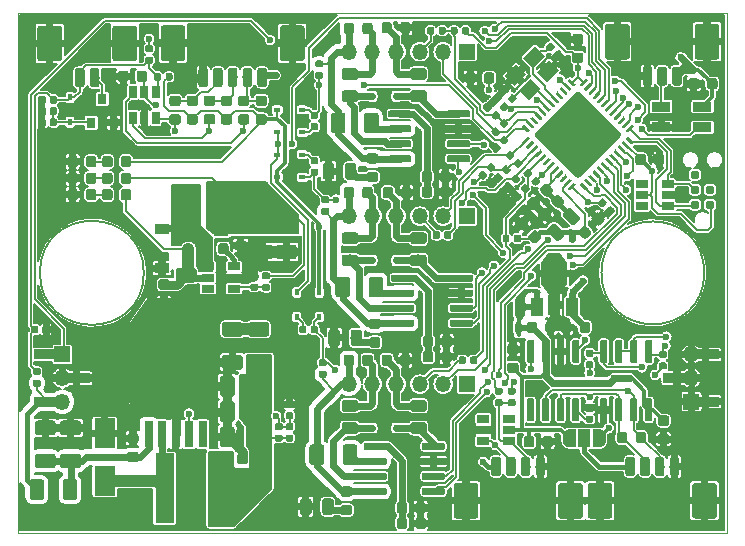
<source format=gtl>
G04 #@! TF.GenerationSoftware,KiCad,Pcbnew,5.1.4+dfsg1-1*
G04 #@! TF.CreationDate,2019-12-17T04:15:46+01:00*
G04 #@! TF.ProjectId,STM32G431,53544d33-3247-4343-9331-2e6b69636164,rev?*
G04 #@! TF.SameCoordinates,Original*
G04 #@! TF.FileFunction,Copper,L1,Top*
G04 #@! TF.FilePolarity,Positive*
%FSLAX46Y46*%
G04 Gerber Fmt 4.6, Leading zero omitted, Abs format (unit mm)*
G04 Created by KiCad (PCBNEW 5.1.4+dfsg1-1) date 2019-12-17 04:15:46*
%MOMM*%
%LPD*%
G04 APERTURE LIST*
%ADD10C,0.150000*%
%ADD11C,0.050000*%
%ADD12C,0.100000*%
%ADD13C,1.250000*%
%ADD14R,0.450000X0.600000*%
%ADD15R,1.200000X0.900000*%
%ADD16C,0.875000*%
%ADD17C,1.000000*%
%ADD18R,2.200000X1.840000*%
%ADD19R,1.000000X1.500000*%
%ADD20R,1.000000X1.800000*%
%ADD21C,0.850000*%
%ADD22R,0.600000X0.450000*%
%ADD23C,0.600000*%
%ADD24O,1.350000X1.350000*%
%ADD25R,1.350000X1.350000*%
%ADD26C,0.590000*%
%ADD27R,1.600000X5.900000*%
%ADD28C,0.250000*%
%ADD29C,5.300000*%
%ADD30R,1.800000X2.500000*%
%ADD31C,0.975000*%
%ADD32C,1.200000*%
%ADD33R,1.200000X3.700000*%
%ADD34R,5.800000X6.400000*%
%ADD35R,0.800000X2.200000*%
%ADD36C,2.100000*%
%ADD37C,0.800000*%
%ADD38R,1.060000X0.650000*%
%ADD39R,0.650000X1.060000*%
%ADD40R,1.600000X0.850000*%
%ADD41C,0.500000*%
%ADD42R,0.800000X0.900000*%
%ADD43C,0.784860*%
%ADD44R,2.350000X0.850000*%
%ADD45C,0.154000*%
%ADD46C,0.600000*%
%ADD47C,0.400000*%
%ADD48C,0.200000*%
%ADD49C,0.800000*%
%ADD50C,1.000000*%
%ADD51C,0.300000*%
%ADD52C,0.254000*%
G04 APERTURE END LIST*
D10*
X30650284Y-45000000D02*
G75*
G03X30650284Y-45000000I-4400284J0D01*
G01*
X78104595Y-45000000D02*
G75*
G03X78104595Y-45000000I-4354595J0D01*
G01*
D11*
X20000000Y-23000000D02*
X80000000Y-23000000D01*
X20000000Y-67000000D02*
X20000000Y-23000000D01*
X80000000Y-67000000D02*
X20000000Y-67000000D01*
X80000000Y-23000000D02*
X80000000Y-67000000D01*
D12*
G36*
X43359504Y-42606204D02*
G01*
X43383773Y-42609804D01*
X43407571Y-42615765D01*
X43430671Y-42624030D01*
X43452849Y-42634520D01*
X43473893Y-42647133D01*
X43493598Y-42661747D01*
X43511777Y-42678223D01*
X43528253Y-42696402D01*
X43542867Y-42716107D01*
X43555480Y-42737151D01*
X43565970Y-42759329D01*
X43574235Y-42782429D01*
X43580196Y-42806227D01*
X43583796Y-42830496D01*
X43585000Y-42855000D01*
X43585000Y-43605000D01*
X43583796Y-43629504D01*
X43580196Y-43653773D01*
X43574235Y-43677571D01*
X43565970Y-43700671D01*
X43555480Y-43722849D01*
X43542867Y-43743893D01*
X43528253Y-43763598D01*
X43511777Y-43781777D01*
X43493598Y-43798253D01*
X43473893Y-43812867D01*
X43452849Y-43825480D01*
X43430671Y-43835970D01*
X43407571Y-43844235D01*
X43383773Y-43850196D01*
X43359504Y-43853796D01*
X43335000Y-43855000D01*
X42085000Y-43855000D01*
X42060496Y-43853796D01*
X42036227Y-43850196D01*
X42012429Y-43844235D01*
X41989329Y-43835970D01*
X41967151Y-43825480D01*
X41946107Y-43812867D01*
X41926402Y-43798253D01*
X41908223Y-43781777D01*
X41891747Y-43763598D01*
X41877133Y-43743893D01*
X41864520Y-43722849D01*
X41854030Y-43700671D01*
X41845765Y-43677571D01*
X41839804Y-43653773D01*
X41836204Y-43629504D01*
X41835000Y-43605000D01*
X41835000Y-42855000D01*
X41836204Y-42830496D01*
X41839804Y-42806227D01*
X41845765Y-42782429D01*
X41854030Y-42759329D01*
X41864520Y-42737151D01*
X41877133Y-42716107D01*
X41891747Y-42696402D01*
X41908223Y-42678223D01*
X41926402Y-42661747D01*
X41946107Y-42647133D01*
X41967151Y-42634520D01*
X41989329Y-42624030D01*
X42012429Y-42615765D01*
X42036227Y-42609804D01*
X42060496Y-42606204D01*
X42085000Y-42605000D01*
X43335000Y-42605000D01*
X43359504Y-42606204D01*
X43359504Y-42606204D01*
G37*
D13*
X42710000Y-43230000D03*
D12*
G36*
X43359504Y-39806204D02*
G01*
X43383773Y-39809804D01*
X43407571Y-39815765D01*
X43430671Y-39824030D01*
X43452849Y-39834520D01*
X43473893Y-39847133D01*
X43493598Y-39861747D01*
X43511777Y-39878223D01*
X43528253Y-39896402D01*
X43542867Y-39916107D01*
X43555480Y-39937151D01*
X43565970Y-39959329D01*
X43574235Y-39982429D01*
X43580196Y-40006227D01*
X43583796Y-40030496D01*
X43585000Y-40055000D01*
X43585000Y-40805000D01*
X43583796Y-40829504D01*
X43580196Y-40853773D01*
X43574235Y-40877571D01*
X43565970Y-40900671D01*
X43555480Y-40922849D01*
X43542867Y-40943893D01*
X43528253Y-40963598D01*
X43511777Y-40981777D01*
X43493598Y-40998253D01*
X43473893Y-41012867D01*
X43452849Y-41025480D01*
X43430671Y-41035970D01*
X43407571Y-41044235D01*
X43383773Y-41050196D01*
X43359504Y-41053796D01*
X43335000Y-41055000D01*
X42085000Y-41055000D01*
X42060496Y-41053796D01*
X42036227Y-41050196D01*
X42012429Y-41044235D01*
X41989329Y-41035970D01*
X41967151Y-41025480D01*
X41946107Y-41012867D01*
X41926402Y-40998253D01*
X41908223Y-40981777D01*
X41891747Y-40963598D01*
X41877133Y-40943893D01*
X41864520Y-40922849D01*
X41854030Y-40900671D01*
X41845765Y-40877571D01*
X41839804Y-40853773D01*
X41836204Y-40829504D01*
X41835000Y-40805000D01*
X41835000Y-40055000D01*
X41836204Y-40030496D01*
X41839804Y-40006227D01*
X41845765Y-39982429D01*
X41854030Y-39959329D01*
X41864520Y-39937151D01*
X41877133Y-39916107D01*
X41891747Y-39896402D01*
X41908223Y-39878223D01*
X41926402Y-39861747D01*
X41946107Y-39847133D01*
X41967151Y-39834520D01*
X41989329Y-39824030D01*
X42012429Y-39815765D01*
X42036227Y-39809804D01*
X42060496Y-39806204D01*
X42085000Y-39805000D01*
X43335000Y-39805000D01*
X43359504Y-39806204D01*
X43359504Y-39806204D01*
G37*
D13*
X42710000Y-40430000D03*
D12*
G36*
X34889504Y-47376204D02*
G01*
X34913773Y-47379804D01*
X34937571Y-47385765D01*
X34960671Y-47394030D01*
X34982849Y-47404520D01*
X35003893Y-47417133D01*
X35023598Y-47431747D01*
X35041777Y-47448223D01*
X35058253Y-47466402D01*
X35072867Y-47486107D01*
X35085480Y-47507151D01*
X35095970Y-47529329D01*
X35104235Y-47552429D01*
X35110196Y-47576227D01*
X35113796Y-47600496D01*
X35115000Y-47625000D01*
X35115000Y-48375000D01*
X35113796Y-48399504D01*
X35110196Y-48423773D01*
X35104235Y-48447571D01*
X35095970Y-48470671D01*
X35085480Y-48492849D01*
X35072867Y-48513893D01*
X35058253Y-48533598D01*
X35041777Y-48551777D01*
X35023598Y-48568253D01*
X35003893Y-48582867D01*
X34982849Y-48595480D01*
X34960671Y-48605970D01*
X34937571Y-48614235D01*
X34913773Y-48620196D01*
X34889504Y-48623796D01*
X34865000Y-48625000D01*
X33615000Y-48625000D01*
X33590496Y-48623796D01*
X33566227Y-48620196D01*
X33542429Y-48614235D01*
X33519329Y-48605970D01*
X33497151Y-48595480D01*
X33476107Y-48582867D01*
X33456402Y-48568253D01*
X33438223Y-48551777D01*
X33421747Y-48533598D01*
X33407133Y-48513893D01*
X33394520Y-48492849D01*
X33384030Y-48470671D01*
X33375765Y-48447571D01*
X33369804Y-48423773D01*
X33366204Y-48399504D01*
X33365000Y-48375000D01*
X33365000Y-47625000D01*
X33366204Y-47600496D01*
X33369804Y-47576227D01*
X33375765Y-47552429D01*
X33384030Y-47529329D01*
X33394520Y-47507151D01*
X33407133Y-47486107D01*
X33421747Y-47466402D01*
X33438223Y-47448223D01*
X33456402Y-47431747D01*
X33476107Y-47417133D01*
X33497151Y-47404520D01*
X33519329Y-47394030D01*
X33542429Y-47385765D01*
X33566227Y-47379804D01*
X33590496Y-47376204D01*
X33615000Y-47375000D01*
X34865000Y-47375000D01*
X34889504Y-47376204D01*
X34889504Y-47376204D01*
G37*
D13*
X34240000Y-48000000D03*
D12*
G36*
X34889504Y-44576204D02*
G01*
X34913773Y-44579804D01*
X34937571Y-44585765D01*
X34960671Y-44594030D01*
X34982849Y-44604520D01*
X35003893Y-44617133D01*
X35023598Y-44631747D01*
X35041777Y-44648223D01*
X35058253Y-44666402D01*
X35072867Y-44686107D01*
X35085480Y-44707151D01*
X35095970Y-44729329D01*
X35104235Y-44752429D01*
X35110196Y-44776227D01*
X35113796Y-44800496D01*
X35115000Y-44825000D01*
X35115000Y-45575000D01*
X35113796Y-45599504D01*
X35110196Y-45623773D01*
X35104235Y-45647571D01*
X35095970Y-45670671D01*
X35085480Y-45692849D01*
X35072867Y-45713893D01*
X35058253Y-45733598D01*
X35041777Y-45751777D01*
X35023598Y-45768253D01*
X35003893Y-45782867D01*
X34982849Y-45795480D01*
X34960671Y-45805970D01*
X34937571Y-45814235D01*
X34913773Y-45820196D01*
X34889504Y-45823796D01*
X34865000Y-45825000D01*
X33615000Y-45825000D01*
X33590496Y-45823796D01*
X33566227Y-45820196D01*
X33542429Y-45814235D01*
X33519329Y-45805970D01*
X33497151Y-45795480D01*
X33476107Y-45782867D01*
X33456402Y-45768253D01*
X33438223Y-45751777D01*
X33421747Y-45733598D01*
X33407133Y-45713893D01*
X33394520Y-45692849D01*
X33384030Y-45670671D01*
X33375765Y-45647571D01*
X33369804Y-45623773D01*
X33366204Y-45599504D01*
X33365000Y-45575000D01*
X33365000Y-44825000D01*
X33366204Y-44800496D01*
X33369804Y-44776227D01*
X33375765Y-44752429D01*
X33384030Y-44729329D01*
X33394520Y-44707151D01*
X33407133Y-44686107D01*
X33421747Y-44666402D01*
X33438223Y-44648223D01*
X33456402Y-44631747D01*
X33476107Y-44617133D01*
X33497151Y-44604520D01*
X33519329Y-44594030D01*
X33542429Y-44585765D01*
X33566227Y-44579804D01*
X33590496Y-44576204D01*
X33615000Y-44575000D01*
X34865000Y-44575000D01*
X34889504Y-44576204D01*
X34889504Y-44576204D01*
G37*
D13*
X34240000Y-45200000D03*
D14*
X24400000Y-30150000D03*
X24400000Y-32250000D03*
D15*
X32190000Y-44610000D03*
X32190000Y-41310000D03*
D12*
G36*
X40867691Y-29996053D02*
G01*
X40888926Y-29999203D01*
X40909750Y-30004419D01*
X40929962Y-30011651D01*
X40949368Y-30020830D01*
X40967781Y-30031866D01*
X40985024Y-30044654D01*
X41000930Y-30059070D01*
X41015346Y-30074976D01*
X41028134Y-30092219D01*
X41039170Y-30110632D01*
X41048349Y-30130038D01*
X41055581Y-30150250D01*
X41060797Y-30171074D01*
X41063947Y-30192309D01*
X41065000Y-30213750D01*
X41065000Y-30651250D01*
X41063947Y-30672691D01*
X41060797Y-30693926D01*
X41055581Y-30714750D01*
X41048349Y-30734962D01*
X41039170Y-30754368D01*
X41028134Y-30772781D01*
X41015346Y-30790024D01*
X41000930Y-30805930D01*
X40985024Y-30820346D01*
X40967781Y-30833134D01*
X40949368Y-30844170D01*
X40929962Y-30853349D01*
X40909750Y-30860581D01*
X40888926Y-30865797D01*
X40867691Y-30868947D01*
X40846250Y-30870000D01*
X40333750Y-30870000D01*
X40312309Y-30868947D01*
X40291074Y-30865797D01*
X40270250Y-30860581D01*
X40250038Y-30853349D01*
X40230632Y-30844170D01*
X40212219Y-30833134D01*
X40194976Y-30820346D01*
X40179070Y-30805930D01*
X40164654Y-30790024D01*
X40151866Y-30772781D01*
X40140830Y-30754368D01*
X40131651Y-30734962D01*
X40124419Y-30714750D01*
X40119203Y-30693926D01*
X40116053Y-30672691D01*
X40115000Y-30651250D01*
X40115000Y-30213750D01*
X40116053Y-30192309D01*
X40119203Y-30171074D01*
X40124419Y-30150250D01*
X40131651Y-30130038D01*
X40140830Y-30110632D01*
X40151866Y-30092219D01*
X40164654Y-30074976D01*
X40179070Y-30059070D01*
X40194976Y-30044654D01*
X40212219Y-30031866D01*
X40230632Y-30020830D01*
X40250038Y-30011651D01*
X40270250Y-30004419D01*
X40291074Y-29999203D01*
X40312309Y-29996053D01*
X40333750Y-29995000D01*
X40846250Y-29995000D01*
X40867691Y-29996053D01*
X40867691Y-29996053D01*
G37*
D16*
X40590000Y-30432500D03*
D12*
G36*
X40867691Y-31571053D02*
G01*
X40888926Y-31574203D01*
X40909750Y-31579419D01*
X40929962Y-31586651D01*
X40949368Y-31595830D01*
X40967781Y-31606866D01*
X40985024Y-31619654D01*
X41000930Y-31634070D01*
X41015346Y-31649976D01*
X41028134Y-31667219D01*
X41039170Y-31685632D01*
X41048349Y-31705038D01*
X41055581Y-31725250D01*
X41060797Y-31746074D01*
X41063947Y-31767309D01*
X41065000Y-31788750D01*
X41065000Y-32226250D01*
X41063947Y-32247691D01*
X41060797Y-32268926D01*
X41055581Y-32289750D01*
X41048349Y-32309962D01*
X41039170Y-32329368D01*
X41028134Y-32347781D01*
X41015346Y-32365024D01*
X41000930Y-32380930D01*
X40985024Y-32395346D01*
X40967781Y-32408134D01*
X40949368Y-32419170D01*
X40929962Y-32428349D01*
X40909750Y-32435581D01*
X40888926Y-32440797D01*
X40867691Y-32443947D01*
X40846250Y-32445000D01*
X40333750Y-32445000D01*
X40312309Y-32443947D01*
X40291074Y-32440797D01*
X40270250Y-32435581D01*
X40250038Y-32428349D01*
X40230632Y-32419170D01*
X40212219Y-32408134D01*
X40194976Y-32395346D01*
X40179070Y-32380930D01*
X40164654Y-32365024D01*
X40151866Y-32347781D01*
X40140830Y-32329368D01*
X40131651Y-32309962D01*
X40124419Y-32289750D01*
X40119203Y-32268926D01*
X40116053Y-32247691D01*
X40115000Y-32226250D01*
X40115000Y-31788750D01*
X40116053Y-31767309D01*
X40119203Y-31746074D01*
X40124419Y-31725250D01*
X40131651Y-31705038D01*
X40140830Y-31685632D01*
X40151866Y-31667219D01*
X40164654Y-31649976D01*
X40179070Y-31634070D01*
X40194976Y-31619654D01*
X40212219Y-31606866D01*
X40230632Y-31595830D01*
X40250038Y-31586651D01*
X40270250Y-31579419D01*
X40291074Y-31574203D01*
X40312309Y-31571053D01*
X40333750Y-31570000D01*
X40846250Y-31570000D01*
X40867691Y-31571053D01*
X40867691Y-31571053D01*
G37*
D16*
X40590000Y-32007500D03*
D12*
G36*
X37937691Y-29991053D02*
G01*
X37958926Y-29994203D01*
X37979750Y-29999419D01*
X37999962Y-30006651D01*
X38019368Y-30015830D01*
X38037781Y-30026866D01*
X38055024Y-30039654D01*
X38070930Y-30054070D01*
X38085346Y-30069976D01*
X38098134Y-30087219D01*
X38109170Y-30105632D01*
X38118349Y-30125038D01*
X38125581Y-30145250D01*
X38130797Y-30166074D01*
X38133947Y-30187309D01*
X38135000Y-30208750D01*
X38135000Y-30646250D01*
X38133947Y-30667691D01*
X38130797Y-30688926D01*
X38125581Y-30709750D01*
X38118349Y-30729962D01*
X38109170Y-30749368D01*
X38098134Y-30767781D01*
X38085346Y-30785024D01*
X38070930Y-30800930D01*
X38055024Y-30815346D01*
X38037781Y-30828134D01*
X38019368Y-30839170D01*
X37999962Y-30848349D01*
X37979750Y-30855581D01*
X37958926Y-30860797D01*
X37937691Y-30863947D01*
X37916250Y-30865000D01*
X37403750Y-30865000D01*
X37382309Y-30863947D01*
X37361074Y-30860797D01*
X37340250Y-30855581D01*
X37320038Y-30848349D01*
X37300632Y-30839170D01*
X37282219Y-30828134D01*
X37264976Y-30815346D01*
X37249070Y-30800930D01*
X37234654Y-30785024D01*
X37221866Y-30767781D01*
X37210830Y-30749368D01*
X37201651Y-30729962D01*
X37194419Y-30709750D01*
X37189203Y-30688926D01*
X37186053Y-30667691D01*
X37185000Y-30646250D01*
X37185000Y-30208750D01*
X37186053Y-30187309D01*
X37189203Y-30166074D01*
X37194419Y-30145250D01*
X37201651Y-30125038D01*
X37210830Y-30105632D01*
X37221866Y-30087219D01*
X37234654Y-30069976D01*
X37249070Y-30054070D01*
X37264976Y-30039654D01*
X37282219Y-30026866D01*
X37300632Y-30015830D01*
X37320038Y-30006651D01*
X37340250Y-29999419D01*
X37361074Y-29994203D01*
X37382309Y-29991053D01*
X37403750Y-29990000D01*
X37916250Y-29990000D01*
X37937691Y-29991053D01*
X37937691Y-29991053D01*
G37*
D16*
X37660000Y-30427500D03*
D12*
G36*
X37937691Y-31566053D02*
G01*
X37958926Y-31569203D01*
X37979750Y-31574419D01*
X37999962Y-31581651D01*
X38019368Y-31590830D01*
X38037781Y-31601866D01*
X38055024Y-31614654D01*
X38070930Y-31629070D01*
X38085346Y-31644976D01*
X38098134Y-31662219D01*
X38109170Y-31680632D01*
X38118349Y-31700038D01*
X38125581Y-31720250D01*
X38130797Y-31741074D01*
X38133947Y-31762309D01*
X38135000Y-31783750D01*
X38135000Y-32221250D01*
X38133947Y-32242691D01*
X38130797Y-32263926D01*
X38125581Y-32284750D01*
X38118349Y-32304962D01*
X38109170Y-32324368D01*
X38098134Y-32342781D01*
X38085346Y-32360024D01*
X38070930Y-32375930D01*
X38055024Y-32390346D01*
X38037781Y-32403134D01*
X38019368Y-32414170D01*
X37999962Y-32423349D01*
X37979750Y-32430581D01*
X37958926Y-32435797D01*
X37937691Y-32438947D01*
X37916250Y-32440000D01*
X37403750Y-32440000D01*
X37382309Y-32438947D01*
X37361074Y-32435797D01*
X37340250Y-32430581D01*
X37320038Y-32423349D01*
X37300632Y-32414170D01*
X37282219Y-32403134D01*
X37264976Y-32390346D01*
X37249070Y-32375930D01*
X37234654Y-32360024D01*
X37221866Y-32342781D01*
X37210830Y-32324368D01*
X37201651Y-32304962D01*
X37194419Y-32284750D01*
X37189203Y-32263926D01*
X37186053Y-32242691D01*
X37185000Y-32221250D01*
X37185000Y-31783750D01*
X37186053Y-31762309D01*
X37189203Y-31741074D01*
X37194419Y-31720250D01*
X37201651Y-31700038D01*
X37210830Y-31680632D01*
X37221866Y-31662219D01*
X37234654Y-31644976D01*
X37249070Y-31629070D01*
X37264976Y-31614654D01*
X37282219Y-31601866D01*
X37300632Y-31590830D01*
X37320038Y-31581651D01*
X37340250Y-31574419D01*
X37361074Y-31569203D01*
X37382309Y-31566053D01*
X37403750Y-31565000D01*
X37916250Y-31565000D01*
X37937691Y-31566053D01*
X37937691Y-31566053D01*
G37*
D16*
X37660000Y-32002500D03*
D12*
G36*
X35032691Y-29996053D02*
G01*
X35053926Y-29999203D01*
X35074750Y-30004419D01*
X35094962Y-30011651D01*
X35114368Y-30020830D01*
X35132781Y-30031866D01*
X35150024Y-30044654D01*
X35165930Y-30059070D01*
X35180346Y-30074976D01*
X35193134Y-30092219D01*
X35204170Y-30110632D01*
X35213349Y-30130038D01*
X35220581Y-30150250D01*
X35225797Y-30171074D01*
X35228947Y-30192309D01*
X35230000Y-30213750D01*
X35230000Y-30651250D01*
X35228947Y-30672691D01*
X35225797Y-30693926D01*
X35220581Y-30714750D01*
X35213349Y-30734962D01*
X35204170Y-30754368D01*
X35193134Y-30772781D01*
X35180346Y-30790024D01*
X35165930Y-30805930D01*
X35150024Y-30820346D01*
X35132781Y-30833134D01*
X35114368Y-30844170D01*
X35094962Y-30853349D01*
X35074750Y-30860581D01*
X35053926Y-30865797D01*
X35032691Y-30868947D01*
X35011250Y-30870000D01*
X34498750Y-30870000D01*
X34477309Y-30868947D01*
X34456074Y-30865797D01*
X34435250Y-30860581D01*
X34415038Y-30853349D01*
X34395632Y-30844170D01*
X34377219Y-30833134D01*
X34359976Y-30820346D01*
X34344070Y-30805930D01*
X34329654Y-30790024D01*
X34316866Y-30772781D01*
X34305830Y-30754368D01*
X34296651Y-30734962D01*
X34289419Y-30714750D01*
X34284203Y-30693926D01*
X34281053Y-30672691D01*
X34280000Y-30651250D01*
X34280000Y-30213750D01*
X34281053Y-30192309D01*
X34284203Y-30171074D01*
X34289419Y-30150250D01*
X34296651Y-30130038D01*
X34305830Y-30110632D01*
X34316866Y-30092219D01*
X34329654Y-30074976D01*
X34344070Y-30059070D01*
X34359976Y-30044654D01*
X34377219Y-30031866D01*
X34395632Y-30020830D01*
X34415038Y-30011651D01*
X34435250Y-30004419D01*
X34456074Y-29999203D01*
X34477309Y-29996053D01*
X34498750Y-29995000D01*
X35011250Y-29995000D01*
X35032691Y-29996053D01*
X35032691Y-29996053D01*
G37*
D16*
X34755000Y-30432500D03*
D12*
G36*
X35032691Y-31571053D02*
G01*
X35053926Y-31574203D01*
X35074750Y-31579419D01*
X35094962Y-31586651D01*
X35114368Y-31595830D01*
X35132781Y-31606866D01*
X35150024Y-31619654D01*
X35165930Y-31634070D01*
X35180346Y-31649976D01*
X35193134Y-31667219D01*
X35204170Y-31685632D01*
X35213349Y-31705038D01*
X35220581Y-31725250D01*
X35225797Y-31746074D01*
X35228947Y-31767309D01*
X35230000Y-31788750D01*
X35230000Y-32226250D01*
X35228947Y-32247691D01*
X35225797Y-32268926D01*
X35220581Y-32289750D01*
X35213349Y-32309962D01*
X35204170Y-32329368D01*
X35193134Y-32347781D01*
X35180346Y-32365024D01*
X35165930Y-32380930D01*
X35150024Y-32395346D01*
X35132781Y-32408134D01*
X35114368Y-32419170D01*
X35094962Y-32428349D01*
X35074750Y-32435581D01*
X35053926Y-32440797D01*
X35032691Y-32443947D01*
X35011250Y-32445000D01*
X34498750Y-32445000D01*
X34477309Y-32443947D01*
X34456074Y-32440797D01*
X34435250Y-32435581D01*
X34415038Y-32428349D01*
X34395632Y-32419170D01*
X34377219Y-32408134D01*
X34359976Y-32395346D01*
X34344070Y-32380930D01*
X34329654Y-32365024D01*
X34316866Y-32347781D01*
X34305830Y-32329368D01*
X34296651Y-32309962D01*
X34289419Y-32289750D01*
X34284203Y-32268926D01*
X34281053Y-32247691D01*
X34280000Y-32226250D01*
X34280000Y-31788750D01*
X34281053Y-31767309D01*
X34284203Y-31746074D01*
X34289419Y-31725250D01*
X34296651Y-31705038D01*
X34305830Y-31685632D01*
X34316866Y-31667219D01*
X34329654Y-31649976D01*
X34344070Y-31634070D01*
X34359976Y-31619654D01*
X34377219Y-31606866D01*
X34395632Y-31595830D01*
X34415038Y-31586651D01*
X34435250Y-31579419D01*
X34456074Y-31574203D01*
X34477309Y-31571053D01*
X34498750Y-31570000D01*
X35011250Y-31570000D01*
X35032691Y-31571053D01*
X35032691Y-31571053D01*
G37*
D16*
X34755000Y-32007500D03*
D12*
G36*
X33567691Y-31571053D02*
G01*
X33588926Y-31574203D01*
X33609750Y-31579419D01*
X33629962Y-31586651D01*
X33649368Y-31595830D01*
X33667781Y-31606866D01*
X33685024Y-31619654D01*
X33700930Y-31634070D01*
X33715346Y-31649976D01*
X33728134Y-31667219D01*
X33739170Y-31685632D01*
X33748349Y-31705038D01*
X33755581Y-31725250D01*
X33760797Y-31746074D01*
X33763947Y-31767309D01*
X33765000Y-31788750D01*
X33765000Y-32226250D01*
X33763947Y-32247691D01*
X33760797Y-32268926D01*
X33755581Y-32289750D01*
X33748349Y-32309962D01*
X33739170Y-32329368D01*
X33728134Y-32347781D01*
X33715346Y-32365024D01*
X33700930Y-32380930D01*
X33685024Y-32395346D01*
X33667781Y-32408134D01*
X33649368Y-32419170D01*
X33629962Y-32428349D01*
X33609750Y-32435581D01*
X33588926Y-32440797D01*
X33567691Y-32443947D01*
X33546250Y-32445000D01*
X33033750Y-32445000D01*
X33012309Y-32443947D01*
X32991074Y-32440797D01*
X32970250Y-32435581D01*
X32950038Y-32428349D01*
X32930632Y-32419170D01*
X32912219Y-32408134D01*
X32894976Y-32395346D01*
X32879070Y-32380930D01*
X32864654Y-32365024D01*
X32851866Y-32347781D01*
X32840830Y-32329368D01*
X32831651Y-32309962D01*
X32824419Y-32289750D01*
X32819203Y-32268926D01*
X32816053Y-32247691D01*
X32815000Y-32226250D01*
X32815000Y-31788750D01*
X32816053Y-31767309D01*
X32819203Y-31746074D01*
X32824419Y-31725250D01*
X32831651Y-31705038D01*
X32840830Y-31685632D01*
X32851866Y-31667219D01*
X32864654Y-31649976D01*
X32879070Y-31634070D01*
X32894976Y-31619654D01*
X32912219Y-31606866D01*
X32930632Y-31595830D01*
X32950038Y-31586651D01*
X32970250Y-31579419D01*
X32991074Y-31574203D01*
X33012309Y-31571053D01*
X33033750Y-31570000D01*
X33546250Y-31570000D01*
X33567691Y-31571053D01*
X33567691Y-31571053D01*
G37*
D16*
X33290000Y-32007500D03*
D12*
G36*
X33567691Y-29996053D02*
G01*
X33588926Y-29999203D01*
X33609750Y-30004419D01*
X33629962Y-30011651D01*
X33649368Y-30020830D01*
X33667781Y-30031866D01*
X33685024Y-30044654D01*
X33700930Y-30059070D01*
X33715346Y-30074976D01*
X33728134Y-30092219D01*
X33739170Y-30110632D01*
X33748349Y-30130038D01*
X33755581Y-30150250D01*
X33760797Y-30171074D01*
X33763947Y-30192309D01*
X33765000Y-30213750D01*
X33765000Y-30651250D01*
X33763947Y-30672691D01*
X33760797Y-30693926D01*
X33755581Y-30714750D01*
X33748349Y-30734962D01*
X33739170Y-30754368D01*
X33728134Y-30772781D01*
X33715346Y-30790024D01*
X33700930Y-30805930D01*
X33685024Y-30820346D01*
X33667781Y-30833134D01*
X33649368Y-30844170D01*
X33629962Y-30853349D01*
X33609750Y-30860581D01*
X33588926Y-30865797D01*
X33567691Y-30868947D01*
X33546250Y-30870000D01*
X33033750Y-30870000D01*
X33012309Y-30868947D01*
X32991074Y-30865797D01*
X32970250Y-30860581D01*
X32950038Y-30853349D01*
X32930632Y-30844170D01*
X32912219Y-30833134D01*
X32894976Y-30820346D01*
X32879070Y-30805930D01*
X32864654Y-30790024D01*
X32851866Y-30772781D01*
X32840830Y-30754368D01*
X32831651Y-30734962D01*
X32824419Y-30714750D01*
X32819203Y-30693926D01*
X32816053Y-30672691D01*
X32815000Y-30651250D01*
X32815000Y-30213750D01*
X32816053Y-30192309D01*
X32819203Y-30171074D01*
X32824419Y-30150250D01*
X32831651Y-30130038D01*
X32840830Y-30110632D01*
X32851866Y-30092219D01*
X32864654Y-30074976D01*
X32879070Y-30059070D01*
X32894976Y-30044654D01*
X32912219Y-30031866D01*
X32930632Y-30020830D01*
X32950038Y-30011651D01*
X32970250Y-30004419D01*
X32991074Y-29999203D01*
X33012309Y-29996053D01*
X33033750Y-29995000D01*
X33546250Y-29995000D01*
X33567691Y-29996053D01*
X33567691Y-29996053D01*
G37*
D16*
X33290000Y-30432500D03*
D12*
G36*
X36487691Y-31563552D02*
G01*
X36508926Y-31566702D01*
X36529750Y-31571918D01*
X36549962Y-31579150D01*
X36569368Y-31588329D01*
X36587781Y-31599365D01*
X36605024Y-31612153D01*
X36620930Y-31626569D01*
X36635346Y-31642475D01*
X36648134Y-31659718D01*
X36659170Y-31678131D01*
X36668349Y-31697537D01*
X36675581Y-31717749D01*
X36680797Y-31738573D01*
X36683947Y-31759808D01*
X36685000Y-31781249D01*
X36685000Y-32218749D01*
X36683947Y-32240190D01*
X36680797Y-32261425D01*
X36675581Y-32282249D01*
X36668349Y-32302461D01*
X36659170Y-32321867D01*
X36648134Y-32340280D01*
X36635346Y-32357523D01*
X36620930Y-32373429D01*
X36605024Y-32387845D01*
X36587781Y-32400633D01*
X36569368Y-32411669D01*
X36549962Y-32420848D01*
X36529750Y-32428080D01*
X36508926Y-32433296D01*
X36487691Y-32436446D01*
X36466250Y-32437499D01*
X35953750Y-32437499D01*
X35932309Y-32436446D01*
X35911074Y-32433296D01*
X35890250Y-32428080D01*
X35870038Y-32420848D01*
X35850632Y-32411669D01*
X35832219Y-32400633D01*
X35814976Y-32387845D01*
X35799070Y-32373429D01*
X35784654Y-32357523D01*
X35771866Y-32340280D01*
X35760830Y-32321867D01*
X35751651Y-32302461D01*
X35744419Y-32282249D01*
X35739203Y-32261425D01*
X35736053Y-32240190D01*
X35735000Y-32218749D01*
X35735000Y-31781249D01*
X35736053Y-31759808D01*
X35739203Y-31738573D01*
X35744419Y-31717749D01*
X35751651Y-31697537D01*
X35760830Y-31678131D01*
X35771866Y-31659718D01*
X35784654Y-31642475D01*
X35799070Y-31626569D01*
X35814976Y-31612153D01*
X35832219Y-31599365D01*
X35850632Y-31588329D01*
X35870038Y-31579150D01*
X35890250Y-31571918D01*
X35911074Y-31566702D01*
X35932309Y-31563552D01*
X35953750Y-31562499D01*
X36466250Y-31562499D01*
X36487691Y-31563552D01*
X36487691Y-31563552D01*
G37*
D16*
X36210000Y-31999999D03*
D12*
G36*
X36487691Y-29988552D02*
G01*
X36508926Y-29991702D01*
X36529750Y-29996918D01*
X36549962Y-30004150D01*
X36569368Y-30013329D01*
X36587781Y-30024365D01*
X36605024Y-30037153D01*
X36620930Y-30051569D01*
X36635346Y-30067475D01*
X36648134Y-30084718D01*
X36659170Y-30103131D01*
X36668349Y-30122537D01*
X36675581Y-30142749D01*
X36680797Y-30163573D01*
X36683947Y-30184808D01*
X36685000Y-30206249D01*
X36685000Y-30643749D01*
X36683947Y-30665190D01*
X36680797Y-30686425D01*
X36675581Y-30707249D01*
X36668349Y-30727461D01*
X36659170Y-30746867D01*
X36648134Y-30765280D01*
X36635346Y-30782523D01*
X36620930Y-30798429D01*
X36605024Y-30812845D01*
X36587781Y-30825633D01*
X36569368Y-30836669D01*
X36549962Y-30845848D01*
X36529750Y-30853080D01*
X36508926Y-30858296D01*
X36487691Y-30861446D01*
X36466250Y-30862499D01*
X35953750Y-30862499D01*
X35932309Y-30861446D01*
X35911074Y-30858296D01*
X35890250Y-30853080D01*
X35870038Y-30845848D01*
X35850632Y-30836669D01*
X35832219Y-30825633D01*
X35814976Y-30812845D01*
X35799070Y-30798429D01*
X35784654Y-30782523D01*
X35771866Y-30765280D01*
X35760830Y-30746867D01*
X35751651Y-30727461D01*
X35744419Y-30707249D01*
X35739203Y-30686425D01*
X35736053Y-30665190D01*
X35735000Y-30643749D01*
X35735000Y-30206249D01*
X35736053Y-30184808D01*
X35739203Y-30163573D01*
X35744419Y-30142749D01*
X35751651Y-30122537D01*
X35760830Y-30103131D01*
X35771866Y-30084718D01*
X35784654Y-30067475D01*
X35799070Y-30051569D01*
X35814976Y-30037153D01*
X35832219Y-30024365D01*
X35850632Y-30013329D01*
X35870038Y-30004150D01*
X35890250Y-29996918D01*
X35911074Y-29991702D01*
X35932309Y-29988552D01*
X35953750Y-29987499D01*
X36466250Y-29987499D01*
X36487691Y-29988552D01*
X36487691Y-29988552D01*
G37*
D16*
X36210000Y-30424999D03*
D12*
G36*
X39397691Y-31568552D02*
G01*
X39418926Y-31571702D01*
X39439750Y-31576918D01*
X39459962Y-31584150D01*
X39479368Y-31593329D01*
X39497781Y-31604365D01*
X39515024Y-31617153D01*
X39530930Y-31631569D01*
X39545346Y-31647475D01*
X39558134Y-31664718D01*
X39569170Y-31683131D01*
X39578349Y-31702537D01*
X39585581Y-31722749D01*
X39590797Y-31743573D01*
X39593947Y-31764808D01*
X39595000Y-31786249D01*
X39595000Y-32223749D01*
X39593947Y-32245190D01*
X39590797Y-32266425D01*
X39585581Y-32287249D01*
X39578349Y-32307461D01*
X39569170Y-32326867D01*
X39558134Y-32345280D01*
X39545346Y-32362523D01*
X39530930Y-32378429D01*
X39515024Y-32392845D01*
X39497781Y-32405633D01*
X39479368Y-32416669D01*
X39459962Y-32425848D01*
X39439750Y-32433080D01*
X39418926Y-32438296D01*
X39397691Y-32441446D01*
X39376250Y-32442499D01*
X38863750Y-32442499D01*
X38842309Y-32441446D01*
X38821074Y-32438296D01*
X38800250Y-32433080D01*
X38780038Y-32425848D01*
X38760632Y-32416669D01*
X38742219Y-32405633D01*
X38724976Y-32392845D01*
X38709070Y-32378429D01*
X38694654Y-32362523D01*
X38681866Y-32345280D01*
X38670830Y-32326867D01*
X38661651Y-32307461D01*
X38654419Y-32287249D01*
X38649203Y-32266425D01*
X38646053Y-32245190D01*
X38645000Y-32223749D01*
X38645000Y-31786249D01*
X38646053Y-31764808D01*
X38649203Y-31743573D01*
X38654419Y-31722749D01*
X38661651Y-31702537D01*
X38670830Y-31683131D01*
X38681866Y-31664718D01*
X38694654Y-31647475D01*
X38709070Y-31631569D01*
X38724976Y-31617153D01*
X38742219Y-31604365D01*
X38760632Y-31593329D01*
X38780038Y-31584150D01*
X38800250Y-31576918D01*
X38821074Y-31571702D01*
X38842309Y-31568552D01*
X38863750Y-31567499D01*
X39376250Y-31567499D01*
X39397691Y-31568552D01*
X39397691Y-31568552D01*
G37*
D16*
X39120000Y-32004999D03*
D12*
G36*
X39397691Y-29993552D02*
G01*
X39418926Y-29996702D01*
X39439750Y-30001918D01*
X39459962Y-30009150D01*
X39479368Y-30018329D01*
X39497781Y-30029365D01*
X39515024Y-30042153D01*
X39530930Y-30056569D01*
X39545346Y-30072475D01*
X39558134Y-30089718D01*
X39569170Y-30108131D01*
X39578349Y-30127537D01*
X39585581Y-30147749D01*
X39590797Y-30168573D01*
X39593947Y-30189808D01*
X39595000Y-30211249D01*
X39595000Y-30648749D01*
X39593947Y-30670190D01*
X39590797Y-30691425D01*
X39585581Y-30712249D01*
X39578349Y-30732461D01*
X39569170Y-30751867D01*
X39558134Y-30770280D01*
X39545346Y-30787523D01*
X39530930Y-30803429D01*
X39515024Y-30817845D01*
X39497781Y-30830633D01*
X39479368Y-30841669D01*
X39459962Y-30850848D01*
X39439750Y-30858080D01*
X39418926Y-30863296D01*
X39397691Y-30866446D01*
X39376250Y-30867499D01*
X38863750Y-30867499D01*
X38842309Y-30866446D01*
X38821074Y-30863296D01*
X38800250Y-30858080D01*
X38780038Y-30850848D01*
X38760632Y-30841669D01*
X38742219Y-30830633D01*
X38724976Y-30817845D01*
X38709070Y-30803429D01*
X38694654Y-30787523D01*
X38681866Y-30770280D01*
X38670830Y-30751867D01*
X38661651Y-30732461D01*
X38654419Y-30712249D01*
X38649203Y-30691425D01*
X38646053Y-30670190D01*
X38645000Y-30648749D01*
X38645000Y-30211249D01*
X38646053Y-30189808D01*
X38649203Y-30168573D01*
X38654419Y-30147749D01*
X38661651Y-30127537D01*
X38670830Y-30108131D01*
X38681866Y-30089718D01*
X38694654Y-30072475D01*
X38709070Y-30056569D01*
X38724976Y-30042153D01*
X38742219Y-30029365D01*
X38760632Y-30018329D01*
X38780038Y-30009150D01*
X38800250Y-30001918D01*
X38821074Y-29996702D01*
X38842309Y-29993552D01*
X38863750Y-29992499D01*
X39376250Y-29992499D01*
X39397691Y-29993552D01*
X39397691Y-29993552D01*
G37*
D16*
X39120000Y-30429999D03*
D17*
X65400000Y-46476200D03*
D12*
G36*
X66500000Y-45976200D02*
G01*
X65800000Y-46976200D01*
X65000000Y-46976200D01*
X64300000Y-45976200D01*
X66500000Y-45976200D01*
X66500000Y-45976200D01*
G37*
D18*
X65400000Y-45066500D03*
D19*
X66900000Y-47880000D03*
D20*
X65400000Y-47733500D03*
D19*
X63900000Y-47880000D03*
D21*
X65400000Y-43733000D03*
D12*
G36*
X64300000Y-44158000D02*
G01*
X64900000Y-43308000D01*
X65900000Y-43308000D01*
X66500000Y-44158000D01*
X64300000Y-44158000D01*
X64300000Y-44158000D01*
G37*
D22*
X44055000Y-34980000D03*
X41955000Y-34980000D03*
D12*
G36*
X22949504Y-57501204D02*
G01*
X22973773Y-57504804D01*
X22997571Y-57510765D01*
X23020671Y-57519030D01*
X23042849Y-57529520D01*
X23063893Y-57542133D01*
X23083598Y-57556747D01*
X23101777Y-57573223D01*
X23118253Y-57591402D01*
X23132867Y-57611107D01*
X23145480Y-57632151D01*
X23155970Y-57654329D01*
X23164235Y-57677429D01*
X23170196Y-57701227D01*
X23173796Y-57725496D01*
X23175000Y-57750000D01*
X23175000Y-58500000D01*
X23173796Y-58524504D01*
X23170196Y-58548773D01*
X23164235Y-58572571D01*
X23155970Y-58595671D01*
X23145480Y-58617849D01*
X23132867Y-58638893D01*
X23118253Y-58658598D01*
X23101777Y-58676777D01*
X23083598Y-58693253D01*
X23063893Y-58707867D01*
X23042849Y-58720480D01*
X23020671Y-58730970D01*
X22997571Y-58739235D01*
X22973773Y-58745196D01*
X22949504Y-58748796D01*
X22925000Y-58750000D01*
X21675000Y-58750000D01*
X21650496Y-58748796D01*
X21626227Y-58745196D01*
X21602429Y-58739235D01*
X21579329Y-58730970D01*
X21557151Y-58720480D01*
X21536107Y-58707867D01*
X21516402Y-58693253D01*
X21498223Y-58676777D01*
X21481747Y-58658598D01*
X21467133Y-58638893D01*
X21454520Y-58617849D01*
X21444030Y-58595671D01*
X21435765Y-58572571D01*
X21429804Y-58548773D01*
X21426204Y-58524504D01*
X21425000Y-58500000D01*
X21425000Y-57750000D01*
X21426204Y-57725496D01*
X21429804Y-57701227D01*
X21435765Y-57677429D01*
X21444030Y-57654329D01*
X21454520Y-57632151D01*
X21467133Y-57611107D01*
X21481747Y-57591402D01*
X21498223Y-57573223D01*
X21516402Y-57556747D01*
X21536107Y-57542133D01*
X21557151Y-57529520D01*
X21579329Y-57519030D01*
X21602429Y-57510765D01*
X21626227Y-57504804D01*
X21650496Y-57501204D01*
X21675000Y-57500000D01*
X22925000Y-57500000D01*
X22949504Y-57501204D01*
X22949504Y-57501204D01*
G37*
D13*
X22300000Y-58125000D03*
D12*
G36*
X22949504Y-60301204D02*
G01*
X22973773Y-60304804D01*
X22997571Y-60310765D01*
X23020671Y-60319030D01*
X23042849Y-60329520D01*
X23063893Y-60342133D01*
X23083598Y-60356747D01*
X23101777Y-60373223D01*
X23118253Y-60391402D01*
X23132867Y-60411107D01*
X23145480Y-60432151D01*
X23155970Y-60454329D01*
X23164235Y-60477429D01*
X23170196Y-60501227D01*
X23173796Y-60525496D01*
X23175000Y-60550000D01*
X23175000Y-61300000D01*
X23173796Y-61324504D01*
X23170196Y-61348773D01*
X23164235Y-61372571D01*
X23155970Y-61395671D01*
X23145480Y-61417849D01*
X23132867Y-61438893D01*
X23118253Y-61458598D01*
X23101777Y-61476777D01*
X23083598Y-61493253D01*
X23063893Y-61507867D01*
X23042849Y-61520480D01*
X23020671Y-61530970D01*
X22997571Y-61539235D01*
X22973773Y-61545196D01*
X22949504Y-61548796D01*
X22925000Y-61550000D01*
X21675000Y-61550000D01*
X21650496Y-61548796D01*
X21626227Y-61545196D01*
X21602429Y-61539235D01*
X21579329Y-61530970D01*
X21557151Y-61520480D01*
X21536107Y-61507867D01*
X21516402Y-61493253D01*
X21498223Y-61476777D01*
X21481747Y-61458598D01*
X21467133Y-61438893D01*
X21454520Y-61417849D01*
X21444030Y-61395671D01*
X21435765Y-61372571D01*
X21429804Y-61348773D01*
X21426204Y-61324504D01*
X21425000Y-61300000D01*
X21425000Y-60550000D01*
X21426204Y-60525496D01*
X21429804Y-60501227D01*
X21435765Y-60477429D01*
X21444030Y-60454329D01*
X21454520Y-60432151D01*
X21467133Y-60411107D01*
X21481747Y-60391402D01*
X21498223Y-60373223D01*
X21516402Y-60356747D01*
X21536107Y-60342133D01*
X21557151Y-60329520D01*
X21579329Y-60319030D01*
X21602429Y-60310765D01*
X21626227Y-60304804D01*
X21650496Y-60301204D01*
X21675000Y-60300000D01*
X22925000Y-60300000D01*
X22949504Y-60301204D01*
X22949504Y-60301204D01*
G37*
D13*
X22300000Y-60925000D03*
D12*
G36*
X25099504Y-57501204D02*
G01*
X25123773Y-57504804D01*
X25147571Y-57510765D01*
X25170671Y-57519030D01*
X25192849Y-57529520D01*
X25213893Y-57542133D01*
X25233598Y-57556747D01*
X25251777Y-57573223D01*
X25268253Y-57591402D01*
X25282867Y-57611107D01*
X25295480Y-57632151D01*
X25305970Y-57654329D01*
X25314235Y-57677429D01*
X25320196Y-57701227D01*
X25323796Y-57725496D01*
X25325000Y-57750000D01*
X25325000Y-58500000D01*
X25323796Y-58524504D01*
X25320196Y-58548773D01*
X25314235Y-58572571D01*
X25305970Y-58595671D01*
X25295480Y-58617849D01*
X25282867Y-58638893D01*
X25268253Y-58658598D01*
X25251777Y-58676777D01*
X25233598Y-58693253D01*
X25213893Y-58707867D01*
X25192849Y-58720480D01*
X25170671Y-58730970D01*
X25147571Y-58739235D01*
X25123773Y-58745196D01*
X25099504Y-58748796D01*
X25075000Y-58750000D01*
X23825000Y-58750000D01*
X23800496Y-58748796D01*
X23776227Y-58745196D01*
X23752429Y-58739235D01*
X23729329Y-58730970D01*
X23707151Y-58720480D01*
X23686107Y-58707867D01*
X23666402Y-58693253D01*
X23648223Y-58676777D01*
X23631747Y-58658598D01*
X23617133Y-58638893D01*
X23604520Y-58617849D01*
X23594030Y-58595671D01*
X23585765Y-58572571D01*
X23579804Y-58548773D01*
X23576204Y-58524504D01*
X23575000Y-58500000D01*
X23575000Y-57750000D01*
X23576204Y-57725496D01*
X23579804Y-57701227D01*
X23585765Y-57677429D01*
X23594030Y-57654329D01*
X23604520Y-57632151D01*
X23617133Y-57611107D01*
X23631747Y-57591402D01*
X23648223Y-57573223D01*
X23666402Y-57556747D01*
X23686107Y-57542133D01*
X23707151Y-57529520D01*
X23729329Y-57519030D01*
X23752429Y-57510765D01*
X23776227Y-57504804D01*
X23800496Y-57501204D01*
X23825000Y-57500000D01*
X25075000Y-57500000D01*
X25099504Y-57501204D01*
X25099504Y-57501204D01*
G37*
D13*
X24450000Y-58125000D03*
D12*
G36*
X25099504Y-60301204D02*
G01*
X25123773Y-60304804D01*
X25147571Y-60310765D01*
X25170671Y-60319030D01*
X25192849Y-60329520D01*
X25213893Y-60342133D01*
X25233598Y-60356747D01*
X25251777Y-60373223D01*
X25268253Y-60391402D01*
X25282867Y-60411107D01*
X25295480Y-60432151D01*
X25305970Y-60454329D01*
X25314235Y-60477429D01*
X25320196Y-60501227D01*
X25323796Y-60525496D01*
X25325000Y-60550000D01*
X25325000Y-61300000D01*
X25323796Y-61324504D01*
X25320196Y-61348773D01*
X25314235Y-61372571D01*
X25305970Y-61395671D01*
X25295480Y-61417849D01*
X25282867Y-61438893D01*
X25268253Y-61458598D01*
X25251777Y-61476777D01*
X25233598Y-61493253D01*
X25213893Y-61507867D01*
X25192849Y-61520480D01*
X25170671Y-61530970D01*
X25147571Y-61539235D01*
X25123773Y-61545196D01*
X25099504Y-61548796D01*
X25075000Y-61550000D01*
X23825000Y-61550000D01*
X23800496Y-61548796D01*
X23776227Y-61545196D01*
X23752429Y-61539235D01*
X23729329Y-61530970D01*
X23707151Y-61520480D01*
X23686107Y-61507867D01*
X23666402Y-61493253D01*
X23648223Y-61476777D01*
X23631747Y-61458598D01*
X23617133Y-61438893D01*
X23604520Y-61417849D01*
X23594030Y-61395671D01*
X23585765Y-61372571D01*
X23579804Y-61348773D01*
X23576204Y-61324504D01*
X23575000Y-61300000D01*
X23575000Y-60550000D01*
X23576204Y-60525496D01*
X23579804Y-60501227D01*
X23585765Y-60477429D01*
X23594030Y-60454329D01*
X23604520Y-60432151D01*
X23617133Y-60411107D01*
X23631747Y-60391402D01*
X23648223Y-60373223D01*
X23666402Y-60356747D01*
X23686107Y-60342133D01*
X23707151Y-60329520D01*
X23729329Y-60319030D01*
X23752429Y-60310765D01*
X23776227Y-60304804D01*
X23800496Y-60301204D01*
X23825000Y-60300000D01*
X25075000Y-60300000D01*
X25099504Y-60301204D01*
X25099504Y-60301204D01*
G37*
D13*
X24450000Y-60925000D03*
D12*
G36*
X58364703Y-45145722D02*
G01*
X58379264Y-45147882D01*
X58393543Y-45151459D01*
X58407403Y-45156418D01*
X58420710Y-45162712D01*
X58433336Y-45170280D01*
X58445159Y-45179048D01*
X58456066Y-45188934D01*
X58465952Y-45199841D01*
X58474720Y-45211664D01*
X58482288Y-45224290D01*
X58488582Y-45237597D01*
X58493541Y-45251457D01*
X58497118Y-45265736D01*
X58499278Y-45280297D01*
X58500000Y-45295000D01*
X58500000Y-45595000D01*
X58499278Y-45609703D01*
X58497118Y-45624264D01*
X58493541Y-45638543D01*
X58488582Y-45652403D01*
X58482288Y-45665710D01*
X58474720Y-45678336D01*
X58465952Y-45690159D01*
X58456066Y-45701066D01*
X58445159Y-45710952D01*
X58433336Y-45719720D01*
X58420710Y-45727288D01*
X58407403Y-45733582D01*
X58393543Y-45738541D01*
X58379264Y-45742118D01*
X58364703Y-45744278D01*
X58350000Y-45745000D01*
X56700000Y-45745000D01*
X56685297Y-45744278D01*
X56670736Y-45742118D01*
X56656457Y-45738541D01*
X56642597Y-45733582D01*
X56629290Y-45727288D01*
X56616664Y-45719720D01*
X56604841Y-45710952D01*
X56593934Y-45701066D01*
X56584048Y-45690159D01*
X56575280Y-45678336D01*
X56567712Y-45665710D01*
X56561418Y-45652403D01*
X56556459Y-45638543D01*
X56552882Y-45624264D01*
X56550722Y-45609703D01*
X56550000Y-45595000D01*
X56550000Y-45295000D01*
X56550722Y-45280297D01*
X56552882Y-45265736D01*
X56556459Y-45251457D01*
X56561418Y-45237597D01*
X56567712Y-45224290D01*
X56575280Y-45211664D01*
X56584048Y-45199841D01*
X56593934Y-45188934D01*
X56604841Y-45179048D01*
X56616664Y-45170280D01*
X56629290Y-45162712D01*
X56642597Y-45156418D01*
X56656457Y-45151459D01*
X56670736Y-45147882D01*
X56685297Y-45145722D01*
X56700000Y-45145000D01*
X58350000Y-45145000D01*
X58364703Y-45145722D01*
X58364703Y-45145722D01*
G37*
D23*
X57525000Y-45445000D03*
D12*
G36*
X58364703Y-46415722D02*
G01*
X58379264Y-46417882D01*
X58393543Y-46421459D01*
X58407403Y-46426418D01*
X58420710Y-46432712D01*
X58433336Y-46440280D01*
X58445159Y-46449048D01*
X58456066Y-46458934D01*
X58465952Y-46469841D01*
X58474720Y-46481664D01*
X58482288Y-46494290D01*
X58488582Y-46507597D01*
X58493541Y-46521457D01*
X58497118Y-46535736D01*
X58499278Y-46550297D01*
X58500000Y-46565000D01*
X58500000Y-46865000D01*
X58499278Y-46879703D01*
X58497118Y-46894264D01*
X58493541Y-46908543D01*
X58488582Y-46922403D01*
X58482288Y-46935710D01*
X58474720Y-46948336D01*
X58465952Y-46960159D01*
X58456066Y-46971066D01*
X58445159Y-46980952D01*
X58433336Y-46989720D01*
X58420710Y-46997288D01*
X58407403Y-47003582D01*
X58393543Y-47008541D01*
X58379264Y-47012118D01*
X58364703Y-47014278D01*
X58350000Y-47015000D01*
X56700000Y-47015000D01*
X56685297Y-47014278D01*
X56670736Y-47012118D01*
X56656457Y-47008541D01*
X56642597Y-47003582D01*
X56629290Y-46997288D01*
X56616664Y-46989720D01*
X56604841Y-46980952D01*
X56593934Y-46971066D01*
X56584048Y-46960159D01*
X56575280Y-46948336D01*
X56567712Y-46935710D01*
X56561418Y-46922403D01*
X56556459Y-46908543D01*
X56552882Y-46894264D01*
X56550722Y-46879703D01*
X56550000Y-46865000D01*
X56550000Y-46565000D01*
X56550722Y-46550297D01*
X56552882Y-46535736D01*
X56556459Y-46521457D01*
X56561418Y-46507597D01*
X56567712Y-46494290D01*
X56575280Y-46481664D01*
X56584048Y-46469841D01*
X56593934Y-46458934D01*
X56604841Y-46449048D01*
X56616664Y-46440280D01*
X56629290Y-46432712D01*
X56642597Y-46426418D01*
X56656457Y-46421459D01*
X56670736Y-46417882D01*
X56685297Y-46415722D01*
X56700000Y-46415000D01*
X58350000Y-46415000D01*
X58364703Y-46415722D01*
X58364703Y-46415722D01*
G37*
D23*
X57525000Y-46715000D03*
D12*
G36*
X58364703Y-47685722D02*
G01*
X58379264Y-47687882D01*
X58393543Y-47691459D01*
X58407403Y-47696418D01*
X58420710Y-47702712D01*
X58433336Y-47710280D01*
X58445159Y-47719048D01*
X58456066Y-47728934D01*
X58465952Y-47739841D01*
X58474720Y-47751664D01*
X58482288Y-47764290D01*
X58488582Y-47777597D01*
X58493541Y-47791457D01*
X58497118Y-47805736D01*
X58499278Y-47820297D01*
X58500000Y-47835000D01*
X58500000Y-48135000D01*
X58499278Y-48149703D01*
X58497118Y-48164264D01*
X58493541Y-48178543D01*
X58488582Y-48192403D01*
X58482288Y-48205710D01*
X58474720Y-48218336D01*
X58465952Y-48230159D01*
X58456066Y-48241066D01*
X58445159Y-48250952D01*
X58433336Y-48259720D01*
X58420710Y-48267288D01*
X58407403Y-48273582D01*
X58393543Y-48278541D01*
X58379264Y-48282118D01*
X58364703Y-48284278D01*
X58350000Y-48285000D01*
X56700000Y-48285000D01*
X56685297Y-48284278D01*
X56670736Y-48282118D01*
X56656457Y-48278541D01*
X56642597Y-48273582D01*
X56629290Y-48267288D01*
X56616664Y-48259720D01*
X56604841Y-48250952D01*
X56593934Y-48241066D01*
X56584048Y-48230159D01*
X56575280Y-48218336D01*
X56567712Y-48205710D01*
X56561418Y-48192403D01*
X56556459Y-48178543D01*
X56552882Y-48164264D01*
X56550722Y-48149703D01*
X56550000Y-48135000D01*
X56550000Y-47835000D01*
X56550722Y-47820297D01*
X56552882Y-47805736D01*
X56556459Y-47791457D01*
X56561418Y-47777597D01*
X56567712Y-47764290D01*
X56575280Y-47751664D01*
X56584048Y-47739841D01*
X56593934Y-47728934D01*
X56604841Y-47719048D01*
X56616664Y-47710280D01*
X56629290Y-47702712D01*
X56642597Y-47696418D01*
X56656457Y-47691459D01*
X56670736Y-47687882D01*
X56685297Y-47685722D01*
X56700000Y-47685000D01*
X58350000Y-47685000D01*
X58364703Y-47685722D01*
X58364703Y-47685722D01*
G37*
D23*
X57525000Y-47985000D03*
D12*
G36*
X58364703Y-48955722D02*
G01*
X58379264Y-48957882D01*
X58393543Y-48961459D01*
X58407403Y-48966418D01*
X58420710Y-48972712D01*
X58433336Y-48980280D01*
X58445159Y-48989048D01*
X58456066Y-48998934D01*
X58465952Y-49009841D01*
X58474720Y-49021664D01*
X58482288Y-49034290D01*
X58488582Y-49047597D01*
X58493541Y-49061457D01*
X58497118Y-49075736D01*
X58499278Y-49090297D01*
X58500000Y-49105000D01*
X58500000Y-49405000D01*
X58499278Y-49419703D01*
X58497118Y-49434264D01*
X58493541Y-49448543D01*
X58488582Y-49462403D01*
X58482288Y-49475710D01*
X58474720Y-49488336D01*
X58465952Y-49500159D01*
X58456066Y-49511066D01*
X58445159Y-49520952D01*
X58433336Y-49529720D01*
X58420710Y-49537288D01*
X58407403Y-49543582D01*
X58393543Y-49548541D01*
X58379264Y-49552118D01*
X58364703Y-49554278D01*
X58350000Y-49555000D01*
X56700000Y-49555000D01*
X56685297Y-49554278D01*
X56670736Y-49552118D01*
X56656457Y-49548541D01*
X56642597Y-49543582D01*
X56629290Y-49537288D01*
X56616664Y-49529720D01*
X56604841Y-49520952D01*
X56593934Y-49511066D01*
X56584048Y-49500159D01*
X56575280Y-49488336D01*
X56567712Y-49475710D01*
X56561418Y-49462403D01*
X56556459Y-49448543D01*
X56552882Y-49434264D01*
X56550722Y-49419703D01*
X56550000Y-49405000D01*
X56550000Y-49105000D01*
X56550722Y-49090297D01*
X56552882Y-49075736D01*
X56556459Y-49061457D01*
X56561418Y-49047597D01*
X56567712Y-49034290D01*
X56575280Y-49021664D01*
X56584048Y-49009841D01*
X56593934Y-48998934D01*
X56604841Y-48989048D01*
X56616664Y-48980280D01*
X56629290Y-48972712D01*
X56642597Y-48966418D01*
X56656457Y-48961459D01*
X56670736Y-48957882D01*
X56685297Y-48955722D01*
X56700000Y-48955000D01*
X58350000Y-48955000D01*
X58364703Y-48955722D01*
X58364703Y-48955722D01*
G37*
D23*
X57525000Y-49255000D03*
D12*
G36*
X53414703Y-48955722D02*
G01*
X53429264Y-48957882D01*
X53443543Y-48961459D01*
X53457403Y-48966418D01*
X53470710Y-48972712D01*
X53483336Y-48980280D01*
X53495159Y-48989048D01*
X53506066Y-48998934D01*
X53515952Y-49009841D01*
X53524720Y-49021664D01*
X53532288Y-49034290D01*
X53538582Y-49047597D01*
X53543541Y-49061457D01*
X53547118Y-49075736D01*
X53549278Y-49090297D01*
X53550000Y-49105000D01*
X53550000Y-49405000D01*
X53549278Y-49419703D01*
X53547118Y-49434264D01*
X53543541Y-49448543D01*
X53538582Y-49462403D01*
X53532288Y-49475710D01*
X53524720Y-49488336D01*
X53515952Y-49500159D01*
X53506066Y-49511066D01*
X53495159Y-49520952D01*
X53483336Y-49529720D01*
X53470710Y-49537288D01*
X53457403Y-49543582D01*
X53443543Y-49548541D01*
X53429264Y-49552118D01*
X53414703Y-49554278D01*
X53400000Y-49555000D01*
X51750000Y-49555000D01*
X51735297Y-49554278D01*
X51720736Y-49552118D01*
X51706457Y-49548541D01*
X51692597Y-49543582D01*
X51679290Y-49537288D01*
X51666664Y-49529720D01*
X51654841Y-49520952D01*
X51643934Y-49511066D01*
X51634048Y-49500159D01*
X51625280Y-49488336D01*
X51617712Y-49475710D01*
X51611418Y-49462403D01*
X51606459Y-49448543D01*
X51602882Y-49434264D01*
X51600722Y-49419703D01*
X51600000Y-49405000D01*
X51600000Y-49105000D01*
X51600722Y-49090297D01*
X51602882Y-49075736D01*
X51606459Y-49061457D01*
X51611418Y-49047597D01*
X51617712Y-49034290D01*
X51625280Y-49021664D01*
X51634048Y-49009841D01*
X51643934Y-48998934D01*
X51654841Y-48989048D01*
X51666664Y-48980280D01*
X51679290Y-48972712D01*
X51692597Y-48966418D01*
X51706457Y-48961459D01*
X51720736Y-48957882D01*
X51735297Y-48955722D01*
X51750000Y-48955000D01*
X53400000Y-48955000D01*
X53414703Y-48955722D01*
X53414703Y-48955722D01*
G37*
D23*
X52575000Y-49255000D03*
D12*
G36*
X53414703Y-47685722D02*
G01*
X53429264Y-47687882D01*
X53443543Y-47691459D01*
X53457403Y-47696418D01*
X53470710Y-47702712D01*
X53483336Y-47710280D01*
X53495159Y-47719048D01*
X53506066Y-47728934D01*
X53515952Y-47739841D01*
X53524720Y-47751664D01*
X53532288Y-47764290D01*
X53538582Y-47777597D01*
X53543541Y-47791457D01*
X53547118Y-47805736D01*
X53549278Y-47820297D01*
X53550000Y-47835000D01*
X53550000Y-48135000D01*
X53549278Y-48149703D01*
X53547118Y-48164264D01*
X53543541Y-48178543D01*
X53538582Y-48192403D01*
X53532288Y-48205710D01*
X53524720Y-48218336D01*
X53515952Y-48230159D01*
X53506066Y-48241066D01*
X53495159Y-48250952D01*
X53483336Y-48259720D01*
X53470710Y-48267288D01*
X53457403Y-48273582D01*
X53443543Y-48278541D01*
X53429264Y-48282118D01*
X53414703Y-48284278D01*
X53400000Y-48285000D01*
X51750000Y-48285000D01*
X51735297Y-48284278D01*
X51720736Y-48282118D01*
X51706457Y-48278541D01*
X51692597Y-48273582D01*
X51679290Y-48267288D01*
X51666664Y-48259720D01*
X51654841Y-48250952D01*
X51643934Y-48241066D01*
X51634048Y-48230159D01*
X51625280Y-48218336D01*
X51617712Y-48205710D01*
X51611418Y-48192403D01*
X51606459Y-48178543D01*
X51602882Y-48164264D01*
X51600722Y-48149703D01*
X51600000Y-48135000D01*
X51600000Y-47835000D01*
X51600722Y-47820297D01*
X51602882Y-47805736D01*
X51606459Y-47791457D01*
X51611418Y-47777597D01*
X51617712Y-47764290D01*
X51625280Y-47751664D01*
X51634048Y-47739841D01*
X51643934Y-47728934D01*
X51654841Y-47719048D01*
X51666664Y-47710280D01*
X51679290Y-47702712D01*
X51692597Y-47696418D01*
X51706457Y-47691459D01*
X51720736Y-47687882D01*
X51735297Y-47685722D01*
X51750000Y-47685000D01*
X53400000Y-47685000D01*
X53414703Y-47685722D01*
X53414703Y-47685722D01*
G37*
D23*
X52575000Y-47985000D03*
D12*
G36*
X53414703Y-46415722D02*
G01*
X53429264Y-46417882D01*
X53443543Y-46421459D01*
X53457403Y-46426418D01*
X53470710Y-46432712D01*
X53483336Y-46440280D01*
X53495159Y-46449048D01*
X53506066Y-46458934D01*
X53515952Y-46469841D01*
X53524720Y-46481664D01*
X53532288Y-46494290D01*
X53538582Y-46507597D01*
X53543541Y-46521457D01*
X53547118Y-46535736D01*
X53549278Y-46550297D01*
X53550000Y-46565000D01*
X53550000Y-46865000D01*
X53549278Y-46879703D01*
X53547118Y-46894264D01*
X53543541Y-46908543D01*
X53538582Y-46922403D01*
X53532288Y-46935710D01*
X53524720Y-46948336D01*
X53515952Y-46960159D01*
X53506066Y-46971066D01*
X53495159Y-46980952D01*
X53483336Y-46989720D01*
X53470710Y-46997288D01*
X53457403Y-47003582D01*
X53443543Y-47008541D01*
X53429264Y-47012118D01*
X53414703Y-47014278D01*
X53400000Y-47015000D01*
X51750000Y-47015000D01*
X51735297Y-47014278D01*
X51720736Y-47012118D01*
X51706457Y-47008541D01*
X51692597Y-47003582D01*
X51679290Y-46997288D01*
X51666664Y-46989720D01*
X51654841Y-46980952D01*
X51643934Y-46971066D01*
X51634048Y-46960159D01*
X51625280Y-46948336D01*
X51617712Y-46935710D01*
X51611418Y-46922403D01*
X51606459Y-46908543D01*
X51602882Y-46894264D01*
X51600722Y-46879703D01*
X51600000Y-46865000D01*
X51600000Y-46565000D01*
X51600722Y-46550297D01*
X51602882Y-46535736D01*
X51606459Y-46521457D01*
X51611418Y-46507597D01*
X51617712Y-46494290D01*
X51625280Y-46481664D01*
X51634048Y-46469841D01*
X51643934Y-46458934D01*
X51654841Y-46449048D01*
X51666664Y-46440280D01*
X51679290Y-46432712D01*
X51692597Y-46426418D01*
X51706457Y-46421459D01*
X51720736Y-46417882D01*
X51735297Y-46415722D01*
X51750000Y-46415000D01*
X53400000Y-46415000D01*
X53414703Y-46415722D01*
X53414703Y-46415722D01*
G37*
D23*
X52575000Y-46715000D03*
D12*
G36*
X53414703Y-45145722D02*
G01*
X53429264Y-45147882D01*
X53443543Y-45151459D01*
X53457403Y-45156418D01*
X53470710Y-45162712D01*
X53483336Y-45170280D01*
X53495159Y-45179048D01*
X53506066Y-45188934D01*
X53515952Y-45199841D01*
X53524720Y-45211664D01*
X53532288Y-45224290D01*
X53538582Y-45237597D01*
X53543541Y-45251457D01*
X53547118Y-45265736D01*
X53549278Y-45280297D01*
X53550000Y-45295000D01*
X53550000Y-45595000D01*
X53549278Y-45609703D01*
X53547118Y-45624264D01*
X53543541Y-45638543D01*
X53538582Y-45652403D01*
X53532288Y-45665710D01*
X53524720Y-45678336D01*
X53515952Y-45690159D01*
X53506066Y-45701066D01*
X53495159Y-45710952D01*
X53483336Y-45719720D01*
X53470710Y-45727288D01*
X53457403Y-45733582D01*
X53443543Y-45738541D01*
X53429264Y-45742118D01*
X53414703Y-45744278D01*
X53400000Y-45745000D01*
X51750000Y-45745000D01*
X51735297Y-45744278D01*
X51720736Y-45742118D01*
X51706457Y-45738541D01*
X51692597Y-45733582D01*
X51679290Y-45727288D01*
X51666664Y-45719720D01*
X51654841Y-45710952D01*
X51643934Y-45701066D01*
X51634048Y-45690159D01*
X51625280Y-45678336D01*
X51617712Y-45665710D01*
X51611418Y-45652403D01*
X51606459Y-45638543D01*
X51602882Y-45624264D01*
X51600722Y-45609703D01*
X51600000Y-45595000D01*
X51600000Y-45295000D01*
X51600722Y-45280297D01*
X51602882Y-45265736D01*
X51606459Y-45251457D01*
X51611418Y-45237597D01*
X51617712Y-45224290D01*
X51625280Y-45211664D01*
X51634048Y-45199841D01*
X51643934Y-45188934D01*
X51654841Y-45179048D01*
X51666664Y-45170280D01*
X51679290Y-45162712D01*
X51692597Y-45156418D01*
X51706457Y-45151459D01*
X51720736Y-45147882D01*
X51735297Y-45145722D01*
X51750000Y-45145000D01*
X53400000Y-45145000D01*
X53414703Y-45145722D01*
X53414703Y-45145722D01*
G37*
D23*
X52575000Y-45445000D03*
D24*
X48000000Y-40200000D03*
X50000000Y-40200000D03*
X52000000Y-40200000D03*
X54000000Y-40200000D03*
X56000000Y-40200000D03*
D25*
X58000000Y-40200000D03*
D24*
X48000000Y-54420000D03*
X50000000Y-54420000D03*
X52000000Y-54420000D03*
X54000000Y-54420000D03*
X56000000Y-54420000D03*
D25*
X58000000Y-54420000D03*
D24*
X48000000Y-26280000D03*
X50000000Y-26280000D03*
X52000000Y-26280000D03*
X54000000Y-26280000D03*
X56000000Y-26280000D03*
D25*
X58000000Y-26280000D03*
D12*
G36*
X45286958Y-31360710D02*
G01*
X45301276Y-31362834D01*
X45315317Y-31366351D01*
X45328946Y-31371228D01*
X45342031Y-31377417D01*
X45354447Y-31384858D01*
X45366073Y-31393481D01*
X45376798Y-31403202D01*
X45386519Y-31413927D01*
X45395142Y-31425553D01*
X45402583Y-31437969D01*
X45408772Y-31451054D01*
X45413649Y-31464683D01*
X45417166Y-31478724D01*
X45419290Y-31493042D01*
X45420000Y-31507500D01*
X45420000Y-31802500D01*
X45419290Y-31816958D01*
X45417166Y-31831276D01*
X45413649Y-31845317D01*
X45408772Y-31858946D01*
X45402583Y-31872031D01*
X45395142Y-31884447D01*
X45386519Y-31896073D01*
X45376798Y-31906798D01*
X45366073Y-31916519D01*
X45354447Y-31925142D01*
X45342031Y-31932583D01*
X45328946Y-31938772D01*
X45315317Y-31943649D01*
X45301276Y-31947166D01*
X45286958Y-31949290D01*
X45272500Y-31950000D01*
X44927500Y-31950000D01*
X44913042Y-31949290D01*
X44898724Y-31947166D01*
X44884683Y-31943649D01*
X44871054Y-31938772D01*
X44857969Y-31932583D01*
X44845553Y-31925142D01*
X44833927Y-31916519D01*
X44823202Y-31906798D01*
X44813481Y-31896073D01*
X44804858Y-31884447D01*
X44797417Y-31872031D01*
X44791228Y-31858946D01*
X44786351Y-31845317D01*
X44782834Y-31831276D01*
X44780710Y-31816958D01*
X44780000Y-31802500D01*
X44780000Y-31507500D01*
X44780710Y-31493042D01*
X44782834Y-31478724D01*
X44786351Y-31464683D01*
X44791228Y-31451054D01*
X44797417Y-31437969D01*
X44804858Y-31425553D01*
X44813481Y-31413927D01*
X44823202Y-31403202D01*
X44833927Y-31393481D01*
X44845553Y-31384858D01*
X44857969Y-31377417D01*
X44871054Y-31371228D01*
X44884683Y-31366351D01*
X44898724Y-31362834D01*
X44913042Y-31360710D01*
X44927500Y-31360000D01*
X45272500Y-31360000D01*
X45286958Y-31360710D01*
X45286958Y-31360710D01*
G37*
D26*
X45100000Y-31655000D03*
D12*
G36*
X45286958Y-32330710D02*
G01*
X45301276Y-32332834D01*
X45315317Y-32336351D01*
X45328946Y-32341228D01*
X45342031Y-32347417D01*
X45354447Y-32354858D01*
X45366073Y-32363481D01*
X45376798Y-32373202D01*
X45386519Y-32383927D01*
X45395142Y-32395553D01*
X45402583Y-32407969D01*
X45408772Y-32421054D01*
X45413649Y-32434683D01*
X45417166Y-32448724D01*
X45419290Y-32463042D01*
X45420000Y-32477500D01*
X45420000Y-32772500D01*
X45419290Y-32786958D01*
X45417166Y-32801276D01*
X45413649Y-32815317D01*
X45408772Y-32828946D01*
X45402583Y-32842031D01*
X45395142Y-32854447D01*
X45386519Y-32866073D01*
X45376798Y-32876798D01*
X45366073Y-32886519D01*
X45354447Y-32895142D01*
X45342031Y-32902583D01*
X45328946Y-32908772D01*
X45315317Y-32913649D01*
X45301276Y-32917166D01*
X45286958Y-32919290D01*
X45272500Y-32920000D01*
X44927500Y-32920000D01*
X44913042Y-32919290D01*
X44898724Y-32917166D01*
X44884683Y-32913649D01*
X44871054Y-32908772D01*
X44857969Y-32902583D01*
X44845553Y-32895142D01*
X44833927Y-32886519D01*
X44823202Y-32876798D01*
X44813481Y-32866073D01*
X44804858Y-32854447D01*
X44797417Y-32842031D01*
X44791228Y-32828946D01*
X44786351Y-32815317D01*
X44782834Y-32801276D01*
X44780710Y-32786958D01*
X44780000Y-32772500D01*
X44780000Y-32477500D01*
X44780710Y-32463042D01*
X44782834Y-32448724D01*
X44786351Y-32434683D01*
X44791228Y-32421054D01*
X44797417Y-32407969D01*
X44804858Y-32395553D01*
X44813481Y-32383927D01*
X44823202Y-32373202D01*
X44833927Y-32363481D01*
X44845553Y-32354858D01*
X44857969Y-32347417D01*
X44871054Y-32341228D01*
X44884683Y-32336351D01*
X44898724Y-32332834D01*
X44913042Y-32330710D01*
X44927500Y-32330000D01*
X45272500Y-32330000D01*
X45286958Y-32330710D01*
X45286958Y-32330710D01*
G37*
D26*
X45100000Y-32625000D03*
D12*
G36*
X45686958Y-27020710D02*
G01*
X45701276Y-27022834D01*
X45715317Y-27026351D01*
X45728946Y-27031228D01*
X45742031Y-27037417D01*
X45754447Y-27044858D01*
X45766073Y-27053481D01*
X45776798Y-27063202D01*
X45786519Y-27073927D01*
X45795142Y-27085553D01*
X45802583Y-27097969D01*
X45808772Y-27111054D01*
X45813649Y-27124683D01*
X45817166Y-27138724D01*
X45819290Y-27153042D01*
X45820000Y-27167500D01*
X45820000Y-27462500D01*
X45819290Y-27476958D01*
X45817166Y-27491276D01*
X45813649Y-27505317D01*
X45808772Y-27518946D01*
X45802583Y-27532031D01*
X45795142Y-27544447D01*
X45786519Y-27556073D01*
X45776798Y-27566798D01*
X45766073Y-27576519D01*
X45754447Y-27585142D01*
X45742031Y-27592583D01*
X45728946Y-27598772D01*
X45715317Y-27603649D01*
X45701276Y-27607166D01*
X45686958Y-27609290D01*
X45672500Y-27610000D01*
X45327500Y-27610000D01*
X45313042Y-27609290D01*
X45298724Y-27607166D01*
X45284683Y-27603649D01*
X45271054Y-27598772D01*
X45257969Y-27592583D01*
X45245553Y-27585142D01*
X45233927Y-27576519D01*
X45223202Y-27566798D01*
X45213481Y-27556073D01*
X45204858Y-27544447D01*
X45197417Y-27532031D01*
X45191228Y-27518946D01*
X45186351Y-27505317D01*
X45182834Y-27491276D01*
X45180710Y-27476958D01*
X45180000Y-27462500D01*
X45180000Y-27167500D01*
X45180710Y-27153042D01*
X45182834Y-27138724D01*
X45186351Y-27124683D01*
X45191228Y-27111054D01*
X45197417Y-27097969D01*
X45204858Y-27085553D01*
X45213481Y-27073927D01*
X45223202Y-27063202D01*
X45233927Y-27053481D01*
X45245553Y-27044858D01*
X45257969Y-27037417D01*
X45271054Y-27031228D01*
X45284683Y-27026351D01*
X45298724Y-27022834D01*
X45313042Y-27020710D01*
X45327500Y-27020000D01*
X45672500Y-27020000D01*
X45686958Y-27020710D01*
X45686958Y-27020710D01*
G37*
D26*
X45500000Y-27315000D03*
D12*
G36*
X45686958Y-27990710D02*
G01*
X45701276Y-27992834D01*
X45715317Y-27996351D01*
X45728946Y-28001228D01*
X45742031Y-28007417D01*
X45754447Y-28014858D01*
X45766073Y-28023481D01*
X45776798Y-28033202D01*
X45786519Y-28043927D01*
X45795142Y-28055553D01*
X45802583Y-28067969D01*
X45808772Y-28081054D01*
X45813649Y-28094683D01*
X45817166Y-28108724D01*
X45819290Y-28123042D01*
X45820000Y-28137500D01*
X45820000Y-28432500D01*
X45819290Y-28446958D01*
X45817166Y-28461276D01*
X45813649Y-28475317D01*
X45808772Y-28488946D01*
X45802583Y-28502031D01*
X45795142Y-28514447D01*
X45786519Y-28526073D01*
X45776798Y-28536798D01*
X45766073Y-28546519D01*
X45754447Y-28555142D01*
X45742031Y-28562583D01*
X45728946Y-28568772D01*
X45715317Y-28573649D01*
X45701276Y-28577166D01*
X45686958Y-28579290D01*
X45672500Y-28580000D01*
X45327500Y-28580000D01*
X45313042Y-28579290D01*
X45298724Y-28577166D01*
X45284683Y-28573649D01*
X45271054Y-28568772D01*
X45257969Y-28562583D01*
X45245553Y-28555142D01*
X45233927Y-28546519D01*
X45223202Y-28536798D01*
X45213481Y-28526073D01*
X45204858Y-28514447D01*
X45197417Y-28502031D01*
X45191228Y-28488946D01*
X45186351Y-28475317D01*
X45182834Y-28461276D01*
X45180710Y-28446958D01*
X45180000Y-28432500D01*
X45180000Y-28137500D01*
X45180710Y-28123042D01*
X45182834Y-28108724D01*
X45186351Y-28094683D01*
X45191228Y-28081054D01*
X45197417Y-28067969D01*
X45204858Y-28055553D01*
X45213481Y-28043927D01*
X45223202Y-28033202D01*
X45233927Y-28023481D01*
X45245553Y-28014858D01*
X45257969Y-28007417D01*
X45271054Y-28001228D01*
X45284683Y-27996351D01*
X45298724Y-27992834D01*
X45313042Y-27990710D01*
X45327500Y-27990000D01*
X45672500Y-27990000D01*
X45686958Y-27990710D01*
X45686958Y-27990710D01*
G37*
D26*
X45500000Y-28285000D03*
D12*
G36*
X45286958Y-36190709D02*
G01*
X45301276Y-36192833D01*
X45315317Y-36196350D01*
X45328946Y-36201227D01*
X45342031Y-36207416D01*
X45354447Y-36214857D01*
X45366073Y-36223480D01*
X45376798Y-36233201D01*
X45386519Y-36243926D01*
X45395142Y-36255552D01*
X45402583Y-36267968D01*
X45408772Y-36281053D01*
X45413649Y-36294682D01*
X45417166Y-36308723D01*
X45419290Y-36323041D01*
X45420000Y-36337499D01*
X45420000Y-36632499D01*
X45419290Y-36646957D01*
X45417166Y-36661275D01*
X45413649Y-36675316D01*
X45408772Y-36688945D01*
X45402583Y-36702030D01*
X45395142Y-36714446D01*
X45386519Y-36726072D01*
X45376798Y-36736797D01*
X45366073Y-36746518D01*
X45354447Y-36755141D01*
X45342031Y-36762582D01*
X45328946Y-36768771D01*
X45315317Y-36773648D01*
X45301276Y-36777165D01*
X45286958Y-36779289D01*
X45272500Y-36779999D01*
X44927500Y-36779999D01*
X44913042Y-36779289D01*
X44898724Y-36777165D01*
X44884683Y-36773648D01*
X44871054Y-36768771D01*
X44857969Y-36762582D01*
X44845553Y-36755141D01*
X44833927Y-36746518D01*
X44823202Y-36736797D01*
X44813481Y-36726072D01*
X44804858Y-36714446D01*
X44797417Y-36702030D01*
X44791228Y-36688945D01*
X44786351Y-36675316D01*
X44782834Y-36661275D01*
X44780710Y-36646957D01*
X44780000Y-36632499D01*
X44780000Y-36337499D01*
X44780710Y-36323041D01*
X44782834Y-36308723D01*
X44786351Y-36294682D01*
X44791228Y-36281053D01*
X44797417Y-36267968D01*
X44804858Y-36255552D01*
X44813481Y-36243926D01*
X44823202Y-36233201D01*
X44833927Y-36223480D01*
X44845553Y-36214857D01*
X44857969Y-36207416D01*
X44871054Y-36201227D01*
X44884683Y-36196350D01*
X44898724Y-36192833D01*
X44913042Y-36190709D01*
X44927500Y-36189999D01*
X45272500Y-36189999D01*
X45286958Y-36190709D01*
X45286958Y-36190709D01*
G37*
D26*
X45100000Y-36484999D03*
D12*
G36*
X45286958Y-35220709D02*
G01*
X45301276Y-35222833D01*
X45315317Y-35226350D01*
X45328946Y-35231227D01*
X45342031Y-35237416D01*
X45354447Y-35244857D01*
X45366073Y-35253480D01*
X45376798Y-35263201D01*
X45386519Y-35273926D01*
X45395142Y-35285552D01*
X45402583Y-35297968D01*
X45408772Y-35311053D01*
X45413649Y-35324682D01*
X45417166Y-35338723D01*
X45419290Y-35353041D01*
X45420000Y-35367499D01*
X45420000Y-35662499D01*
X45419290Y-35676957D01*
X45417166Y-35691275D01*
X45413649Y-35705316D01*
X45408772Y-35718945D01*
X45402583Y-35732030D01*
X45395142Y-35744446D01*
X45386519Y-35756072D01*
X45376798Y-35766797D01*
X45366073Y-35776518D01*
X45354447Y-35785141D01*
X45342031Y-35792582D01*
X45328946Y-35798771D01*
X45315317Y-35803648D01*
X45301276Y-35807165D01*
X45286958Y-35809289D01*
X45272500Y-35809999D01*
X44927500Y-35809999D01*
X44913042Y-35809289D01*
X44898724Y-35807165D01*
X44884683Y-35803648D01*
X44871054Y-35798771D01*
X44857969Y-35792582D01*
X44845553Y-35785141D01*
X44833927Y-35776518D01*
X44823202Y-35766797D01*
X44813481Y-35756072D01*
X44804858Y-35744446D01*
X44797417Y-35732030D01*
X44791228Y-35718945D01*
X44786351Y-35705316D01*
X44782834Y-35691275D01*
X44780710Y-35676957D01*
X44780000Y-35662499D01*
X44780000Y-35367499D01*
X44780710Y-35353041D01*
X44782834Y-35338723D01*
X44786351Y-35324682D01*
X44791228Y-35311053D01*
X44797417Y-35297968D01*
X44804858Y-35285552D01*
X44813481Y-35273926D01*
X44823202Y-35263201D01*
X44833927Y-35253480D01*
X44845553Y-35244857D01*
X44857969Y-35237416D01*
X44871054Y-35231227D01*
X44884683Y-35226350D01*
X44898724Y-35222833D01*
X44913042Y-35220709D01*
X44927500Y-35219999D01*
X45272500Y-35219999D01*
X45286958Y-35220709D01*
X45286958Y-35220709D01*
G37*
D26*
X45100000Y-35514999D03*
D12*
G36*
X46186958Y-38520710D02*
G01*
X46201276Y-38522834D01*
X46215317Y-38526351D01*
X46228946Y-38531228D01*
X46242031Y-38537417D01*
X46254447Y-38544858D01*
X46266073Y-38553481D01*
X46276798Y-38563202D01*
X46286519Y-38573927D01*
X46295142Y-38585553D01*
X46302583Y-38597969D01*
X46308772Y-38611054D01*
X46313649Y-38624683D01*
X46317166Y-38638724D01*
X46319290Y-38653042D01*
X46320000Y-38667500D01*
X46320000Y-38962500D01*
X46319290Y-38976958D01*
X46317166Y-38991276D01*
X46313649Y-39005317D01*
X46308772Y-39018946D01*
X46302583Y-39032031D01*
X46295142Y-39044447D01*
X46286519Y-39056073D01*
X46276798Y-39066798D01*
X46266073Y-39076519D01*
X46254447Y-39085142D01*
X46242031Y-39092583D01*
X46228946Y-39098772D01*
X46215317Y-39103649D01*
X46201276Y-39107166D01*
X46186958Y-39109290D01*
X46172500Y-39110000D01*
X45827500Y-39110000D01*
X45813042Y-39109290D01*
X45798724Y-39107166D01*
X45784683Y-39103649D01*
X45771054Y-39098772D01*
X45757969Y-39092583D01*
X45745553Y-39085142D01*
X45733927Y-39076519D01*
X45723202Y-39066798D01*
X45713481Y-39056073D01*
X45704858Y-39044447D01*
X45697417Y-39032031D01*
X45691228Y-39018946D01*
X45686351Y-39005317D01*
X45682834Y-38991276D01*
X45680710Y-38976958D01*
X45680000Y-38962500D01*
X45680000Y-38667500D01*
X45680710Y-38653042D01*
X45682834Y-38638724D01*
X45686351Y-38624683D01*
X45691228Y-38611054D01*
X45697417Y-38597969D01*
X45704858Y-38585553D01*
X45713481Y-38573927D01*
X45723202Y-38563202D01*
X45733927Y-38553481D01*
X45745553Y-38544858D01*
X45757969Y-38537417D01*
X45771054Y-38531228D01*
X45784683Y-38526351D01*
X45798724Y-38522834D01*
X45813042Y-38520710D01*
X45827500Y-38520000D01*
X46172500Y-38520000D01*
X46186958Y-38520710D01*
X46186958Y-38520710D01*
G37*
D26*
X46000000Y-38815000D03*
D12*
G36*
X46186958Y-39490710D02*
G01*
X46201276Y-39492834D01*
X46215317Y-39496351D01*
X46228946Y-39501228D01*
X46242031Y-39507417D01*
X46254447Y-39514858D01*
X46266073Y-39523481D01*
X46276798Y-39533202D01*
X46286519Y-39543927D01*
X46295142Y-39555553D01*
X46302583Y-39567969D01*
X46308772Y-39581054D01*
X46313649Y-39594683D01*
X46317166Y-39608724D01*
X46319290Y-39623042D01*
X46320000Y-39637500D01*
X46320000Y-39932500D01*
X46319290Y-39946958D01*
X46317166Y-39961276D01*
X46313649Y-39975317D01*
X46308772Y-39988946D01*
X46302583Y-40002031D01*
X46295142Y-40014447D01*
X46286519Y-40026073D01*
X46276798Y-40036798D01*
X46266073Y-40046519D01*
X46254447Y-40055142D01*
X46242031Y-40062583D01*
X46228946Y-40068772D01*
X46215317Y-40073649D01*
X46201276Y-40077166D01*
X46186958Y-40079290D01*
X46172500Y-40080000D01*
X45827500Y-40080000D01*
X45813042Y-40079290D01*
X45798724Y-40077166D01*
X45784683Y-40073649D01*
X45771054Y-40068772D01*
X45757969Y-40062583D01*
X45745553Y-40055142D01*
X45733927Y-40046519D01*
X45723202Y-40036798D01*
X45713481Y-40026073D01*
X45704858Y-40014447D01*
X45697417Y-40002031D01*
X45691228Y-39988946D01*
X45686351Y-39975317D01*
X45682834Y-39961276D01*
X45680710Y-39946958D01*
X45680000Y-39932500D01*
X45680000Y-39637500D01*
X45680710Y-39623042D01*
X45682834Y-39608724D01*
X45686351Y-39594683D01*
X45691228Y-39581054D01*
X45697417Y-39567969D01*
X45704858Y-39555553D01*
X45713481Y-39543927D01*
X45723202Y-39533202D01*
X45733927Y-39523481D01*
X45745553Y-39514858D01*
X45757969Y-39507417D01*
X45771054Y-39501228D01*
X45784683Y-39496351D01*
X45798724Y-39492834D01*
X45813042Y-39490710D01*
X45827500Y-39490000D01*
X46172500Y-39490000D01*
X46186958Y-39490710D01*
X46186958Y-39490710D01*
G37*
D26*
X46000000Y-39785000D03*
D12*
G36*
X45246958Y-49480710D02*
G01*
X45261276Y-49482834D01*
X45275317Y-49486351D01*
X45288946Y-49491228D01*
X45302031Y-49497417D01*
X45314447Y-49504858D01*
X45326073Y-49513481D01*
X45336798Y-49523202D01*
X45346519Y-49533927D01*
X45355142Y-49545553D01*
X45362583Y-49557969D01*
X45368772Y-49571054D01*
X45373649Y-49584683D01*
X45377166Y-49598724D01*
X45379290Y-49613042D01*
X45380000Y-49627500D01*
X45380000Y-49972500D01*
X45379290Y-49986958D01*
X45377166Y-50001276D01*
X45373649Y-50015317D01*
X45368772Y-50028946D01*
X45362583Y-50042031D01*
X45355142Y-50054447D01*
X45346519Y-50066073D01*
X45336798Y-50076798D01*
X45326073Y-50086519D01*
X45314447Y-50095142D01*
X45302031Y-50102583D01*
X45288946Y-50108772D01*
X45275317Y-50113649D01*
X45261276Y-50117166D01*
X45246958Y-50119290D01*
X45232500Y-50120000D01*
X44937500Y-50120000D01*
X44923042Y-50119290D01*
X44908724Y-50117166D01*
X44894683Y-50113649D01*
X44881054Y-50108772D01*
X44867969Y-50102583D01*
X44855553Y-50095142D01*
X44843927Y-50086519D01*
X44833202Y-50076798D01*
X44823481Y-50066073D01*
X44814858Y-50054447D01*
X44807417Y-50042031D01*
X44801228Y-50028946D01*
X44796351Y-50015317D01*
X44792834Y-50001276D01*
X44790710Y-49986958D01*
X44790000Y-49972500D01*
X44790000Y-49627500D01*
X44790710Y-49613042D01*
X44792834Y-49598724D01*
X44796351Y-49584683D01*
X44801228Y-49571054D01*
X44807417Y-49557969D01*
X44814858Y-49545553D01*
X44823481Y-49533927D01*
X44833202Y-49523202D01*
X44843927Y-49513481D01*
X44855553Y-49504858D01*
X44867969Y-49497417D01*
X44881054Y-49491228D01*
X44894683Y-49486351D01*
X44908724Y-49482834D01*
X44923042Y-49480710D01*
X44937500Y-49480000D01*
X45232500Y-49480000D01*
X45246958Y-49480710D01*
X45246958Y-49480710D01*
G37*
D26*
X45085000Y-49800000D03*
D12*
G36*
X44276958Y-49480710D02*
G01*
X44291276Y-49482834D01*
X44305317Y-49486351D01*
X44318946Y-49491228D01*
X44332031Y-49497417D01*
X44344447Y-49504858D01*
X44356073Y-49513481D01*
X44366798Y-49523202D01*
X44376519Y-49533927D01*
X44385142Y-49545553D01*
X44392583Y-49557969D01*
X44398772Y-49571054D01*
X44403649Y-49584683D01*
X44407166Y-49598724D01*
X44409290Y-49613042D01*
X44410000Y-49627500D01*
X44410000Y-49972500D01*
X44409290Y-49986958D01*
X44407166Y-50001276D01*
X44403649Y-50015317D01*
X44398772Y-50028946D01*
X44392583Y-50042031D01*
X44385142Y-50054447D01*
X44376519Y-50066073D01*
X44366798Y-50076798D01*
X44356073Y-50086519D01*
X44344447Y-50095142D01*
X44332031Y-50102583D01*
X44318946Y-50108772D01*
X44305317Y-50113649D01*
X44291276Y-50117166D01*
X44276958Y-50119290D01*
X44262500Y-50120000D01*
X43967500Y-50120000D01*
X43953042Y-50119290D01*
X43938724Y-50117166D01*
X43924683Y-50113649D01*
X43911054Y-50108772D01*
X43897969Y-50102583D01*
X43885553Y-50095142D01*
X43873927Y-50086519D01*
X43863202Y-50076798D01*
X43853481Y-50066073D01*
X43844858Y-50054447D01*
X43837417Y-50042031D01*
X43831228Y-50028946D01*
X43826351Y-50015317D01*
X43822834Y-50001276D01*
X43820710Y-49986958D01*
X43820000Y-49972500D01*
X43820000Y-49627500D01*
X43820710Y-49613042D01*
X43822834Y-49598724D01*
X43826351Y-49584683D01*
X43831228Y-49571054D01*
X43837417Y-49557969D01*
X43844858Y-49545553D01*
X43853481Y-49533927D01*
X43863202Y-49523202D01*
X43873927Y-49513481D01*
X43885553Y-49504858D01*
X43897969Y-49497417D01*
X43911054Y-49491228D01*
X43924683Y-49486351D01*
X43938724Y-49482834D01*
X43953042Y-49480710D01*
X43967500Y-49480000D01*
X44262500Y-49480000D01*
X44276958Y-49480710D01*
X44276958Y-49480710D01*
G37*
D26*
X44115000Y-49800000D03*
D12*
G36*
X45986958Y-52320710D02*
G01*
X46001276Y-52322834D01*
X46015317Y-52326351D01*
X46028946Y-52331228D01*
X46042031Y-52337417D01*
X46054447Y-52344858D01*
X46066073Y-52353481D01*
X46076798Y-52363202D01*
X46086519Y-52373927D01*
X46095142Y-52385553D01*
X46102583Y-52397969D01*
X46108772Y-52411054D01*
X46113649Y-52424683D01*
X46117166Y-52438724D01*
X46119290Y-52453042D01*
X46120000Y-52467500D01*
X46120000Y-52762500D01*
X46119290Y-52776958D01*
X46117166Y-52791276D01*
X46113649Y-52805317D01*
X46108772Y-52818946D01*
X46102583Y-52832031D01*
X46095142Y-52844447D01*
X46086519Y-52856073D01*
X46076798Y-52866798D01*
X46066073Y-52876519D01*
X46054447Y-52885142D01*
X46042031Y-52892583D01*
X46028946Y-52898772D01*
X46015317Y-52903649D01*
X46001276Y-52907166D01*
X45986958Y-52909290D01*
X45972500Y-52910000D01*
X45627500Y-52910000D01*
X45613042Y-52909290D01*
X45598724Y-52907166D01*
X45584683Y-52903649D01*
X45571054Y-52898772D01*
X45557969Y-52892583D01*
X45545553Y-52885142D01*
X45533927Y-52876519D01*
X45523202Y-52866798D01*
X45513481Y-52856073D01*
X45504858Y-52844447D01*
X45497417Y-52832031D01*
X45491228Y-52818946D01*
X45486351Y-52805317D01*
X45482834Y-52791276D01*
X45480710Y-52776958D01*
X45480000Y-52762500D01*
X45480000Y-52467500D01*
X45480710Y-52453042D01*
X45482834Y-52438724D01*
X45486351Y-52424683D01*
X45491228Y-52411054D01*
X45497417Y-52397969D01*
X45504858Y-52385553D01*
X45513481Y-52373927D01*
X45523202Y-52363202D01*
X45533927Y-52353481D01*
X45545553Y-52344858D01*
X45557969Y-52337417D01*
X45571054Y-52331228D01*
X45584683Y-52326351D01*
X45598724Y-52322834D01*
X45613042Y-52320710D01*
X45627500Y-52320000D01*
X45972500Y-52320000D01*
X45986958Y-52320710D01*
X45986958Y-52320710D01*
G37*
D26*
X45800000Y-52615000D03*
D12*
G36*
X45986958Y-53290710D02*
G01*
X46001276Y-53292834D01*
X46015317Y-53296351D01*
X46028946Y-53301228D01*
X46042031Y-53307417D01*
X46054447Y-53314858D01*
X46066073Y-53323481D01*
X46076798Y-53333202D01*
X46086519Y-53343927D01*
X46095142Y-53355553D01*
X46102583Y-53367969D01*
X46108772Y-53381054D01*
X46113649Y-53394683D01*
X46117166Y-53408724D01*
X46119290Y-53423042D01*
X46120000Y-53437500D01*
X46120000Y-53732500D01*
X46119290Y-53746958D01*
X46117166Y-53761276D01*
X46113649Y-53775317D01*
X46108772Y-53788946D01*
X46102583Y-53802031D01*
X46095142Y-53814447D01*
X46086519Y-53826073D01*
X46076798Y-53836798D01*
X46066073Y-53846519D01*
X46054447Y-53855142D01*
X46042031Y-53862583D01*
X46028946Y-53868772D01*
X46015317Y-53873649D01*
X46001276Y-53877166D01*
X45986958Y-53879290D01*
X45972500Y-53880000D01*
X45627500Y-53880000D01*
X45613042Y-53879290D01*
X45598724Y-53877166D01*
X45584683Y-53873649D01*
X45571054Y-53868772D01*
X45557969Y-53862583D01*
X45545553Y-53855142D01*
X45533927Y-53846519D01*
X45523202Y-53836798D01*
X45513481Y-53826073D01*
X45504858Y-53814447D01*
X45497417Y-53802031D01*
X45491228Y-53788946D01*
X45486351Y-53775317D01*
X45482834Y-53761276D01*
X45480710Y-53746958D01*
X45480000Y-53732500D01*
X45480000Y-53437500D01*
X45480710Y-53423042D01*
X45482834Y-53408724D01*
X45486351Y-53394683D01*
X45491228Y-53381054D01*
X45497417Y-53367969D01*
X45504858Y-53355553D01*
X45513481Y-53343927D01*
X45523202Y-53333202D01*
X45533927Y-53323481D01*
X45545553Y-53314858D01*
X45557969Y-53307417D01*
X45571054Y-53301228D01*
X45584683Y-53296351D01*
X45598724Y-53292834D01*
X45613042Y-53290710D01*
X45627500Y-53290000D01*
X45972500Y-53290000D01*
X45986958Y-53290710D01*
X45986958Y-53290710D01*
G37*
D26*
X45800000Y-53585000D03*
D22*
X44050000Y-33100000D03*
X41950000Y-33100000D03*
X44050000Y-31199999D03*
X41950000Y-31199999D03*
X44050000Y-36900000D03*
X41950000Y-36900000D03*
D14*
X43600000Y-48750000D03*
X43600000Y-46650000D03*
X45500000Y-48750000D03*
X45500000Y-46650000D03*
D12*
G36*
X61986958Y-55690710D02*
G01*
X62001276Y-55692834D01*
X62015317Y-55696351D01*
X62028946Y-55701228D01*
X62042031Y-55707417D01*
X62054447Y-55714858D01*
X62066073Y-55723481D01*
X62076798Y-55733202D01*
X62086519Y-55743927D01*
X62095142Y-55755553D01*
X62102583Y-55767969D01*
X62108772Y-55781054D01*
X62113649Y-55794683D01*
X62117166Y-55808724D01*
X62119290Y-55823042D01*
X62120000Y-55837500D01*
X62120000Y-56132500D01*
X62119290Y-56146958D01*
X62117166Y-56161276D01*
X62113649Y-56175317D01*
X62108772Y-56188946D01*
X62102583Y-56202031D01*
X62095142Y-56214447D01*
X62086519Y-56226073D01*
X62076798Y-56236798D01*
X62066073Y-56246519D01*
X62054447Y-56255142D01*
X62042031Y-56262583D01*
X62028946Y-56268772D01*
X62015317Y-56273649D01*
X62001276Y-56277166D01*
X61986958Y-56279290D01*
X61972500Y-56280000D01*
X61627500Y-56280000D01*
X61613042Y-56279290D01*
X61598724Y-56277166D01*
X61584683Y-56273649D01*
X61571054Y-56268772D01*
X61557969Y-56262583D01*
X61545553Y-56255142D01*
X61533927Y-56246519D01*
X61523202Y-56236798D01*
X61513481Y-56226073D01*
X61504858Y-56214447D01*
X61497417Y-56202031D01*
X61491228Y-56188946D01*
X61486351Y-56175317D01*
X61482834Y-56161276D01*
X61480710Y-56146958D01*
X61480000Y-56132500D01*
X61480000Y-55837500D01*
X61480710Y-55823042D01*
X61482834Y-55808724D01*
X61486351Y-55794683D01*
X61491228Y-55781054D01*
X61497417Y-55767969D01*
X61504858Y-55755553D01*
X61513481Y-55743927D01*
X61523202Y-55733202D01*
X61533927Y-55723481D01*
X61545553Y-55714858D01*
X61557969Y-55707417D01*
X61571054Y-55701228D01*
X61584683Y-55696351D01*
X61598724Y-55692834D01*
X61613042Y-55690710D01*
X61627500Y-55690000D01*
X61972500Y-55690000D01*
X61986958Y-55690710D01*
X61986958Y-55690710D01*
G37*
D26*
X61800000Y-55985000D03*
D12*
G36*
X61986958Y-54720710D02*
G01*
X62001276Y-54722834D01*
X62015317Y-54726351D01*
X62028946Y-54731228D01*
X62042031Y-54737417D01*
X62054447Y-54744858D01*
X62066073Y-54753481D01*
X62076798Y-54763202D01*
X62086519Y-54773927D01*
X62095142Y-54785553D01*
X62102583Y-54797969D01*
X62108772Y-54811054D01*
X62113649Y-54824683D01*
X62117166Y-54838724D01*
X62119290Y-54853042D01*
X62120000Y-54867500D01*
X62120000Y-55162500D01*
X62119290Y-55176958D01*
X62117166Y-55191276D01*
X62113649Y-55205317D01*
X62108772Y-55218946D01*
X62102583Y-55232031D01*
X62095142Y-55244447D01*
X62086519Y-55256073D01*
X62076798Y-55266798D01*
X62066073Y-55276519D01*
X62054447Y-55285142D01*
X62042031Y-55292583D01*
X62028946Y-55298772D01*
X62015317Y-55303649D01*
X62001276Y-55307166D01*
X61986958Y-55309290D01*
X61972500Y-55310000D01*
X61627500Y-55310000D01*
X61613042Y-55309290D01*
X61598724Y-55307166D01*
X61584683Y-55303649D01*
X61571054Y-55298772D01*
X61557969Y-55292583D01*
X61545553Y-55285142D01*
X61533927Y-55276519D01*
X61523202Y-55266798D01*
X61513481Y-55256073D01*
X61504858Y-55244447D01*
X61497417Y-55232031D01*
X61491228Y-55218946D01*
X61486351Y-55205317D01*
X61482834Y-55191276D01*
X61480710Y-55176958D01*
X61480000Y-55162500D01*
X61480000Y-54867500D01*
X61480710Y-54853042D01*
X61482834Y-54838724D01*
X61486351Y-54824683D01*
X61491228Y-54811054D01*
X61497417Y-54797969D01*
X61504858Y-54785553D01*
X61513481Y-54773927D01*
X61523202Y-54763202D01*
X61533927Y-54753481D01*
X61545553Y-54744858D01*
X61557969Y-54737417D01*
X61571054Y-54731228D01*
X61584683Y-54726351D01*
X61598724Y-54722834D01*
X61613042Y-54720710D01*
X61627500Y-54720000D01*
X61972500Y-54720000D01*
X61986958Y-54720710D01*
X61986958Y-54720710D01*
G37*
D26*
X61800000Y-55015000D03*
D12*
G36*
X60886958Y-55690710D02*
G01*
X60901276Y-55692834D01*
X60915317Y-55696351D01*
X60928946Y-55701228D01*
X60942031Y-55707417D01*
X60954447Y-55714858D01*
X60966073Y-55723481D01*
X60976798Y-55733202D01*
X60986519Y-55743927D01*
X60995142Y-55755553D01*
X61002583Y-55767969D01*
X61008772Y-55781054D01*
X61013649Y-55794683D01*
X61017166Y-55808724D01*
X61019290Y-55823042D01*
X61020000Y-55837500D01*
X61020000Y-56132500D01*
X61019290Y-56146958D01*
X61017166Y-56161276D01*
X61013649Y-56175317D01*
X61008772Y-56188946D01*
X61002583Y-56202031D01*
X60995142Y-56214447D01*
X60986519Y-56226073D01*
X60976798Y-56236798D01*
X60966073Y-56246519D01*
X60954447Y-56255142D01*
X60942031Y-56262583D01*
X60928946Y-56268772D01*
X60915317Y-56273649D01*
X60901276Y-56277166D01*
X60886958Y-56279290D01*
X60872500Y-56280000D01*
X60527500Y-56280000D01*
X60513042Y-56279290D01*
X60498724Y-56277166D01*
X60484683Y-56273649D01*
X60471054Y-56268772D01*
X60457969Y-56262583D01*
X60445553Y-56255142D01*
X60433927Y-56246519D01*
X60423202Y-56236798D01*
X60413481Y-56226073D01*
X60404858Y-56214447D01*
X60397417Y-56202031D01*
X60391228Y-56188946D01*
X60386351Y-56175317D01*
X60382834Y-56161276D01*
X60380710Y-56146958D01*
X60380000Y-56132500D01*
X60380000Y-55837500D01*
X60380710Y-55823042D01*
X60382834Y-55808724D01*
X60386351Y-55794683D01*
X60391228Y-55781054D01*
X60397417Y-55767969D01*
X60404858Y-55755553D01*
X60413481Y-55743927D01*
X60423202Y-55733202D01*
X60433927Y-55723481D01*
X60445553Y-55714858D01*
X60457969Y-55707417D01*
X60471054Y-55701228D01*
X60484683Y-55696351D01*
X60498724Y-55692834D01*
X60513042Y-55690710D01*
X60527500Y-55690000D01*
X60872500Y-55690000D01*
X60886958Y-55690710D01*
X60886958Y-55690710D01*
G37*
D26*
X60700000Y-55985000D03*
D12*
G36*
X60886958Y-54720710D02*
G01*
X60901276Y-54722834D01*
X60915317Y-54726351D01*
X60928946Y-54731228D01*
X60942031Y-54737417D01*
X60954447Y-54744858D01*
X60966073Y-54753481D01*
X60976798Y-54763202D01*
X60986519Y-54773927D01*
X60995142Y-54785553D01*
X61002583Y-54797969D01*
X61008772Y-54811054D01*
X61013649Y-54824683D01*
X61017166Y-54838724D01*
X61019290Y-54853042D01*
X61020000Y-54867500D01*
X61020000Y-55162500D01*
X61019290Y-55176958D01*
X61017166Y-55191276D01*
X61013649Y-55205317D01*
X61008772Y-55218946D01*
X61002583Y-55232031D01*
X60995142Y-55244447D01*
X60986519Y-55256073D01*
X60976798Y-55266798D01*
X60966073Y-55276519D01*
X60954447Y-55285142D01*
X60942031Y-55292583D01*
X60928946Y-55298772D01*
X60915317Y-55303649D01*
X60901276Y-55307166D01*
X60886958Y-55309290D01*
X60872500Y-55310000D01*
X60527500Y-55310000D01*
X60513042Y-55309290D01*
X60498724Y-55307166D01*
X60484683Y-55303649D01*
X60471054Y-55298772D01*
X60457969Y-55292583D01*
X60445553Y-55285142D01*
X60433927Y-55276519D01*
X60423202Y-55266798D01*
X60413481Y-55256073D01*
X60404858Y-55244447D01*
X60397417Y-55232031D01*
X60391228Y-55218946D01*
X60386351Y-55205317D01*
X60382834Y-55191276D01*
X60380710Y-55176958D01*
X60380000Y-55162500D01*
X60380000Y-54867500D01*
X60380710Y-54853042D01*
X60382834Y-54838724D01*
X60386351Y-54824683D01*
X60391228Y-54811054D01*
X60397417Y-54797969D01*
X60404858Y-54785553D01*
X60413481Y-54773927D01*
X60423202Y-54763202D01*
X60433927Y-54753481D01*
X60445553Y-54744858D01*
X60457969Y-54737417D01*
X60471054Y-54731228D01*
X60484683Y-54726351D01*
X60498724Y-54722834D01*
X60513042Y-54720710D01*
X60527500Y-54720000D01*
X60872500Y-54720000D01*
X60886958Y-54720710D01*
X60886958Y-54720710D01*
G37*
D26*
X60700000Y-55015000D03*
D12*
G36*
X55091958Y-24180710D02*
G01*
X55106276Y-24182834D01*
X55120317Y-24186351D01*
X55133946Y-24191228D01*
X55147031Y-24197417D01*
X55159447Y-24204858D01*
X55171073Y-24213481D01*
X55181798Y-24223202D01*
X55191519Y-24233927D01*
X55200142Y-24245553D01*
X55207583Y-24257969D01*
X55213772Y-24271054D01*
X55218649Y-24284683D01*
X55222166Y-24298724D01*
X55224290Y-24313042D01*
X55225000Y-24327500D01*
X55225000Y-24672500D01*
X55224290Y-24686958D01*
X55222166Y-24701276D01*
X55218649Y-24715317D01*
X55213772Y-24728946D01*
X55207583Y-24742031D01*
X55200142Y-24754447D01*
X55191519Y-24766073D01*
X55181798Y-24776798D01*
X55171073Y-24786519D01*
X55159447Y-24795142D01*
X55147031Y-24802583D01*
X55133946Y-24808772D01*
X55120317Y-24813649D01*
X55106276Y-24817166D01*
X55091958Y-24819290D01*
X55077500Y-24820000D01*
X54782500Y-24820000D01*
X54768042Y-24819290D01*
X54753724Y-24817166D01*
X54739683Y-24813649D01*
X54726054Y-24808772D01*
X54712969Y-24802583D01*
X54700553Y-24795142D01*
X54688927Y-24786519D01*
X54678202Y-24776798D01*
X54668481Y-24766073D01*
X54659858Y-24754447D01*
X54652417Y-24742031D01*
X54646228Y-24728946D01*
X54641351Y-24715317D01*
X54637834Y-24701276D01*
X54635710Y-24686958D01*
X54635000Y-24672500D01*
X54635000Y-24327500D01*
X54635710Y-24313042D01*
X54637834Y-24298724D01*
X54641351Y-24284683D01*
X54646228Y-24271054D01*
X54652417Y-24257969D01*
X54659858Y-24245553D01*
X54668481Y-24233927D01*
X54678202Y-24223202D01*
X54688927Y-24213481D01*
X54700553Y-24204858D01*
X54712969Y-24197417D01*
X54726054Y-24191228D01*
X54739683Y-24186351D01*
X54753724Y-24182834D01*
X54768042Y-24180710D01*
X54782500Y-24180000D01*
X55077500Y-24180000D01*
X55091958Y-24180710D01*
X55091958Y-24180710D01*
G37*
D26*
X54930000Y-24500000D03*
D12*
G36*
X56061958Y-24180710D02*
G01*
X56076276Y-24182834D01*
X56090317Y-24186351D01*
X56103946Y-24191228D01*
X56117031Y-24197417D01*
X56129447Y-24204858D01*
X56141073Y-24213481D01*
X56151798Y-24223202D01*
X56161519Y-24233927D01*
X56170142Y-24245553D01*
X56177583Y-24257969D01*
X56183772Y-24271054D01*
X56188649Y-24284683D01*
X56192166Y-24298724D01*
X56194290Y-24313042D01*
X56195000Y-24327500D01*
X56195000Y-24672500D01*
X56194290Y-24686958D01*
X56192166Y-24701276D01*
X56188649Y-24715317D01*
X56183772Y-24728946D01*
X56177583Y-24742031D01*
X56170142Y-24754447D01*
X56161519Y-24766073D01*
X56151798Y-24776798D01*
X56141073Y-24786519D01*
X56129447Y-24795142D01*
X56117031Y-24802583D01*
X56103946Y-24808772D01*
X56090317Y-24813649D01*
X56076276Y-24817166D01*
X56061958Y-24819290D01*
X56047500Y-24820000D01*
X55752500Y-24820000D01*
X55738042Y-24819290D01*
X55723724Y-24817166D01*
X55709683Y-24813649D01*
X55696054Y-24808772D01*
X55682969Y-24802583D01*
X55670553Y-24795142D01*
X55658927Y-24786519D01*
X55648202Y-24776798D01*
X55638481Y-24766073D01*
X55629858Y-24754447D01*
X55622417Y-24742031D01*
X55616228Y-24728946D01*
X55611351Y-24715317D01*
X55607834Y-24701276D01*
X55605710Y-24686958D01*
X55605000Y-24672500D01*
X55605000Y-24327500D01*
X55605710Y-24313042D01*
X55607834Y-24298724D01*
X55611351Y-24284683D01*
X55616228Y-24271054D01*
X55622417Y-24257969D01*
X55629858Y-24245553D01*
X55638481Y-24233927D01*
X55648202Y-24223202D01*
X55658927Y-24213481D01*
X55670553Y-24204858D01*
X55682969Y-24197417D01*
X55696054Y-24191228D01*
X55709683Y-24186351D01*
X55723724Y-24182834D01*
X55738042Y-24180710D01*
X55752500Y-24180000D01*
X56047500Y-24180000D01*
X56061958Y-24180710D01*
X56061958Y-24180710D01*
G37*
D26*
X55900000Y-24500000D03*
D12*
G36*
X55576958Y-41480710D02*
G01*
X55591276Y-41482834D01*
X55605317Y-41486351D01*
X55618946Y-41491228D01*
X55632031Y-41497417D01*
X55644447Y-41504858D01*
X55656073Y-41513481D01*
X55666798Y-41523202D01*
X55676519Y-41533927D01*
X55685142Y-41545553D01*
X55692583Y-41557969D01*
X55698772Y-41571054D01*
X55703649Y-41584683D01*
X55707166Y-41598724D01*
X55709290Y-41613042D01*
X55710000Y-41627500D01*
X55710000Y-41972500D01*
X55709290Y-41986958D01*
X55707166Y-42001276D01*
X55703649Y-42015317D01*
X55698772Y-42028946D01*
X55692583Y-42042031D01*
X55685142Y-42054447D01*
X55676519Y-42066073D01*
X55666798Y-42076798D01*
X55656073Y-42086519D01*
X55644447Y-42095142D01*
X55632031Y-42102583D01*
X55618946Y-42108772D01*
X55605317Y-42113649D01*
X55591276Y-42117166D01*
X55576958Y-42119290D01*
X55562500Y-42120000D01*
X55267500Y-42120000D01*
X55253042Y-42119290D01*
X55238724Y-42117166D01*
X55224683Y-42113649D01*
X55211054Y-42108772D01*
X55197969Y-42102583D01*
X55185553Y-42095142D01*
X55173927Y-42086519D01*
X55163202Y-42076798D01*
X55153481Y-42066073D01*
X55144858Y-42054447D01*
X55137417Y-42042031D01*
X55131228Y-42028946D01*
X55126351Y-42015317D01*
X55122834Y-42001276D01*
X55120710Y-41986958D01*
X55120000Y-41972500D01*
X55120000Y-41627500D01*
X55120710Y-41613042D01*
X55122834Y-41598724D01*
X55126351Y-41584683D01*
X55131228Y-41571054D01*
X55137417Y-41557969D01*
X55144858Y-41545553D01*
X55153481Y-41533927D01*
X55163202Y-41523202D01*
X55173927Y-41513481D01*
X55185553Y-41504858D01*
X55197969Y-41497417D01*
X55211054Y-41491228D01*
X55224683Y-41486351D01*
X55238724Y-41482834D01*
X55253042Y-41480710D01*
X55267500Y-41480000D01*
X55562500Y-41480000D01*
X55576958Y-41480710D01*
X55576958Y-41480710D01*
G37*
D26*
X55415000Y-41800000D03*
D12*
G36*
X56546958Y-41480710D02*
G01*
X56561276Y-41482834D01*
X56575317Y-41486351D01*
X56588946Y-41491228D01*
X56602031Y-41497417D01*
X56614447Y-41504858D01*
X56626073Y-41513481D01*
X56636798Y-41523202D01*
X56646519Y-41533927D01*
X56655142Y-41545553D01*
X56662583Y-41557969D01*
X56668772Y-41571054D01*
X56673649Y-41584683D01*
X56677166Y-41598724D01*
X56679290Y-41613042D01*
X56680000Y-41627500D01*
X56680000Y-41972500D01*
X56679290Y-41986958D01*
X56677166Y-42001276D01*
X56673649Y-42015317D01*
X56668772Y-42028946D01*
X56662583Y-42042031D01*
X56655142Y-42054447D01*
X56646519Y-42066073D01*
X56636798Y-42076798D01*
X56626073Y-42086519D01*
X56614447Y-42095142D01*
X56602031Y-42102583D01*
X56588946Y-42108772D01*
X56575317Y-42113649D01*
X56561276Y-42117166D01*
X56546958Y-42119290D01*
X56532500Y-42120000D01*
X56237500Y-42120000D01*
X56223042Y-42119290D01*
X56208724Y-42117166D01*
X56194683Y-42113649D01*
X56181054Y-42108772D01*
X56167969Y-42102583D01*
X56155553Y-42095142D01*
X56143927Y-42086519D01*
X56133202Y-42076798D01*
X56123481Y-42066073D01*
X56114858Y-42054447D01*
X56107417Y-42042031D01*
X56101228Y-42028946D01*
X56096351Y-42015317D01*
X56092834Y-42001276D01*
X56090710Y-41986958D01*
X56090000Y-41972500D01*
X56090000Y-41627500D01*
X56090710Y-41613042D01*
X56092834Y-41598724D01*
X56096351Y-41584683D01*
X56101228Y-41571054D01*
X56107417Y-41557969D01*
X56114858Y-41545553D01*
X56123481Y-41533927D01*
X56133202Y-41523202D01*
X56143927Y-41513481D01*
X56155553Y-41504858D01*
X56167969Y-41497417D01*
X56181054Y-41491228D01*
X56194683Y-41486351D01*
X56208724Y-41482834D01*
X56223042Y-41480710D01*
X56237500Y-41480000D01*
X56532500Y-41480000D01*
X56546958Y-41480710D01*
X56546958Y-41480710D01*
G37*
D26*
X56385000Y-41800000D03*
D12*
G36*
X57776958Y-52080710D02*
G01*
X57791276Y-52082834D01*
X57805317Y-52086351D01*
X57818946Y-52091228D01*
X57832031Y-52097417D01*
X57844447Y-52104858D01*
X57856073Y-52113481D01*
X57866798Y-52123202D01*
X57876519Y-52133927D01*
X57885142Y-52145553D01*
X57892583Y-52157969D01*
X57898772Y-52171054D01*
X57903649Y-52184683D01*
X57907166Y-52198724D01*
X57909290Y-52213042D01*
X57910000Y-52227500D01*
X57910000Y-52572500D01*
X57909290Y-52586958D01*
X57907166Y-52601276D01*
X57903649Y-52615317D01*
X57898772Y-52628946D01*
X57892583Y-52642031D01*
X57885142Y-52654447D01*
X57876519Y-52666073D01*
X57866798Y-52676798D01*
X57856073Y-52686519D01*
X57844447Y-52695142D01*
X57832031Y-52702583D01*
X57818946Y-52708772D01*
X57805317Y-52713649D01*
X57791276Y-52717166D01*
X57776958Y-52719290D01*
X57762500Y-52720000D01*
X57467500Y-52720000D01*
X57453042Y-52719290D01*
X57438724Y-52717166D01*
X57424683Y-52713649D01*
X57411054Y-52708772D01*
X57397969Y-52702583D01*
X57385553Y-52695142D01*
X57373927Y-52686519D01*
X57363202Y-52676798D01*
X57353481Y-52666073D01*
X57344858Y-52654447D01*
X57337417Y-52642031D01*
X57331228Y-52628946D01*
X57326351Y-52615317D01*
X57322834Y-52601276D01*
X57320710Y-52586958D01*
X57320000Y-52572500D01*
X57320000Y-52227500D01*
X57320710Y-52213042D01*
X57322834Y-52198724D01*
X57326351Y-52184683D01*
X57331228Y-52171054D01*
X57337417Y-52157969D01*
X57344858Y-52145553D01*
X57353481Y-52133927D01*
X57363202Y-52123202D01*
X57373927Y-52113481D01*
X57385553Y-52104858D01*
X57397969Y-52097417D01*
X57411054Y-52091228D01*
X57424683Y-52086351D01*
X57438724Y-52082834D01*
X57453042Y-52080710D01*
X57467500Y-52080000D01*
X57762500Y-52080000D01*
X57776958Y-52080710D01*
X57776958Y-52080710D01*
G37*
D26*
X57615000Y-52400000D03*
D12*
G36*
X58746958Y-52080710D02*
G01*
X58761276Y-52082834D01*
X58775317Y-52086351D01*
X58788946Y-52091228D01*
X58802031Y-52097417D01*
X58814447Y-52104858D01*
X58826073Y-52113481D01*
X58836798Y-52123202D01*
X58846519Y-52133927D01*
X58855142Y-52145553D01*
X58862583Y-52157969D01*
X58868772Y-52171054D01*
X58873649Y-52184683D01*
X58877166Y-52198724D01*
X58879290Y-52213042D01*
X58880000Y-52227500D01*
X58880000Y-52572500D01*
X58879290Y-52586958D01*
X58877166Y-52601276D01*
X58873649Y-52615317D01*
X58868772Y-52628946D01*
X58862583Y-52642031D01*
X58855142Y-52654447D01*
X58846519Y-52666073D01*
X58836798Y-52676798D01*
X58826073Y-52686519D01*
X58814447Y-52695142D01*
X58802031Y-52702583D01*
X58788946Y-52708772D01*
X58775317Y-52713649D01*
X58761276Y-52717166D01*
X58746958Y-52719290D01*
X58732500Y-52720000D01*
X58437500Y-52720000D01*
X58423042Y-52719290D01*
X58408724Y-52717166D01*
X58394683Y-52713649D01*
X58381054Y-52708772D01*
X58367969Y-52702583D01*
X58355553Y-52695142D01*
X58343927Y-52686519D01*
X58333202Y-52676798D01*
X58323481Y-52666073D01*
X58314858Y-52654447D01*
X58307417Y-52642031D01*
X58301228Y-52628946D01*
X58296351Y-52615317D01*
X58292834Y-52601276D01*
X58290710Y-52586958D01*
X58290000Y-52572500D01*
X58290000Y-52227500D01*
X58290710Y-52213042D01*
X58292834Y-52198724D01*
X58296351Y-52184683D01*
X58301228Y-52171054D01*
X58307417Y-52157969D01*
X58314858Y-52145553D01*
X58323481Y-52133927D01*
X58333202Y-52123202D01*
X58343927Y-52113481D01*
X58355553Y-52104858D01*
X58367969Y-52097417D01*
X58381054Y-52091228D01*
X58394683Y-52086351D01*
X58408724Y-52082834D01*
X58423042Y-52080710D01*
X58437500Y-52080000D01*
X58732500Y-52080000D01*
X58746958Y-52080710D01*
X58746958Y-52080710D01*
G37*
D26*
X58585000Y-52400000D03*
D12*
G36*
X31286958Y-26690710D02*
G01*
X31301276Y-26692834D01*
X31315317Y-26696351D01*
X31328946Y-26701228D01*
X31342031Y-26707417D01*
X31354447Y-26714858D01*
X31366073Y-26723481D01*
X31376798Y-26733202D01*
X31386519Y-26743927D01*
X31395142Y-26755553D01*
X31402583Y-26767969D01*
X31408772Y-26781054D01*
X31413649Y-26794683D01*
X31417166Y-26808724D01*
X31419290Y-26823042D01*
X31420000Y-26837500D01*
X31420000Y-27132500D01*
X31419290Y-27146958D01*
X31417166Y-27161276D01*
X31413649Y-27175317D01*
X31408772Y-27188946D01*
X31402583Y-27202031D01*
X31395142Y-27214447D01*
X31386519Y-27226073D01*
X31376798Y-27236798D01*
X31366073Y-27246519D01*
X31354447Y-27255142D01*
X31342031Y-27262583D01*
X31328946Y-27268772D01*
X31315317Y-27273649D01*
X31301276Y-27277166D01*
X31286958Y-27279290D01*
X31272500Y-27280000D01*
X30927500Y-27280000D01*
X30913042Y-27279290D01*
X30898724Y-27277166D01*
X30884683Y-27273649D01*
X30871054Y-27268772D01*
X30857969Y-27262583D01*
X30845553Y-27255142D01*
X30833927Y-27246519D01*
X30823202Y-27236798D01*
X30813481Y-27226073D01*
X30804858Y-27214447D01*
X30797417Y-27202031D01*
X30791228Y-27188946D01*
X30786351Y-27175317D01*
X30782834Y-27161276D01*
X30780710Y-27146958D01*
X30780000Y-27132500D01*
X30780000Y-26837500D01*
X30780710Y-26823042D01*
X30782834Y-26808724D01*
X30786351Y-26794683D01*
X30791228Y-26781054D01*
X30797417Y-26767969D01*
X30804858Y-26755553D01*
X30813481Y-26743927D01*
X30823202Y-26733202D01*
X30833927Y-26723481D01*
X30845553Y-26714858D01*
X30857969Y-26707417D01*
X30871054Y-26701228D01*
X30884683Y-26696351D01*
X30898724Y-26692834D01*
X30913042Y-26690710D01*
X30927500Y-26690000D01*
X31272500Y-26690000D01*
X31286958Y-26690710D01*
X31286958Y-26690710D01*
G37*
D26*
X31100000Y-26985000D03*
D12*
G36*
X31286958Y-25720710D02*
G01*
X31301276Y-25722834D01*
X31315317Y-25726351D01*
X31328946Y-25731228D01*
X31342031Y-25737417D01*
X31354447Y-25744858D01*
X31366073Y-25753481D01*
X31376798Y-25763202D01*
X31386519Y-25773927D01*
X31395142Y-25785553D01*
X31402583Y-25797969D01*
X31408772Y-25811054D01*
X31413649Y-25824683D01*
X31417166Y-25838724D01*
X31419290Y-25853042D01*
X31420000Y-25867500D01*
X31420000Y-26162500D01*
X31419290Y-26176958D01*
X31417166Y-26191276D01*
X31413649Y-26205317D01*
X31408772Y-26218946D01*
X31402583Y-26232031D01*
X31395142Y-26244447D01*
X31386519Y-26256073D01*
X31376798Y-26266798D01*
X31366073Y-26276519D01*
X31354447Y-26285142D01*
X31342031Y-26292583D01*
X31328946Y-26298772D01*
X31315317Y-26303649D01*
X31301276Y-26307166D01*
X31286958Y-26309290D01*
X31272500Y-26310000D01*
X30927500Y-26310000D01*
X30913042Y-26309290D01*
X30898724Y-26307166D01*
X30884683Y-26303649D01*
X30871054Y-26298772D01*
X30857969Y-26292583D01*
X30845553Y-26285142D01*
X30833927Y-26276519D01*
X30823202Y-26266798D01*
X30813481Y-26256073D01*
X30804858Y-26244447D01*
X30797417Y-26232031D01*
X30791228Y-26218946D01*
X30786351Y-26205317D01*
X30782834Y-26191276D01*
X30780710Y-26176958D01*
X30780000Y-26162500D01*
X30780000Y-25867500D01*
X30780710Y-25853042D01*
X30782834Y-25838724D01*
X30786351Y-25824683D01*
X30791228Y-25811054D01*
X30797417Y-25797969D01*
X30804858Y-25785553D01*
X30813481Y-25773927D01*
X30823202Y-25763202D01*
X30833927Y-25753481D01*
X30845553Y-25744858D01*
X30857969Y-25737417D01*
X30871054Y-25731228D01*
X30884683Y-25726351D01*
X30898724Y-25722834D01*
X30913042Y-25720710D01*
X30927500Y-25720000D01*
X31272500Y-25720000D01*
X31286958Y-25720710D01*
X31286958Y-25720710D01*
G37*
D26*
X31100000Y-26015000D03*
D12*
G36*
X40186958Y-44950710D02*
G01*
X40201276Y-44952834D01*
X40215317Y-44956351D01*
X40228946Y-44961228D01*
X40242031Y-44967417D01*
X40254447Y-44974858D01*
X40266073Y-44983481D01*
X40276798Y-44993202D01*
X40286519Y-45003927D01*
X40295142Y-45015553D01*
X40302583Y-45027969D01*
X40308772Y-45041054D01*
X40313649Y-45054683D01*
X40317166Y-45068724D01*
X40319290Y-45083042D01*
X40320000Y-45097500D01*
X40320000Y-45392500D01*
X40319290Y-45406958D01*
X40317166Y-45421276D01*
X40313649Y-45435317D01*
X40308772Y-45448946D01*
X40302583Y-45462031D01*
X40295142Y-45474447D01*
X40286519Y-45486073D01*
X40276798Y-45496798D01*
X40266073Y-45506519D01*
X40254447Y-45515142D01*
X40242031Y-45522583D01*
X40228946Y-45528772D01*
X40215317Y-45533649D01*
X40201276Y-45537166D01*
X40186958Y-45539290D01*
X40172500Y-45540000D01*
X39827500Y-45540000D01*
X39813042Y-45539290D01*
X39798724Y-45537166D01*
X39784683Y-45533649D01*
X39771054Y-45528772D01*
X39757969Y-45522583D01*
X39745553Y-45515142D01*
X39733927Y-45506519D01*
X39723202Y-45496798D01*
X39713481Y-45486073D01*
X39704858Y-45474447D01*
X39697417Y-45462031D01*
X39691228Y-45448946D01*
X39686351Y-45435317D01*
X39682834Y-45421276D01*
X39680710Y-45406958D01*
X39680000Y-45392500D01*
X39680000Y-45097500D01*
X39680710Y-45083042D01*
X39682834Y-45068724D01*
X39686351Y-45054683D01*
X39691228Y-45041054D01*
X39697417Y-45027969D01*
X39704858Y-45015553D01*
X39713481Y-45003927D01*
X39723202Y-44993202D01*
X39733927Y-44983481D01*
X39745553Y-44974858D01*
X39757969Y-44967417D01*
X39771054Y-44961228D01*
X39784683Y-44956351D01*
X39798724Y-44952834D01*
X39813042Y-44950710D01*
X39827500Y-44950000D01*
X40172500Y-44950000D01*
X40186958Y-44950710D01*
X40186958Y-44950710D01*
G37*
D26*
X40000000Y-45245000D03*
D12*
G36*
X40186958Y-45920710D02*
G01*
X40201276Y-45922834D01*
X40215317Y-45926351D01*
X40228946Y-45931228D01*
X40242031Y-45937417D01*
X40254447Y-45944858D01*
X40266073Y-45953481D01*
X40276798Y-45963202D01*
X40286519Y-45973927D01*
X40295142Y-45985553D01*
X40302583Y-45997969D01*
X40308772Y-46011054D01*
X40313649Y-46024683D01*
X40317166Y-46038724D01*
X40319290Y-46053042D01*
X40320000Y-46067500D01*
X40320000Y-46362500D01*
X40319290Y-46376958D01*
X40317166Y-46391276D01*
X40313649Y-46405317D01*
X40308772Y-46418946D01*
X40302583Y-46432031D01*
X40295142Y-46444447D01*
X40286519Y-46456073D01*
X40276798Y-46466798D01*
X40266073Y-46476519D01*
X40254447Y-46485142D01*
X40242031Y-46492583D01*
X40228946Y-46498772D01*
X40215317Y-46503649D01*
X40201276Y-46507166D01*
X40186958Y-46509290D01*
X40172500Y-46510000D01*
X39827500Y-46510000D01*
X39813042Y-46509290D01*
X39798724Y-46507166D01*
X39784683Y-46503649D01*
X39771054Y-46498772D01*
X39757969Y-46492583D01*
X39745553Y-46485142D01*
X39733927Y-46476519D01*
X39723202Y-46466798D01*
X39713481Y-46456073D01*
X39704858Y-46444447D01*
X39697417Y-46432031D01*
X39691228Y-46418946D01*
X39686351Y-46405317D01*
X39682834Y-46391276D01*
X39680710Y-46376958D01*
X39680000Y-46362500D01*
X39680000Y-46067500D01*
X39680710Y-46053042D01*
X39682834Y-46038724D01*
X39686351Y-46024683D01*
X39691228Y-46011054D01*
X39697417Y-45997969D01*
X39704858Y-45985553D01*
X39713481Y-45973927D01*
X39723202Y-45963202D01*
X39733927Y-45953481D01*
X39745553Y-45944858D01*
X39757969Y-45937417D01*
X39771054Y-45931228D01*
X39784683Y-45926351D01*
X39798724Y-45922834D01*
X39813042Y-45920710D01*
X39827500Y-45920000D01*
X40172500Y-45920000D01*
X40186958Y-45920710D01*
X40186958Y-45920710D01*
G37*
D26*
X40000000Y-46215000D03*
D12*
G36*
X41176958Y-45930710D02*
G01*
X41191276Y-45932834D01*
X41205317Y-45936351D01*
X41218946Y-45941228D01*
X41232031Y-45947417D01*
X41244447Y-45954858D01*
X41256073Y-45963481D01*
X41266798Y-45973202D01*
X41276519Y-45983927D01*
X41285142Y-45995553D01*
X41292583Y-46007969D01*
X41298772Y-46021054D01*
X41303649Y-46034683D01*
X41307166Y-46048724D01*
X41309290Y-46063042D01*
X41310000Y-46077500D01*
X41310000Y-46372500D01*
X41309290Y-46386958D01*
X41307166Y-46401276D01*
X41303649Y-46415317D01*
X41298772Y-46428946D01*
X41292583Y-46442031D01*
X41285142Y-46454447D01*
X41276519Y-46466073D01*
X41266798Y-46476798D01*
X41256073Y-46486519D01*
X41244447Y-46495142D01*
X41232031Y-46502583D01*
X41218946Y-46508772D01*
X41205317Y-46513649D01*
X41191276Y-46517166D01*
X41176958Y-46519290D01*
X41162500Y-46520000D01*
X40817500Y-46520000D01*
X40803042Y-46519290D01*
X40788724Y-46517166D01*
X40774683Y-46513649D01*
X40761054Y-46508772D01*
X40747969Y-46502583D01*
X40735553Y-46495142D01*
X40723927Y-46486519D01*
X40713202Y-46476798D01*
X40703481Y-46466073D01*
X40694858Y-46454447D01*
X40687417Y-46442031D01*
X40681228Y-46428946D01*
X40676351Y-46415317D01*
X40672834Y-46401276D01*
X40670710Y-46386958D01*
X40670000Y-46372500D01*
X40670000Y-46077500D01*
X40670710Y-46063042D01*
X40672834Y-46048724D01*
X40676351Y-46034683D01*
X40681228Y-46021054D01*
X40687417Y-46007969D01*
X40694858Y-45995553D01*
X40703481Y-45983927D01*
X40713202Y-45973202D01*
X40723927Y-45963481D01*
X40735553Y-45954858D01*
X40747969Y-45947417D01*
X40761054Y-45941228D01*
X40774683Y-45936351D01*
X40788724Y-45932834D01*
X40803042Y-45930710D01*
X40817500Y-45930000D01*
X41162500Y-45930000D01*
X41176958Y-45930710D01*
X41176958Y-45930710D01*
G37*
D26*
X40990000Y-46225000D03*
D12*
G36*
X41176958Y-44960710D02*
G01*
X41191276Y-44962834D01*
X41205317Y-44966351D01*
X41218946Y-44971228D01*
X41232031Y-44977417D01*
X41244447Y-44984858D01*
X41256073Y-44993481D01*
X41266798Y-45003202D01*
X41276519Y-45013927D01*
X41285142Y-45025553D01*
X41292583Y-45037969D01*
X41298772Y-45051054D01*
X41303649Y-45064683D01*
X41307166Y-45078724D01*
X41309290Y-45093042D01*
X41310000Y-45107500D01*
X41310000Y-45402500D01*
X41309290Y-45416958D01*
X41307166Y-45431276D01*
X41303649Y-45445317D01*
X41298772Y-45458946D01*
X41292583Y-45472031D01*
X41285142Y-45484447D01*
X41276519Y-45496073D01*
X41266798Y-45506798D01*
X41256073Y-45516519D01*
X41244447Y-45525142D01*
X41232031Y-45532583D01*
X41218946Y-45538772D01*
X41205317Y-45543649D01*
X41191276Y-45547166D01*
X41176958Y-45549290D01*
X41162500Y-45550000D01*
X40817500Y-45550000D01*
X40803042Y-45549290D01*
X40788724Y-45547166D01*
X40774683Y-45543649D01*
X40761054Y-45538772D01*
X40747969Y-45532583D01*
X40735553Y-45525142D01*
X40723927Y-45516519D01*
X40713202Y-45506798D01*
X40703481Y-45496073D01*
X40694858Y-45484447D01*
X40687417Y-45472031D01*
X40681228Y-45458946D01*
X40676351Y-45445317D01*
X40672834Y-45431276D01*
X40670710Y-45416958D01*
X40670000Y-45402500D01*
X40670000Y-45107500D01*
X40670710Y-45093042D01*
X40672834Y-45078724D01*
X40676351Y-45064683D01*
X40681228Y-45051054D01*
X40687417Y-45037969D01*
X40694858Y-45025553D01*
X40703481Y-45013927D01*
X40713202Y-45003202D01*
X40723927Y-44993481D01*
X40735553Y-44984858D01*
X40747969Y-44977417D01*
X40761054Y-44971228D01*
X40774683Y-44966351D01*
X40788724Y-44962834D01*
X40803042Y-44960710D01*
X40817500Y-44960000D01*
X41162500Y-44960000D01*
X41176958Y-44960710D01*
X41176958Y-44960710D01*
G37*
D26*
X40990000Y-45255000D03*
D12*
G36*
X60475083Y-31269883D02*
G01*
X60489401Y-31272007D01*
X60503442Y-31275524D01*
X60517071Y-31280401D01*
X60530156Y-31286590D01*
X60542572Y-31294031D01*
X60554198Y-31302654D01*
X60564923Y-31312375D01*
X60773519Y-31520971D01*
X60783240Y-31531696D01*
X60791863Y-31543322D01*
X60799304Y-31555738D01*
X60805493Y-31568823D01*
X60810370Y-31582452D01*
X60813887Y-31596493D01*
X60816011Y-31610811D01*
X60816721Y-31625269D01*
X60816011Y-31639727D01*
X60813887Y-31654045D01*
X60810370Y-31668086D01*
X60805493Y-31681715D01*
X60799304Y-31694800D01*
X60791863Y-31707216D01*
X60783240Y-31718842D01*
X60773519Y-31729567D01*
X60529567Y-31973519D01*
X60518842Y-31983240D01*
X60507216Y-31991863D01*
X60494800Y-31999304D01*
X60481715Y-32005493D01*
X60468086Y-32010370D01*
X60454045Y-32013887D01*
X60439727Y-32016011D01*
X60425269Y-32016721D01*
X60410811Y-32016011D01*
X60396493Y-32013887D01*
X60382452Y-32010370D01*
X60368823Y-32005493D01*
X60355738Y-31999304D01*
X60343322Y-31991863D01*
X60331696Y-31983240D01*
X60320971Y-31973519D01*
X60112375Y-31764923D01*
X60102654Y-31754198D01*
X60094031Y-31742572D01*
X60086590Y-31730156D01*
X60080401Y-31717071D01*
X60075524Y-31703442D01*
X60072007Y-31689401D01*
X60069883Y-31675083D01*
X60069173Y-31660625D01*
X60069883Y-31646167D01*
X60072007Y-31631849D01*
X60075524Y-31617808D01*
X60080401Y-31604179D01*
X60086590Y-31591094D01*
X60094031Y-31578678D01*
X60102654Y-31567052D01*
X60112375Y-31556327D01*
X60356327Y-31312375D01*
X60367052Y-31302654D01*
X60378678Y-31294031D01*
X60391094Y-31286590D01*
X60404179Y-31280401D01*
X60417808Y-31275524D01*
X60431849Y-31272007D01*
X60446167Y-31269883D01*
X60460625Y-31269173D01*
X60475083Y-31269883D01*
X60475083Y-31269883D01*
G37*
D26*
X60442947Y-31642947D03*
D12*
G36*
X59789189Y-30583989D02*
G01*
X59803507Y-30586113D01*
X59817548Y-30589630D01*
X59831177Y-30594507D01*
X59844262Y-30600696D01*
X59856678Y-30608137D01*
X59868304Y-30616760D01*
X59879029Y-30626481D01*
X60087625Y-30835077D01*
X60097346Y-30845802D01*
X60105969Y-30857428D01*
X60113410Y-30869844D01*
X60119599Y-30882929D01*
X60124476Y-30896558D01*
X60127993Y-30910599D01*
X60130117Y-30924917D01*
X60130827Y-30939375D01*
X60130117Y-30953833D01*
X60127993Y-30968151D01*
X60124476Y-30982192D01*
X60119599Y-30995821D01*
X60113410Y-31008906D01*
X60105969Y-31021322D01*
X60097346Y-31032948D01*
X60087625Y-31043673D01*
X59843673Y-31287625D01*
X59832948Y-31297346D01*
X59821322Y-31305969D01*
X59808906Y-31313410D01*
X59795821Y-31319599D01*
X59782192Y-31324476D01*
X59768151Y-31327993D01*
X59753833Y-31330117D01*
X59739375Y-31330827D01*
X59724917Y-31330117D01*
X59710599Y-31327993D01*
X59696558Y-31324476D01*
X59682929Y-31319599D01*
X59669844Y-31313410D01*
X59657428Y-31305969D01*
X59645802Y-31297346D01*
X59635077Y-31287625D01*
X59426481Y-31079029D01*
X59416760Y-31068304D01*
X59408137Y-31056678D01*
X59400696Y-31044262D01*
X59394507Y-31031177D01*
X59389630Y-31017548D01*
X59386113Y-31003507D01*
X59383989Y-30989189D01*
X59383279Y-30974731D01*
X59383989Y-30960273D01*
X59386113Y-30945955D01*
X59389630Y-30931914D01*
X59394507Y-30918285D01*
X59400696Y-30905200D01*
X59408137Y-30892784D01*
X59416760Y-30881158D01*
X59426481Y-30870433D01*
X59670433Y-30626481D01*
X59681158Y-30616760D01*
X59692784Y-30608137D01*
X59705200Y-30600696D01*
X59718285Y-30594507D01*
X59731914Y-30589630D01*
X59745955Y-30586113D01*
X59760273Y-30583989D01*
X59774731Y-30583279D01*
X59789189Y-30583989D01*
X59789189Y-30583989D01*
G37*
D26*
X59757053Y-30957053D03*
D12*
G36*
X68586958Y-56120710D02*
G01*
X68601276Y-56122834D01*
X68615317Y-56126351D01*
X68628946Y-56131228D01*
X68642031Y-56137417D01*
X68654447Y-56144858D01*
X68666073Y-56153481D01*
X68676798Y-56163202D01*
X68686519Y-56173927D01*
X68695142Y-56185553D01*
X68702583Y-56197969D01*
X68708772Y-56211054D01*
X68713649Y-56224683D01*
X68717166Y-56238724D01*
X68719290Y-56253042D01*
X68720000Y-56267500D01*
X68720000Y-56562500D01*
X68719290Y-56576958D01*
X68717166Y-56591276D01*
X68713649Y-56605317D01*
X68708772Y-56618946D01*
X68702583Y-56632031D01*
X68695142Y-56644447D01*
X68686519Y-56656073D01*
X68676798Y-56666798D01*
X68666073Y-56676519D01*
X68654447Y-56685142D01*
X68642031Y-56692583D01*
X68628946Y-56698772D01*
X68615317Y-56703649D01*
X68601276Y-56707166D01*
X68586958Y-56709290D01*
X68572500Y-56710000D01*
X68227500Y-56710000D01*
X68213042Y-56709290D01*
X68198724Y-56707166D01*
X68184683Y-56703649D01*
X68171054Y-56698772D01*
X68157969Y-56692583D01*
X68145553Y-56685142D01*
X68133927Y-56676519D01*
X68123202Y-56666798D01*
X68113481Y-56656073D01*
X68104858Y-56644447D01*
X68097417Y-56632031D01*
X68091228Y-56618946D01*
X68086351Y-56605317D01*
X68082834Y-56591276D01*
X68080710Y-56576958D01*
X68080000Y-56562500D01*
X68080000Y-56267500D01*
X68080710Y-56253042D01*
X68082834Y-56238724D01*
X68086351Y-56224683D01*
X68091228Y-56211054D01*
X68097417Y-56197969D01*
X68104858Y-56185553D01*
X68113481Y-56173927D01*
X68123202Y-56163202D01*
X68133927Y-56153481D01*
X68145553Y-56144858D01*
X68157969Y-56137417D01*
X68171054Y-56131228D01*
X68184683Y-56126351D01*
X68198724Y-56122834D01*
X68213042Y-56120710D01*
X68227500Y-56120000D01*
X68572500Y-56120000D01*
X68586958Y-56120710D01*
X68586958Y-56120710D01*
G37*
D26*
X68400000Y-56415000D03*
D12*
G36*
X68586958Y-57090710D02*
G01*
X68601276Y-57092834D01*
X68615317Y-57096351D01*
X68628946Y-57101228D01*
X68642031Y-57107417D01*
X68654447Y-57114858D01*
X68666073Y-57123481D01*
X68676798Y-57133202D01*
X68686519Y-57143927D01*
X68695142Y-57155553D01*
X68702583Y-57167969D01*
X68708772Y-57181054D01*
X68713649Y-57194683D01*
X68717166Y-57208724D01*
X68719290Y-57223042D01*
X68720000Y-57237500D01*
X68720000Y-57532500D01*
X68719290Y-57546958D01*
X68717166Y-57561276D01*
X68713649Y-57575317D01*
X68708772Y-57588946D01*
X68702583Y-57602031D01*
X68695142Y-57614447D01*
X68686519Y-57626073D01*
X68676798Y-57636798D01*
X68666073Y-57646519D01*
X68654447Y-57655142D01*
X68642031Y-57662583D01*
X68628946Y-57668772D01*
X68615317Y-57673649D01*
X68601276Y-57677166D01*
X68586958Y-57679290D01*
X68572500Y-57680000D01*
X68227500Y-57680000D01*
X68213042Y-57679290D01*
X68198724Y-57677166D01*
X68184683Y-57673649D01*
X68171054Y-57668772D01*
X68157969Y-57662583D01*
X68145553Y-57655142D01*
X68133927Y-57646519D01*
X68123202Y-57636798D01*
X68113481Y-57626073D01*
X68104858Y-57614447D01*
X68097417Y-57602031D01*
X68091228Y-57588946D01*
X68086351Y-57575317D01*
X68082834Y-57561276D01*
X68080710Y-57546958D01*
X68080000Y-57532500D01*
X68080000Y-57237500D01*
X68080710Y-57223042D01*
X68082834Y-57208724D01*
X68086351Y-57194683D01*
X68091228Y-57181054D01*
X68097417Y-57167969D01*
X68104858Y-57155553D01*
X68113481Y-57143927D01*
X68123202Y-57133202D01*
X68133927Y-57123481D01*
X68145553Y-57114858D01*
X68157969Y-57107417D01*
X68171054Y-57101228D01*
X68184683Y-57096351D01*
X68198724Y-57092834D01*
X68213042Y-57090710D01*
X68227500Y-57090000D01*
X68572500Y-57090000D01*
X68586958Y-57090710D01*
X68586958Y-57090710D01*
G37*
D26*
X68400000Y-57385000D03*
D12*
G36*
X22176958Y-31930710D02*
G01*
X22191276Y-31932834D01*
X22205317Y-31936351D01*
X22218946Y-31941228D01*
X22232031Y-31947417D01*
X22244447Y-31954858D01*
X22256073Y-31963481D01*
X22266798Y-31973202D01*
X22276519Y-31983927D01*
X22285142Y-31995553D01*
X22292583Y-32007969D01*
X22298772Y-32021054D01*
X22303649Y-32034683D01*
X22307166Y-32048724D01*
X22309290Y-32063042D01*
X22310000Y-32077500D01*
X22310000Y-32422500D01*
X22309290Y-32436958D01*
X22307166Y-32451276D01*
X22303649Y-32465317D01*
X22298772Y-32478946D01*
X22292583Y-32492031D01*
X22285142Y-32504447D01*
X22276519Y-32516073D01*
X22266798Y-32526798D01*
X22256073Y-32536519D01*
X22244447Y-32545142D01*
X22232031Y-32552583D01*
X22218946Y-32558772D01*
X22205317Y-32563649D01*
X22191276Y-32567166D01*
X22176958Y-32569290D01*
X22162500Y-32570000D01*
X21867500Y-32570000D01*
X21853042Y-32569290D01*
X21838724Y-32567166D01*
X21824683Y-32563649D01*
X21811054Y-32558772D01*
X21797969Y-32552583D01*
X21785553Y-32545142D01*
X21773927Y-32536519D01*
X21763202Y-32526798D01*
X21753481Y-32516073D01*
X21744858Y-32504447D01*
X21737417Y-32492031D01*
X21731228Y-32478946D01*
X21726351Y-32465317D01*
X21722834Y-32451276D01*
X21720710Y-32436958D01*
X21720000Y-32422500D01*
X21720000Y-32077500D01*
X21720710Y-32063042D01*
X21722834Y-32048724D01*
X21726351Y-32034683D01*
X21731228Y-32021054D01*
X21737417Y-32007969D01*
X21744858Y-31995553D01*
X21753481Y-31983927D01*
X21763202Y-31973202D01*
X21773927Y-31963481D01*
X21785553Y-31954858D01*
X21797969Y-31947417D01*
X21811054Y-31941228D01*
X21824683Y-31936351D01*
X21838724Y-31932834D01*
X21853042Y-31930710D01*
X21867500Y-31930000D01*
X22162500Y-31930000D01*
X22176958Y-31930710D01*
X22176958Y-31930710D01*
G37*
D26*
X22015000Y-32250000D03*
D12*
G36*
X23146958Y-31930710D02*
G01*
X23161276Y-31932834D01*
X23175317Y-31936351D01*
X23188946Y-31941228D01*
X23202031Y-31947417D01*
X23214447Y-31954858D01*
X23226073Y-31963481D01*
X23236798Y-31973202D01*
X23246519Y-31983927D01*
X23255142Y-31995553D01*
X23262583Y-32007969D01*
X23268772Y-32021054D01*
X23273649Y-32034683D01*
X23277166Y-32048724D01*
X23279290Y-32063042D01*
X23280000Y-32077500D01*
X23280000Y-32422500D01*
X23279290Y-32436958D01*
X23277166Y-32451276D01*
X23273649Y-32465317D01*
X23268772Y-32478946D01*
X23262583Y-32492031D01*
X23255142Y-32504447D01*
X23246519Y-32516073D01*
X23236798Y-32526798D01*
X23226073Y-32536519D01*
X23214447Y-32545142D01*
X23202031Y-32552583D01*
X23188946Y-32558772D01*
X23175317Y-32563649D01*
X23161276Y-32567166D01*
X23146958Y-32569290D01*
X23132500Y-32570000D01*
X22837500Y-32570000D01*
X22823042Y-32569290D01*
X22808724Y-32567166D01*
X22794683Y-32563649D01*
X22781054Y-32558772D01*
X22767969Y-32552583D01*
X22755553Y-32545142D01*
X22743927Y-32536519D01*
X22733202Y-32526798D01*
X22723481Y-32516073D01*
X22714858Y-32504447D01*
X22707417Y-32492031D01*
X22701228Y-32478946D01*
X22696351Y-32465317D01*
X22692834Y-32451276D01*
X22690710Y-32436958D01*
X22690000Y-32422500D01*
X22690000Y-32077500D01*
X22690710Y-32063042D01*
X22692834Y-32048724D01*
X22696351Y-32034683D01*
X22701228Y-32021054D01*
X22707417Y-32007969D01*
X22714858Y-31995553D01*
X22723481Y-31983927D01*
X22733202Y-31973202D01*
X22743927Y-31963481D01*
X22755553Y-31954858D01*
X22767969Y-31947417D01*
X22781054Y-31941228D01*
X22794683Y-31936351D01*
X22808724Y-31932834D01*
X22823042Y-31930710D01*
X22837500Y-31930000D01*
X23132500Y-31930000D01*
X23146958Y-31930710D01*
X23146958Y-31930710D01*
G37*
D26*
X22985000Y-32250000D03*
D12*
G36*
X31976958Y-28080710D02*
G01*
X31991276Y-28082834D01*
X32005317Y-28086351D01*
X32018946Y-28091228D01*
X32032031Y-28097417D01*
X32044447Y-28104858D01*
X32056073Y-28113481D01*
X32066798Y-28123202D01*
X32076519Y-28133927D01*
X32085142Y-28145553D01*
X32092583Y-28157969D01*
X32098772Y-28171054D01*
X32103649Y-28184683D01*
X32107166Y-28198724D01*
X32109290Y-28213042D01*
X32110000Y-28227500D01*
X32110000Y-28572500D01*
X32109290Y-28586958D01*
X32107166Y-28601276D01*
X32103649Y-28615317D01*
X32098772Y-28628946D01*
X32092583Y-28642031D01*
X32085142Y-28654447D01*
X32076519Y-28666073D01*
X32066798Y-28676798D01*
X32056073Y-28686519D01*
X32044447Y-28695142D01*
X32032031Y-28702583D01*
X32018946Y-28708772D01*
X32005317Y-28713649D01*
X31991276Y-28717166D01*
X31976958Y-28719290D01*
X31962500Y-28720000D01*
X31667500Y-28720000D01*
X31653042Y-28719290D01*
X31638724Y-28717166D01*
X31624683Y-28713649D01*
X31611054Y-28708772D01*
X31597969Y-28702583D01*
X31585553Y-28695142D01*
X31573927Y-28686519D01*
X31563202Y-28676798D01*
X31553481Y-28666073D01*
X31544858Y-28654447D01*
X31537417Y-28642031D01*
X31531228Y-28628946D01*
X31526351Y-28615317D01*
X31522834Y-28601276D01*
X31520710Y-28586958D01*
X31520000Y-28572500D01*
X31520000Y-28227500D01*
X31520710Y-28213042D01*
X31522834Y-28198724D01*
X31526351Y-28184683D01*
X31531228Y-28171054D01*
X31537417Y-28157969D01*
X31544858Y-28145553D01*
X31553481Y-28133927D01*
X31563202Y-28123202D01*
X31573927Y-28113481D01*
X31585553Y-28104858D01*
X31597969Y-28097417D01*
X31611054Y-28091228D01*
X31624683Y-28086351D01*
X31638724Y-28082834D01*
X31653042Y-28080710D01*
X31667500Y-28080000D01*
X31962500Y-28080000D01*
X31976958Y-28080710D01*
X31976958Y-28080710D01*
G37*
D26*
X31815000Y-28400000D03*
D12*
G36*
X32946958Y-28080710D02*
G01*
X32961276Y-28082834D01*
X32975317Y-28086351D01*
X32988946Y-28091228D01*
X33002031Y-28097417D01*
X33014447Y-28104858D01*
X33026073Y-28113481D01*
X33036798Y-28123202D01*
X33046519Y-28133927D01*
X33055142Y-28145553D01*
X33062583Y-28157969D01*
X33068772Y-28171054D01*
X33073649Y-28184683D01*
X33077166Y-28198724D01*
X33079290Y-28213042D01*
X33080000Y-28227500D01*
X33080000Y-28572500D01*
X33079290Y-28586958D01*
X33077166Y-28601276D01*
X33073649Y-28615317D01*
X33068772Y-28628946D01*
X33062583Y-28642031D01*
X33055142Y-28654447D01*
X33046519Y-28666073D01*
X33036798Y-28676798D01*
X33026073Y-28686519D01*
X33014447Y-28695142D01*
X33002031Y-28702583D01*
X32988946Y-28708772D01*
X32975317Y-28713649D01*
X32961276Y-28717166D01*
X32946958Y-28719290D01*
X32932500Y-28720000D01*
X32637500Y-28720000D01*
X32623042Y-28719290D01*
X32608724Y-28717166D01*
X32594683Y-28713649D01*
X32581054Y-28708772D01*
X32567969Y-28702583D01*
X32555553Y-28695142D01*
X32543927Y-28686519D01*
X32533202Y-28676798D01*
X32523481Y-28666073D01*
X32514858Y-28654447D01*
X32507417Y-28642031D01*
X32501228Y-28628946D01*
X32496351Y-28615317D01*
X32492834Y-28601276D01*
X32490710Y-28586958D01*
X32490000Y-28572500D01*
X32490000Y-28227500D01*
X32490710Y-28213042D01*
X32492834Y-28198724D01*
X32496351Y-28184683D01*
X32501228Y-28171054D01*
X32507417Y-28157969D01*
X32514858Y-28145553D01*
X32523481Y-28133927D01*
X32533202Y-28123202D01*
X32543927Y-28113481D01*
X32555553Y-28104858D01*
X32567969Y-28097417D01*
X32581054Y-28091228D01*
X32594683Y-28086351D01*
X32608724Y-28082834D01*
X32623042Y-28080710D01*
X32637500Y-28080000D01*
X32932500Y-28080000D01*
X32946958Y-28080710D01*
X32946958Y-28080710D01*
G37*
D26*
X32785000Y-28400000D03*
D12*
G36*
X22546958Y-49480710D02*
G01*
X22561276Y-49482834D01*
X22575317Y-49486351D01*
X22588946Y-49491228D01*
X22602031Y-49497417D01*
X22614447Y-49504858D01*
X22626073Y-49513481D01*
X22636798Y-49523202D01*
X22646519Y-49533927D01*
X22655142Y-49545553D01*
X22662583Y-49557969D01*
X22668772Y-49571054D01*
X22673649Y-49584683D01*
X22677166Y-49598724D01*
X22679290Y-49613042D01*
X22680000Y-49627500D01*
X22680000Y-49972500D01*
X22679290Y-49986958D01*
X22677166Y-50001276D01*
X22673649Y-50015317D01*
X22668772Y-50028946D01*
X22662583Y-50042031D01*
X22655142Y-50054447D01*
X22646519Y-50066073D01*
X22636798Y-50076798D01*
X22626073Y-50086519D01*
X22614447Y-50095142D01*
X22602031Y-50102583D01*
X22588946Y-50108772D01*
X22575317Y-50113649D01*
X22561276Y-50117166D01*
X22546958Y-50119290D01*
X22532500Y-50120000D01*
X22237500Y-50120000D01*
X22223042Y-50119290D01*
X22208724Y-50117166D01*
X22194683Y-50113649D01*
X22181054Y-50108772D01*
X22167969Y-50102583D01*
X22155553Y-50095142D01*
X22143927Y-50086519D01*
X22133202Y-50076798D01*
X22123481Y-50066073D01*
X22114858Y-50054447D01*
X22107417Y-50042031D01*
X22101228Y-50028946D01*
X22096351Y-50015317D01*
X22092834Y-50001276D01*
X22090710Y-49986958D01*
X22090000Y-49972500D01*
X22090000Y-49627500D01*
X22090710Y-49613042D01*
X22092834Y-49598724D01*
X22096351Y-49584683D01*
X22101228Y-49571054D01*
X22107417Y-49557969D01*
X22114858Y-49545553D01*
X22123481Y-49533927D01*
X22133202Y-49523202D01*
X22143927Y-49513481D01*
X22155553Y-49504858D01*
X22167969Y-49497417D01*
X22181054Y-49491228D01*
X22194683Y-49486351D01*
X22208724Y-49482834D01*
X22223042Y-49480710D01*
X22237500Y-49480000D01*
X22532500Y-49480000D01*
X22546958Y-49480710D01*
X22546958Y-49480710D01*
G37*
D26*
X22385000Y-49800000D03*
D12*
G36*
X21576958Y-49480710D02*
G01*
X21591276Y-49482834D01*
X21605317Y-49486351D01*
X21618946Y-49491228D01*
X21632031Y-49497417D01*
X21644447Y-49504858D01*
X21656073Y-49513481D01*
X21666798Y-49523202D01*
X21676519Y-49533927D01*
X21685142Y-49545553D01*
X21692583Y-49557969D01*
X21698772Y-49571054D01*
X21703649Y-49584683D01*
X21707166Y-49598724D01*
X21709290Y-49613042D01*
X21710000Y-49627500D01*
X21710000Y-49972500D01*
X21709290Y-49986958D01*
X21707166Y-50001276D01*
X21703649Y-50015317D01*
X21698772Y-50028946D01*
X21692583Y-50042031D01*
X21685142Y-50054447D01*
X21676519Y-50066073D01*
X21666798Y-50076798D01*
X21656073Y-50086519D01*
X21644447Y-50095142D01*
X21632031Y-50102583D01*
X21618946Y-50108772D01*
X21605317Y-50113649D01*
X21591276Y-50117166D01*
X21576958Y-50119290D01*
X21562500Y-50120000D01*
X21267500Y-50120000D01*
X21253042Y-50119290D01*
X21238724Y-50117166D01*
X21224683Y-50113649D01*
X21211054Y-50108772D01*
X21197969Y-50102583D01*
X21185553Y-50095142D01*
X21173927Y-50086519D01*
X21163202Y-50076798D01*
X21153481Y-50066073D01*
X21144858Y-50054447D01*
X21137417Y-50042031D01*
X21131228Y-50028946D01*
X21126351Y-50015317D01*
X21122834Y-50001276D01*
X21120710Y-49986958D01*
X21120000Y-49972500D01*
X21120000Y-49627500D01*
X21120710Y-49613042D01*
X21122834Y-49598724D01*
X21126351Y-49584683D01*
X21131228Y-49571054D01*
X21137417Y-49557969D01*
X21144858Y-49545553D01*
X21153481Y-49533927D01*
X21163202Y-49523202D01*
X21173927Y-49513481D01*
X21185553Y-49504858D01*
X21197969Y-49497417D01*
X21211054Y-49491228D01*
X21224683Y-49486351D01*
X21238724Y-49482834D01*
X21253042Y-49480710D01*
X21267500Y-49480000D01*
X21562500Y-49480000D01*
X21576958Y-49480710D01*
X21576958Y-49480710D01*
G37*
D26*
X21415000Y-49800000D03*
D12*
G36*
X58046958Y-24180710D02*
G01*
X58061276Y-24182834D01*
X58075317Y-24186351D01*
X58088946Y-24191228D01*
X58102031Y-24197417D01*
X58114447Y-24204858D01*
X58126073Y-24213481D01*
X58136798Y-24223202D01*
X58146519Y-24233927D01*
X58155142Y-24245553D01*
X58162583Y-24257969D01*
X58168772Y-24271054D01*
X58173649Y-24284683D01*
X58177166Y-24298724D01*
X58179290Y-24313042D01*
X58180000Y-24327500D01*
X58180000Y-24672500D01*
X58179290Y-24686958D01*
X58177166Y-24701276D01*
X58173649Y-24715317D01*
X58168772Y-24728946D01*
X58162583Y-24742031D01*
X58155142Y-24754447D01*
X58146519Y-24766073D01*
X58136798Y-24776798D01*
X58126073Y-24786519D01*
X58114447Y-24795142D01*
X58102031Y-24802583D01*
X58088946Y-24808772D01*
X58075317Y-24813649D01*
X58061276Y-24817166D01*
X58046958Y-24819290D01*
X58032500Y-24820000D01*
X57737500Y-24820000D01*
X57723042Y-24819290D01*
X57708724Y-24817166D01*
X57694683Y-24813649D01*
X57681054Y-24808772D01*
X57667969Y-24802583D01*
X57655553Y-24795142D01*
X57643927Y-24786519D01*
X57633202Y-24776798D01*
X57623481Y-24766073D01*
X57614858Y-24754447D01*
X57607417Y-24742031D01*
X57601228Y-24728946D01*
X57596351Y-24715317D01*
X57592834Y-24701276D01*
X57590710Y-24686958D01*
X57590000Y-24672500D01*
X57590000Y-24327500D01*
X57590710Y-24313042D01*
X57592834Y-24298724D01*
X57596351Y-24284683D01*
X57601228Y-24271054D01*
X57607417Y-24257969D01*
X57614858Y-24245553D01*
X57623481Y-24233927D01*
X57633202Y-24223202D01*
X57643927Y-24213481D01*
X57655553Y-24204858D01*
X57667969Y-24197417D01*
X57681054Y-24191228D01*
X57694683Y-24186351D01*
X57708724Y-24182834D01*
X57723042Y-24180710D01*
X57737500Y-24180000D01*
X58032500Y-24180000D01*
X58046958Y-24180710D01*
X58046958Y-24180710D01*
G37*
D26*
X57885000Y-24500000D03*
D12*
G36*
X57076958Y-24180710D02*
G01*
X57091276Y-24182834D01*
X57105317Y-24186351D01*
X57118946Y-24191228D01*
X57132031Y-24197417D01*
X57144447Y-24204858D01*
X57156073Y-24213481D01*
X57166798Y-24223202D01*
X57176519Y-24233927D01*
X57185142Y-24245553D01*
X57192583Y-24257969D01*
X57198772Y-24271054D01*
X57203649Y-24284683D01*
X57207166Y-24298724D01*
X57209290Y-24313042D01*
X57210000Y-24327500D01*
X57210000Y-24672500D01*
X57209290Y-24686958D01*
X57207166Y-24701276D01*
X57203649Y-24715317D01*
X57198772Y-24728946D01*
X57192583Y-24742031D01*
X57185142Y-24754447D01*
X57176519Y-24766073D01*
X57166798Y-24776798D01*
X57156073Y-24786519D01*
X57144447Y-24795142D01*
X57132031Y-24802583D01*
X57118946Y-24808772D01*
X57105317Y-24813649D01*
X57091276Y-24817166D01*
X57076958Y-24819290D01*
X57062500Y-24820000D01*
X56767500Y-24820000D01*
X56753042Y-24819290D01*
X56738724Y-24817166D01*
X56724683Y-24813649D01*
X56711054Y-24808772D01*
X56697969Y-24802583D01*
X56685553Y-24795142D01*
X56673927Y-24786519D01*
X56663202Y-24776798D01*
X56653481Y-24766073D01*
X56644858Y-24754447D01*
X56637417Y-24742031D01*
X56631228Y-24728946D01*
X56626351Y-24715317D01*
X56622834Y-24701276D01*
X56620710Y-24686958D01*
X56620000Y-24672500D01*
X56620000Y-24327500D01*
X56620710Y-24313042D01*
X56622834Y-24298724D01*
X56626351Y-24284683D01*
X56631228Y-24271054D01*
X56637417Y-24257969D01*
X56644858Y-24245553D01*
X56653481Y-24233927D01*
X56663202Y-24223202D01*
X56673927Y-24213481D01*
X56685553Y-24204858D01*
X56697969Y-24197417D01*
X56711054Y-24191228D01*
X56724683Y-24186351D01*
X56738724Y-24182834D01*
X56753042Y-24180710D01*
X56767500Y-24180000D01*
X57062500Y-24180000D01*
X57076958Y-24180710D01*
X57076958Y-24180710D01*
G37*
D26*
X56915000Y-24500000D03*
D12*
G36*
X61339727Y-35883989D02*
G01*
X61354045Y-35886113D01*
X61368086Y-35889630D01*
X61381715Y-35894507D01*
X61394800Y-35900696D01*
X61407216Y-35908137D01*
X61418842Y-35916760D01*
X61429567Y-35926481D01*
X61673519Y-36170433D01*
X61683240Y-36181158D01*
X61691863Y-36192784D01*
X61699304Y-36205200D01*
X61705493Y-36218285D01*
X61710370Y-36231914D01*
X61713887Y-36245955D01*
X61716011Y-36260273D01*
X61716721Y-36274731D01*
X61716011Y-36289189D01*
X61713887Y-36303507D01*
X61710370Y-36317548D01*
X61705493Y-36331177D01*
X61699304Y-36344262D01*
X61691863Y-36356678D01*
X61683240Y-36368304D01*
X61673519Y-36379029D01*
X61464923Y-36587625D01*
X61454198Y-36597346D01*
X61442572Y-36605969D01*
X61430156Y-36613410D01*
X61417071Y-36619599D01*
X61403442Y-36624476D01*
X61389401Y-36627993D01*
X61375083Y-36630117D01*
X61360625Y-36630827D01*
X61346167Y-36630117D01*
X61331849Y-36627993D01*
X61317808Y-36624476D01*
X61304179Y-36619599D01*
X61291094Y-36613410D01*
X61278678Y-36605969D01*
X61267052Y-36597346D01*
X61256327Y-36587625D01*
X61012375Y-36343673D01*
X61002654Y-36332948D01*
X60994031Y-36321322D01*
X60986590Y-36308906D01*
X60980401Y-36295821D01*
X60975524Y-36282192D01*
X60972007Y-36268151D01*
X60969883Y-36253833D01*
X60969173Y-36239375D01*
X60969883Y-36224917D01*
X60972007Y-36210599D01*
X60975524Y-36196558D01*
X60980401Y-36182929D01*
X60986590Y-36169844D01*
X60994031Y-36157428D01*
X61002654Y-36145802D01*
X61012375Y-36135077D01*
X61220971Y-35926481D01*
X61231696Y-35916760D01*
X61243322Y-35908137D01*
X61255738Y-35900696D01*
X61268823Y-35894507D01*
X61282452Y-35889630D01*
X61296493Y-35886113D01*
X61310811Y-35883989D01*
X61325269Y-35883279D01*
X61339727Y-35883989D01*
X61339727Y-35883989D01*
G37*
D26*
X61342947Y-36257053D03*
D12*
G36*
X60653833Y-36569883D02*
G01*
X60668151Y-36572007D01*
X60682192Y-36575524D01*
X60695821Y-36580401D01*
X60708906Y-36586590D01*
X60721322Y-36594031D01*
X60732948Y-36602654D01*
X60743673Y-36612375D01*
X60987625Y-36856327D01*
X60997346Y-36867052D01*
X61005969Y-36878678D01*
X61013410Y-36891094D01*
X61019599Y-36904179D01*
X61024476Y-36917808D01*
X61027993Y-36931849D01*
X61030117Y-36946167D01*
X61030827Y-36960625D01*
X61030117Y-36975083D01*
X61027993Y-36989401D01*
X61024476Y-37003442D01*
X61019599Y-37017071D01*
X61013410Y-37030156D01*
X61005969Y-37042572D01*
X60997346Y-37054198D01*
X60987625Y-37064923D01*
X60779029Y-37273519D01*
X60768304Y-37283240D01*
X60756678Y-37291863D01*
X60744262Y-37299304D01*
X60731177Y-37305493D01*
X60717548Y-37310370D01*
X60703507Y-37313887D01*
X60689189Y-37316011D01*
X60674731Y-37316721D01*
X60660273Y-37316011D01*
X60645955Y-37313887D01*
X60631914Y-37310370D01*
X60618285Y-37305493D01*
X60605200Y-37299304D01*
X60592784Y-37291863D01*
X60581158Y-37283240D01*
X60570433Y-37273519D01*
X60326481Y-37029567D01*
X60316760Y-37018842D01*
X60308137Y-37007216D01*
X60300696Y-36994800D01*
X60294507Y-36981715D01*
X60289630Y-36968086D01*
X60286113Y-36954045D01*
X60283989Y-36939727D01*
X60283279Y-36925269D01*
X60283989Y-36910811D01*
X60286113Y-36896493D01*
X60289630Y-36882452D01*
X60294507Y-36868823D01*
X60300696Y-36855738D01*
X60308137Y-36843322D01*
X60316760Y-36831696D01*
X60326481Y-36820971D01*
X60535077Y-36612375D01*
X60545802Y-36602654D01*
X60557428Y-36594031D01*
X60569844Y-36586590D01*
X60582929Y-36580401D01*
X60596558Y-36575524D01*
X60610599Y-36572007D01*
X60624917Y-36569883D01*
X60639375Y-36569173D01*
X60653833Y-36569883D01*
X60653833Y-36569883D01*
G37*
D26*
X60657053Y-36942947D03*
D12*
G36*
X59353833Y-36369883D02*
G01*
X59368151Y-36372007D01*
X59382192Y-36375524D01*
X59395821Y-36380401D01*
X59408906Y-36386590D01*
X59421322Y-36394031D01*
X59432948Y-36402654D01*
X59443673Y-36412375D01*
X59687625Y-36656327D01*
X59697346Y-36667052D01*
X59705969Y-36678678D01*
X59713410Y-36691094D01*
X59719599Y-36704179D01*
X59724476Y-36717808D01*
X59727993Y-36731849D01*
X59730117Y-36746167D01*
X59730827Y-36760625D01*
X59730117Y-36775083D01*
X59727993Y-36789401D01*
X59724476Y-36803442D01*
X59719599Y-36817071D01*
X59713410Y-36830156D01*
X59705969Y-36842572D01*
X59697346Y-36854198D01*
X59687625Y-36864923D01*
X59479029Y-37073519D01*
X59468304Y-37083240D01*
X59456678Y-37091863D01*
X59444262Y-37099304D01*
X59431177Y-37105493D01*
X59417548Y-37110370D01*
X59403507Y-37113887D01*
X59389189Y-37116011D01*
X59374731Y-37116721D01*
X59360273Y-37116011D01*
X59345955Y-37113887D01*
X59331914Y-37110370D01*
X59318285Y-37105493D01*
X59305200Y-37099304D01*
X59292784Y-37091863D01*
X59281158Y-37083240D01*
X59270433Y-37073519D01*
X59026481Y-36829567D01*
X59016760Y-36818842D01*
X59008137Y-36807216D01*
X59000696Y-36794800D01*
X58994507Y-36781715D01*
X58989630Y-36768086D01*
X58986113Y-36754045D01*
X58983989Y-36739727D01*
X58983279Y-36725269D01*
X58983989Y-36710811D01*
X58986113Y-36696493D01*
X58989630Y-36682452D01*
X58994507Y-36668823D01*
X59000696Y-36655738D01*
X59008137Y-36643322D01*
X59016760Y-36631696D01*
X59026481Y-36620971D01*
X59235077Y-36412375D01*
X59245802Y-36402654D01*
X59257428Y-36394031D01*
X59269844Y-36386590D01*
X59282929Y-36380401D01*
X59296558Y-36375524D01*
X59310599Y-36372007D01*
X59324917Y-36369883D01*
X59339375Y-36369173D01*
X59353833Y-36369883D01*
X59353833Y-36369883D01*
G37*
D26*
X59357053Y-36742947D03*
D12*
G36*
X60039727Y-35683989D02*
G01*
X60054045Y-35686113D01*
X60068086Y-35689630D01*
X60081715Y-35694507D01*
X60094800Y-35700696D01*
X60107216Y-35708137D01*
X60118842Y-35716760D01*
X60129567Y-35726481D01*
X60373519Y-35970433D01*
X60383240Y-35981158D01*
X60391863Y-35992784D01*
X60399304Y-36005200D01*
X60405493Y-36018285D01*
X60410370Y-36031914D01*
X60413887Y-36045955D01*
X60416011Y-36060273D01*
X60416721Y-36074731D01*
X60416011Y-36089189D01*
X60413887Y-36103507D01*
X60410370Y-36117548D01*
X60405493Y-36131177D01*
X60399304Y-36144262D01*
X60391863Y-36156678D01*
X60383240Y-36168304D01*
X60373519Y-36179029D01*
X60164923Y-36387625D01*
X60154198Y-36397346D01*
X60142572Y-36405969D01*
X60130156Y-36413410D01*
X60117071Y-36419599D01*
X60103442Y-36424476D01*
X60089401Y-36427993D01*
X60075083Y-36430117D01*
X60060625Y-36430827D01*
X60046167Y-36430117D01*
X60031849Y-36427993D01*
X60017808Y-36424476D01*
X60004179Y-36419599D01*
X59991094Y-36413410D01*
X59978678Y-36405969D01*
X59967052Y-36397346D01*
X59956327Y-36387625D01*
X59712375Y-36143673D01*
X59702654Y-36132948D01*
X59694031Y-36121322D01*
X59686590Y-36108906D01*
X59680401Y-36095821D01*
X59675524Y-36082192D01*
X59672007Y-36068151D01*
X59669883Y-36053833D01*
X59669173Y-36039375D01*
X59669883Y-36024917D01*
X59672007Y-36010599D01*
X59675524Y-35996558D01*
X59680401Y-35982929D01*
X59686590Y-35969844D01*
X59694031Y-35957428D01*
X59702654Y-35945802D01*
X59712375Y-35935077D01*
X59920971Y-35726481D01*
X59931696Y-35716760D01*
X59943322Y-35708137D01*
X59955738Y-35700696D01*
X59968823Y-35694507D01*
X59982452Y-35689630D01*
X59996493Y-35686113D01*
X60010811Y-35683989D01*
X60025269Y-35683279D01*
X60039727Y-35683989D01*
X60039727Y-35683989D01*
G37*
D26*
X60042947Y-36057053D03*
D12*
G36*
X62939727Y-37483989D02*
G01*
X62954045Y-37486113D01*
X62968086Y-37489630D01*
X62981715Y-37494507D01*
X62994800Y-37500696D01*
X63007216Y-37508137D01*
X63018842Y-37516760D01*
X63029567Y-37526481D01*
X63273519Y-37770433D01*
X63283240Y-37781158D01*
X63291863Y-37792784D01*
X63299304Y-37805200D01*
X63305493Y-37818285D01*
X63310370Y-37831914D01*
X63313887Y-37845955D01*
X63316011Y-37860273D01*
X63316721Y-37874731D01*
X63316011Y-37889189D01*
X63313887Y-37903507D01*
X63310370Y-37917548D01*
X63305493Y-37931177D01*
X63299304Y-37944262D01*
X63291863Y-37956678D01*
X63283240Y-37968304D01*
X63273519Y-37979029D01*
X63064923Y-38187625D01*
X63054198Y-38197346D01*
X63042572Y-38205969D01*
X63030156Y-38213410D01*
X63017071Y-38219599D01*
X63003442Y-38224476D01*
X62989401Y-38227993D01*
X62975083Y-38230117D01*
X62960625Y-38230827D01*
X62946167Y-38230117D01*
X62931849Y-38227993D01*
X62917808Y-38224476D01*
X62904179Y-38219599D01*
X62891094Y-38213410D01*
X62878678Y-38205969D01*
X62867052Y-38197346D01*
X62856327Y-38187625D01*
X62612375Y-37943673D01*
X62602654Y-37932948D01*
X62594031Y-37921322D01*
X62586590Y-37908906D01*
X62580401Y-37895821D01*
X62575524Y-37882192D01*
X62572007Y-37868151D01*
X62569883Y-37853833D01*
X62569173Y-37839375D01*
X62569883Y-37824917D01*
X62572007Y-37810599D01*
X62575524Y-37796558D01*
X62580401Y-37782929D01*
X62586590Y-37769844D01*
X62594031Y-37757428D01*
X62602654Y-37745802D01*
X62612375Y-37735077D01*
X62820971Y-37526481D01*
X62831696Y-37516760D01*
X62843322Y-37508137D01*
X62855738Y-37500696D01*
X62868823Y-37494507D01*
X62882452Y-37489630D01*
X62896493Y-37486113D01*
X62910811Y-37483989D01*
X62925269Y-37483279D01*
X62939727Y-37483989D01*
X62939727Y-37483989D01*
G37*
D26*
X62942947Y-37857053D03*
D12*
G36*
X62253833Y-38169883D02*
G01*
X62268151Y-38172007D01*
X62282192Y-38175524D01*
X62295821Y-38180401D01*
X62308906Y-38186590D01*
X62321322Y-38194031D01*
X62332948Y-38202654D01*
X62343673Y-38212375D01*
X62587625Y-38456327D01*
X62597346Y-38467052D01*
X62605969Y-38478678D01*
X62613410Y-38491094D01*
X62619599Y-38504179D01*
X62624476Y-38517808D01*
X62627993Y-38531849D01*
X62630117Y-38546167D01*
X62630827Y-38560625D01*
X62630117Y-38575083D01*
X62627993Y-38589401D01*
X62624476Y-38603442D01*
X62619599Y-38617071D01*
X62613410Y-38630156D01*
X62605969Y-38642572D01*
X62597346Y-38654198D01*
X62587625Y-38664923D01*
X62379029Y-38873519D01*
X62368304Y-38883240D01*
X62356678Y-38891863D01*
X62344262Y-38899304D01*
X62331177Y-38905493D01*
X62317548Y-38910370D01*
X62303507Y-38913887D01*
X62289189Y-38916011D01*
X62274731Y-38916721D01*
X62260273Y-38916011D01*
X62245955Y-38913887D01*
X62231914Y-38910370D01*
X62218285Y-38905493D01*
X62205200Y-38899304D01*
X62192784Y-38891863D01*
X62181158Y-38883240D01*
X62170433Y-38873519D01*
X61926481Y-38629567D01*
X61916760Y-38618842D01*
X61908137Y-38607216D01*
X61900696Y-38594800D01*
X61894507Y-38581715D01*
X61889630Y-38568086D01*
X61886113Y-38554045D01*
X61883989Y-38539727D01*
X61883279Y-38525269D01*
X61883989Y-38510811D01*
X61886113Y-38496493D01*
X61889630Y-38482452D01*
X61894507Y-38468823D01*
X61900696Y-38455738D01*
X61908137Y-38443322D01*
X61916760Y-38431696D01*
X61926481Y-38420971D01*
X62135077Y-38212375D01*
X62145802Y-38202654D01*
X62157428Y-38194031D01*
X62169844Y-38186590D01*
X62182929Y-38180401D01*
X62196558Y-38175524D01*
X62210599Y-38172007D01*
X62224917Y-38169883D01*
X62239375Y-38169173D01*
X62253833Y-38169883D01*
X62253833Y-38169883D01*
G37*
D26*
X62257053Y-38542947D03*
D12*
G36*
X62446958Y-41780710D02*
G01*
X62461276Y-41782834D01*
X62475317Y-41786351D01*
X62488946Y-41791228D01*
X62502031Y-41797417D01*
X62514447Y-41804858D01*
X62526073Y-41813481D01*
X62536798Y-41823202D01*
X62546519Y-41833927D01*
X62555142Y-41845553D01*
X62562583Y-41857969D01*
X62568772Y-41871054D01*
X62573649Y-41884683D01*
X62577166Y-41898724D01*
X62579290Y-41913042D01*
X62580000Y-41927500D01*
X62580000Y-42272500D01*
X62579290Y-42286958D01*
X62577166Y-42301276D01*
X62573649Y-42315317D01*
X62568772Y-42328946D01*
X62562583Y-42342031D01*
X62555142Y-42354447D01*
X62546519Y-42366073D01*
X62536798Y-42376798D01*
X62526073Y-42386519D01*
X62514447Y-42395142D01*
X62502031Y-42402583D01*
X62488946Y-42408772D01*
X62475317Y-42413649D01*
X62461276Y-42417166D01*
X62446958Y-42419290D01*
X62432500Y-42420000D01*
X62137500Y-42420000D01*
X62123042Y-42419290D01*
X62108724Y-42417166D01*
X62094683Y-42413649D01*
X62081054Y-42408772D01*
X62067969Y-42402583D01*
X62055553Y-42395142D01*
X62043927Y-42386519D01*
X62033202Y-42376798D01*
X62023481Y-42366073D01*
X62014858Y-42354447D01*
X62007417Y-42342031D01*
X62001228Y-42328946D01*
X61996351Y-42315317D01*
X61992834Y-42301276D01*
X61990710Y-42286958D01*
X61990000Y-42272500D01*
X61990000Y-41927500D01*
X61990710Y-41913042D01*
X61992834Y-41898724D01*
X61996351Y-41884683D01*
X62001228Y-41871054D01*
X62007417Y-41857969D01*
X62014858Y-41845553D01*
X62023481Y-41833927D01*
X62033202Y-41823202D01*
X62043927Y-41813481D01*
X62055553Y-41804858D01*
X62067969Y-41797417D01*
X62081054Y-41791228D01*
X62094683Y-41786351D01*
X62108724Y-41782834D01*
X62123042Y-41780710D01*
X62137500Y-41780000D01*
X62432500Y-41780000D01*
X62446958Y-41780710D01*
X62446958Y-41780710D01*
G37*
D26*
X62285000Y-42100000D03*
D12*
G36*
X61476958Y-41780710D02*
G01*
X61491276Y-41782834D01*
X61505317Y-41786351D01*
X61518946Y-41791228D01*
X61532031Y-41797417D01*
X61544447Y-41804858D01*
X61556073Y-41813481D01*
X61566798Y-41823202D01*
X61576519Y-41833927D01*
X61585142Y-41845553D01*
X61592583Y-41857969D01*
X61598772Y-41871054D01*
X61603649Y-41884683D01*
X61607166Y-41898724D01*
X61609290Y-41913042D01*
X61610000Y-41927500D01*
X61610000Y-42272500D01*
X61609290Y-42286958D01*
X61607166Y-42301276D01*
X61603649Y-42315317D01*
X61598772Y-42328946D01*
X61592583Y-42342031D01*
X61585142Y-42354447D01*
X61576519Y-42366073D01*
X61566798Y-42376798D01*
X61556073Y-42386519D01*
X61544447Y-42395142D01*
X61532031Y-42402583D01*
X61518946Y-42408772D01*
X61505317Y-42413649D01*
X61491276Y-42417166D01*
X61476958Y-42419290D01*
X61462500Y-42420000D01*
X61167500Y-42420000D01*
X61153042Y-42419290D01*
X61138724Y-42417166D01*
X61124683Y-42413649D01*
X61111054Y-42408772D01*
X61097969Y-42402583D01*
X61085553Y-42395142D01*
X61073927Y-42386519D01*
X61063202Y-42376798D01*
X61053481Y-42366073D01*
X61044858Y-42354447D01*
X61037417Y-42342031D01*
X61031228Y-42328946D01*
X61026351Y-42315317D01*
X61022834Y-42301276D01*
X61020710Y-42286958D01*
X61020000Y-42272500D01*
X61020000Y-41927500D01*
X61020710Y-41913042D01*
X61022834Y-41898724D01*
X61026351Y-41884683D01*
X61031228Y-41871054D01*
X61037417Y-41857969D01*
X61044858Y-41845553D01*
X61053481Y-41833927D01*
X61063202Y-41823202D01*
X61073927Y-41813481D01*
X61085553Y-41804858D01*
X61097969Y-41797417D01*
X61111054Y-41791228D01*
X61124683Y-41786351D01*
X61138724Y-41782834D01*
X61153042Y-41780710D01*
X61167500Y-41780000D01*
X61462500Y-41780000D01*
X61476958Y-41780710D01*
X61476958Y-41780710D01*
G37*
D26*
X61315000Y-42100000D03*
D12*
G36*
X43186958Y-56815710D02*
G01*
X43201276Y-56817834D01*
X43215317Y-56821351D01*
X43228946Y-56826228D01*
X43242031Y-56832417D01*
X43254447Y-56839858D01*
X43266073Y-56848481D01*
X43276798Y-56858202D01*
X43286519Y-56868927D01*
X43295142Y-56880553D01*
X43302583Y-56892969D01*
X43308772Y-56906054D01*
X43313649Y-56919683D01*
X43317166Y-56933724D01*
X43319290Y-56948042D01*
X43320000Y-56962500D01*
X43320000Y-57257500D01*
X43319290Y-57271958D01*
X43317166Y-57286276D01*
X43313649Y-57300317D01*
X43308772Y-57313946D01*
X43302583Y-57327031D01*
X43295142Y-57339447D01*
X43286519Y-57351073D01*
X43276798Y-57361798D01*
X43266073Y-57371519D01*
X43254447Y-57380142D01*
X43242031Y-57387583D01*
X43228946Y-57393772D01*
X43215317Y-57398649D01*
X43201276Y-57402166D01*
X43186958Y-57404290D01*
X43172500Y-57405000D01*
X42827500Y-57405000D01*
X42813042Y-57404290D01*
X42798724Y-57402166D01*
X42784683Y-57398649D01*
X42771054Y-57393772D01*
X42757969Y-57387583D01*
X42745553Y-57380142D01*
X42733927Y-57371519D01*
X42723202Y-57361798D01*
X42713481Y-57351073D01*
X42704858Y-57339447D01*
X42697417Y-57327031D01*
X42691228Y-57313946D01*
X42686351Y-57300317D01*
X42682834Y-57286276D01*
X42680710Y-57271958D01*
X42680000Y-57257500D01*
X42680000Y-56962500D01*
X42680710Y-56948042D01*
X42682834Y-56933724D01*
X42686351Y-56919683D01*
X42691228Y-56906054D01*
X42697417Y-56892969D01*
X42704858Y-56880553D01*
X42713481Y-56868927D01*
X42723202Y-56858202D01*
X42733927Y-56848481D01*
X42745553Y-56839858D01*
X42757969Y-56832417D01*
X42771054Y-56826228D01*
X42784683Y-56821351D01*
X42798724Y-56817834D01*
X42813042Y-56815710D01*
X42827500Y-56815000D01*
X43172500Y-56815000D01*
X43186958Y-56815710D01*
X43186958Y-56815710D01*
G37*
D26*
X43000000Y-57110000D03*
D12*
G36*
X43186958Y-55845710D02*
G01*
X43201276Y-55847834D01*
X43215317Y-55851351D01*
X43228946Y-55856228D01*
X43242031Y-55862417D01*
X43254447Y-55869858D01*
X43266073Y-55878481D01*
X43276798Y-55888202D01*
X43286519Y-55898927D01*
X43295142Y-55910553D01*
X43302583Y-55922969D01*
X43308772Y-55936054D01*
X43313649Y-55949683D01*
X43317166Y-55963724D01*
X43319290Y-55978042D01*
X43320000Y-55992500D01*
X43320000Y-56287500D01*
X43319290Y-56301958D01*
X43317166Y-56316276D01*
X43313649Y-56330317D01*
X43308772Y-56343946D01*
X43302583Y-56357031D01*
X43295142Y-56369447D01*
X43286519Y-56381073D01*
X43276798Y-56391798D01*
X43266073Y-56401519D01*
X43254447Y-56410142D01*
X43242031Y-56417583D01*
X43228946Y-56423772D01*
X43215317Y-56428649D01*
X43201276Y-56432166D01*
X43186958Y-56434290D01*
X43172500Y-56435000D01*
X42827500Y-56435000D01*
X42813042Y-56434290D01*
X42798724Y-56432166D01*
X42784683Y-56428649D01*
X42771054Y-56423772D01*
X42757969Y-56417583D01*
X42745553Y-56410142D01*
X42733927Y-56401519D01*
X42723202Y-56391798D01*
X42713481Y-56381073D01*
X42704858Y-56369447D01*
X42697417Y-56357031D01*
X42691228Y-56343946D01*
X42686351Y-56330317D01*
X42682834Y-56316276D01*
X42680710Y-56301958D01*
X42680000Y-56287500D01*
X42680000Y-55992500D01*
X42680710Y-55978042D01*
X42682834Y-55963724D01*
X42686351Y-55949683D01*
X42691228Y-55936054D01*
X42697417Y-55922969D01*
X42704858Y-55910553D01*
X42713481Y-55898927D01*
X42723202Y-55888202D01*
X42733927Y-55878481D01*
X42745553Y-55869858D01*
X42757969Y-55862417D01*
X42771054Y-55856228D01*
X42784683Y-55851351D01*
X42798724Y-55847834D01*
X42813042Y-55845710D01*
X42827500Y-55845000D01*
X43172500Y-55845000D01*
X43186958Y-55845710D01*
X43186958Y-55845710D01*
G37*
D26*
X43000000Y-56140000D03*
D12*
G36*
X21786958Y-53070710D02*
G01*
X21801276Y-53072834D01*
X21815317Y-53076351D01*
X21828946Y-53081228D01*
X21842031Y-53087417D01*
X21854447Y-53094858D01*
X21866073Y-53103481D01*
X21876798Y-53113202D01*
X21886519Y-53123927D01*
X21895142Y-53135553D01*
X21902583Y-53147969D01*
X21908772Y-53161054D01*
X21913649Y-53174683D01*
X21917166Y-53188724D01*
X21919290Y-53203042D01*
X21920000Y-53217500D01*
X21920000Y-53512500D01*
X21919290Y-53526958D01*
X21917166Y-53541276D01*
X21913649Y-53555317D01*
X21908772Y-53568946D01*
X21902583Y-53582031D01*
X21895142Y-53594447D01*
X21886519Y-53606073D01*
X21876798Y-53616798D01*
X21866073Y-53626519D01*
X21854447Y-53635142D01*
X21842031Y-53642583D01*
X21828946Y-53648772D01*
X21815317Y-53653649D01*
X21801276Y-53657166D01*
X21786958Y-53659290D01*
X21772500Y-53660000D01*
X21427500Y-53660000D01*
X21413042Y-53659290D01*
X21398724Y-53657166D01*
X21384683Y-53653649D01*
X21371054Y-53648772D01*
X21357969Y-53642583D01*
X21345553Y-53635142D01*
X21333927Y-53626519D01*
X21323202Y-53616798D01*
X21313481Y-53606073D01*
X21304858Y-53594447D01*
X21297417Y-53582031D01*
X21291228Y-53568946D01*
X21286351Y-53555317D01*
X21282834Y-53541276D01*
X21280710Y-53526958D01*
X21280000Y-53512500D01*
X21280000Y-53217500D01*
X21280710Y-53203042D01*
X21282834Y-53188724D01*
X21286351Y-53174683D01*
X21291228Y-53161054D01*
X21297417Y-53147969D01*
X21304858Y-53135553D01*
X21313481Y-53123927D01*
X21323202Y-53113202D01*
X21333927Y-53103481D01*
X21345553Y-53094858D01*
X21357969Y-53087417D01*
X21371054Y-53081228D01*
X21384683Y-53076351D01*
X21398724Y-53072834D01*
X21413042Y-53070710D01*
X21427500Y-53070000D01*
X21772500Y-53070000D01*
X21786958Y-53070710D01*
X21786958Y-53070710D01*
G37*
D26*
X21600000Y-53365000D03*
D12*
G36*
X21786958Y-54040710D02*
G01*
X21801276Y-54042834D01*
X21815317Y-54046351D01*
X21828946Y-54051228D01*
X21842031Y-54057417D01*
X21854447Y-54064858D01*
X21866073Y-54073481D01*
X21876798Y-54083202D01*
X21886519Y-54093927D01*
X21895142Y-54105553D01*
X21902583Y-54117969D01*
X21908772Y-54131054D01*
X21913649Y-54144683D01*
X21917166Y-54158724D01*
X21919290Y-54173042D01*
X21920000Y-54187500D01*
X21920000Y-54482500D01*
X21919290Y-54496958D01*
X21917166Y-54511276D01*
X21913649Y-54525317D01*
X21908772Y-54538946D01*
X21902583Y-54552031D01*
X21895142Y-54564447D01*
X21886519Y-54576073D01*
X21876798Y-54586798D01*
X21866073Y-54596519D01*
X21854447Y-54605142D01*
X21842031Y-54612583D01*
X21828946Y-54618772D01*
X21815317Y-54623649D01*
X21801276Y-54627166D01*
X21786958Y-54629290D01*
X21772500Y-54630000D01*
X21427500Y-54630000D01*
X21413042Y-54629290D01*
X21398724Y-54627166D01*
X21384683Y-54623649D01*
X21371054Y-54618772D01*
X21357969Y-54612583D01*
X21345553Y-54605142D01*
X21333927Y-54596519D01*
X21323202Y-54586798D01*
X21313481Y-54576073D01*
X21304858Y-54564447D01*
X21297417Y-54552031D01*
X21291228Y-54538946D01*
X21286351Y-54525317D01*
X21282834Y-54511276D01*
X21280710Y-54496958D01*
X21280000Y-54482500D01*
X21280000Y-54187500D01*
X21280710Y-54173042D01*
X21282834Y-54158724D01*
X21286351Y-54144683D01*
X21291228Y-54131054D01*
X21297417Y-54117969D01*
X21304858Y-54105553D01*
X21313481Y-54093927D01*
X21323202Y-54083202D01*
X21333927Y-54073481D01*
X21345553Y-54064858D01*
X21357969Y-54057417D01*
X21371054Y-54051228D01*
X21384683Y-54046351D01*
X21398724Y-54042834D01*
X21413042Y-54040710D01*
X21427500Y-54040000D01*
X21772500Y-54040000D01*
X21786958Y-54040710D01*
X21786958Y-54040710D01*
G37*
D26*
X21600000Y-54335000D03*
D12*
G36*
X74786958Y-51620710D02*
G01*
X74801276Y-51622834D01*
X74815317Y-51626351D01*
X74828946Y-51631228D01*
X74842031Y-51637417D01*
X74854447Y-51644858D01*
X74866073Y-51653481D01*
X74876798Y-51663202D01*
X74886519Y-51673927D01*
X74895142Y-51685553D01*
X74902583Y-51697969D01*
X74908772Y-51711054D01*
X74913649Y-51724683D01*
X74917166Y-51738724D01*
X74919290Y-51753042D01*
X74920000Y-51767500D01*
X74920000Y-52062500D01*
X74919290Y-52076958D01*
X74917166Y-52091276D01*
X74913649Y-52105317D01*
X74908772Y-52118946D01*
X74902583Y-52132031D01*
X74895142Y-52144447D01*
X74886519Y-52156073D01*
X74876798Y-52166798D01*
X74866073Y-52176519D01*
X74854447Y-52185142D01*
X74842031Y-52192583D01*
X74828946Y-52198772D01*
X74815317Y-52203649D01*
X74801276Y-52207166D01*
X74786958Y-52209290D01*
X74772500Y-52210000D01*
X74427500Y-52210000D01*
X74413042Y-52209290D01*
X74398724Y-52207166D01*
X74384683Y-52203649D01*
X74371054Y-52198772D01*
X74357969Y-52192583D01*
X74345553Y-52185142D01*
X74333927Y-52176519D01*
X74323202Y-52166798D01*
X74313481Y-52156073D01*
X74304858Y-52144447D01*
X74297417Y-52132031D01*
X74291228Y-52118946D01*
X74286351Y-52105317D01*
X74282834Y-52091276D01*
X74280710Y-52076958D01*
X74280000Y-52062500D01*
X74280000Y-51767500D01*
X74280710Y-51753042D01*
X74282834Y-51738724D01*
X74286351Y-51724683D01*
X74291228Y-51711054D01*
X74297417Y-51697969D01*
X74304858Y-51685553D01*
X74313481Y-51673927D01*
X74323202Y-51663202D01*
X74333927Y-51653481D01*
X74345553Y-51644858D01*
X74357969Y-51637417D01*
X74371054Y-51631228D01*
X74384683Y-51626351D01*
X74398724Y-51622834D01*
X74413042Y-51620710D01*
X74427500Y-51620000D01*
X74772500Y-51620000D01*
X74786958Y-51620710D01*
X74786958Y-51620710D01*
G37*
D26*
X74600000Y-51915000D03*
D12*
G36*
X74786958Y-52590710D02*
G01*
X74801276Y-52592834D01*
X74815317Y-52596351D01*
X74828946Y-52601228D01*
X74842031Y-52607417D01*
X74854447Y-52614858D01*
X74866073Y-52623481D01*
X74876798Y-52633202D01*
X74886519Y-52643927D01*
X74895142Y-52655553D01*
X74902583Y-52667969D01*
X74908772Y-52681054D01*
X74913649Y-52694683D01*
X74917166Y-52708724D01*
X74919290Y-52723042D01*
X74920000Y-52737500D01*
X74920000Y-53032500D01*
X74919290Y-53046958D01*
X74917166Y-53061276D01*
X74913649Y-53075317D01*
X74908772Y-53088946D01*
X74902583Y-53102031D01*
X74895142Y-53114447D01*
X74886519Y-53126073D01*
X74876798Y-53136798D01*
X74866073Y-53146519D01*
X74854447Y-53155142D01*
X74842031Y-53162583D01*
X74828946Y-53168772D01*
X74815317Y-53173649D01*
X74801276Y-53177166D01*
X74786958Y-53179290D01*
X74772500Y-53180000D01*
X74427500Y-53180000D01*
X74413042Y-53179290D01*
X74398724Y-53177166D01*
X74384683Y-53173649D01*
X74371054Y-53168772D01*
X74357969Y-53162583D01*
X74345553Y-53155142D01*
X74333927Y-53146519D01*
X74323202Y-53136798D01*
X74313481Y-53126073D01*
X74304858Y-53114447D01*
X74297417Y-53102031D01*
X74291228Y-53088946D01*
X74286351Y-53075317D01*
X74282834Y-53061276D01*
X74280710Y-53046958D01*
X74280000Y-53032500D01*
X74280000Y-52737500D01*
X74280710Y-52723042D01*
X74282834Y-52708724D01*
X74286351Y-52694683D01*
X74291228Y-52681054D01*
X74297417Y-52667969D01*
X74304858Y-52655553D01*
X74313481Y-52643927D01*
X74323202Y-52633202D01*
X74333927Y-52623481D01*
X74345553Y-52614858D01*
X74357969Y-52607417D01*
X74371054Y-52601228D01*
X74384683Y-52596351D01*
X74398724Y-52592834D01*
X74413042Y-52590710D01*
X74427500Y-52590000D01*
X74772500Y-52590000D01*
X74786958Y-52590710D01*
X74786958Y-52590710D01*
G37*
D26*
X74600000Y-52885000D03*
D12*
G36*
X68586958Y-51520710D02*
G01*
X68601276Y-51522834D01*
X68615317Y-51526351D01*
X68628946Y-51531228D01*
X68642031Y-51537417D01*
X68654447Y-51544858D01*
X68666073Y-51553481D01*
X68676798Y-51563202D01*
X68686519Y-51573927D01*
X68695142Y-51585553D01*
X68702583Y-51597969D01*
X68708772Y-51611054D01*
X68713649Y-51624683D01*
X68717166Y-51638724D01*
X68719290Y-51653042D01*
X68720000Y-51667500D01*
X68720000Y-51962500D01*
X68719290Y-51976958D01*
X68717166Y-51991276D01*
X68713649Y-52005317D01*
X68708772Y-52018946D01*
X68702583Y-52032031D01*
X68695142Y-52044447D01*
X68686519Y-52056073D01*
X68676798Y-52066798D01*
X68666073Y-52076519D01*
X68654447Y-52085142D01*
X68642031Y-52092583D01*
X68628946Y-52098772D01*
X68615317Y-52103649D01*
X68601276Y-52107166D01*
X68586958Y-52109290D01*
X68572500Y-52110000D01*
X68227500Y-52110000D01*
X68213042Y-52109290D01*
X68198724Y-52107166D01*
X68184683Y-52103649D01*
X68171054Y-52098772D01*
X68157969Y-52092583D01*
X68145553Y-52085142D01*
X68133927Y-52076519D01*
X68123202Y-52066798D01*
X68113481Y-52056073D01*
X68104858Y-52044447D01*
X68097417Y-52032031D01*
X68091228Y-52018946D01*
X68086351Y-52005317D01*
X68082834Y-51991276D01*
X68080710Y-51976958D01*
X68080000Y-51962500D01*
X68080000Y-51667500D01*
X68080710Y-51653042D01*
X68082834Y-51638724D01*
X68086351Y-51624683D01*
X68091228Y-51611054D01*
X68097417Y-51597969D01*
X68104858Y-51585553D01*
X68113481Y-51573927D01*
X68123202Y-51563202D01*
X68133927Y-51553481D01*
X68145553Y-51544858D01*
X68157969Y-51537417D01*
X68171054Y-51531228D01*
X68184683Y-51526351D01*
X68198724Y-51522834D01*
X68213042Y-51520710D01*
X68227500Y-51520000D01*
X68572500Y-51520000D01*
X68586958Y-51520710D01*
X68586958Y-51520710D01*
G37*
D26*
X68400000Y-51815000D03*
D12*
G36*
X68586958Y-52490710D02*
G01*
X68601276Y-52492834D01*
X68615317Y-52496351D01*
X68628946Y-52501228D01*
X68642031Y-52507417D01*
X68654447Y-52514858D01*
X68666073Y-52523481D01*
X68676798Y-52533202D01*
X68686519Y-52543927D01*
X68695142Y-52555553D01*
X68702583Y-52567969D01*
X68708772Y-52581054D01*
X68713649Y-52594683D01*
X68717166Y-52608724D01*
X68719290Y-52623042D01*
X68720000Y-52637500D01*
X68720000Y-52932500D01*
X68719290Y-52946958D01*
X68717166Y-52961276D01*
X68713649Y-52975317D01*
X68708772Y-52988946D01*
X68702583Y-53002031D01*
X68695142Y-53014447D01*
X68686519Y-53026073D01*
X68676798Y-53036798D01*
X68666073Y-53046519D01*
X68654447Y-53055142D01*
X68642031Y-53062583D01*
X68628946Y-53068772D01*
X68615317Y-53073649D01*
X68601276Y-53077166D01*
X68586958Y-53079290D01*
X68572500Y-53080000D01*
X68227500Y-53080000D01*
X68213042Y-53079290D01*
X68198724Y-53077166D01*
X68184683Y-53073649D01*
X68171054Y-53068772D01*
X68157969Y-53062583D01*
X68145553Y-53055142D01*
X68133927Y-53046519D01*
X68123202Y-53036798D01*
X68113481Y-53026073D01*
X68104858Y-53014447D01*
X68097417Y-53002031D01*
X68091228Y-52988946D01*
X68086351Y-52975317D01*
X68082834Y-52961276D01*
X68080710Y-52946958D01*
X68080000Y-52932500D01*
X68080000Y-52637500D01*
X68080710Y-52623042D01*
X68082834Y-52608724D01*
X68086351Y-52594683D01*
X68091228Y-52581054D01*
X68097417Y-52567969D01*
X68104858Y-52555553D01*
X68113481Y-52543927D01*
X68123202Y-52533202D01*
X68133927Y-52523481D01*
X68145553Y-52514858D01*
X68157969Y-52507417D01*
X68171054Y-52501228D01*
X68184683Y-52496351D01*
X68198724Y-52492834D01*
X68213042Y-52490710D01*
X68227500Y-52490000D01*
X68572500Y-52490000D01*
X68586958Y-52490710D01*
X68586958Y-52490710D01*
G37*
D26*
X68400000Y-52785000D03*
D12*
G36*
X43186957Y-58690710D02*
G01*
X43201275Y-58692834D01*
X43215316Y-58696351D01*
X43228945Y-58701228D01*
X43242030Y-58707417D01*
X43254446Y-58714858D01*
X43266072Y-58723481D01*
X43276797Y-58733202D01*
X43286518Y-58743927D01*
X43295141Y-58755553D01*
X43302582Y-58767969D01*
X43308771Y-58781054D01*
X43313648Y-58794683D01*
X43317165Y-58808724D01*
X43319289Y-58823042D01*
X43319999Y-58837500D01*
X43319999Y-59132500D01*
X43319289Y-59146958D01*
X43317165Y-59161276D01*
X43313648Y-59175317D01*
X43308771Y-59188946D01*
X43302582Y-59202031D01*
X43295141Y-59214447D01*
X43286518Y-59226073D01*
X43276797Y-59236798D01*
X43266072Y-59246519D01*
X43254446Y-59255142D01*
X43242030Y-59262583D01*
X43228945Y-59268772D01*
X43215316Y-59273649D01*
X43201275Y-59277166D01*
X43186957Y-59279290D01*
X43172499Y-59280000D01*
X42827499Y-59280000D01*
X42813041Y-59279290D01*
X42798723Y-59277166D01*
X42784682Y-59273649D01*
X42771053Y-59268772D01*
X42757968Y-59262583D01*
X42745552Y-59255142D01*
X42733926Y-59246519D01*
X42723201Y-59236798D01*
X42713480Y-59226073D01*
X42704857Y-59214447D01*
X42697416Y-59202031D01*
X42691227Y-59188946D01*
X42686350Y-59175317D01*
X42682833Y-59161276D01*
X42680709Y-59146958D01*
X42679999Y-59132500D01*
X42679999Y-58837500D01*
X42680709Y-58823042D01*
X42682833Y-58808724D01*
X42686350Y-58794683D01*
X42691227Y-58781054D01*
X42697416Y-58767969D01*
X42704857Y-58755553D01*
X42713480Y-58743927D01*
X42723201Y-58733202D01*
X42733926Y-58723481D01*
X42745552Y-58714858D01*
X42757968Y-58707417D01*
X42771053Y-58701228D01*
X42784682Y-58696351D01*
X42798723Y-58692834D01*
X42813041Y-58690710D01*
X42827499Y-58690000D01*
X43172499Y-58690000D01*
X43186957Y-58690710D01*
X43186957Y-58690710D01*
G37*
D26*
X42999999Y-58985000D03*
D12*
G36*
X43186957Y-57720710D02*
G01*
X43201275Y-57722834D01*
X43215316Y-57726351D01*
X43228945Y-57731228D01*
X43242030Y-57737417D01*
X43254446Y-57744858D01*
X43266072Y-57753481D01*
X43276797Y-57763202D01*
X43286518Y-57773927D01*
X43295141Y-57785553D01*
X43302582Y-57797969D01*
X43308771Y-57811054D01*
X43313648Y-57824683D01*
X43317165Y-57838724D01*
X43319289Y-57853042D01*
X43319999Y-57867500D01*
X43319999Y-58162500D01*
X43319289Y-58176958D01*
X43317165Y-58191276D01*
X43313648Y-58205317D01*
X43308771Y-58218946D01*
X43302582Y-58232031D01*
X43295141Y-58244447D01*
X43286518Y-58256073D01*
X43276797Y-58266798D01*
X43266072Y-58276519D01*
X43254446Y-58285142D01*
X43242030Y-58292583D01*
X43228945Y-58298772D01*
X43215316Y-58303649D01*
X43201275Y-58307166D01*
X43186957Y-58309290D01*
X43172499Y-58310000D01*
X42827499Y-58310000D01*
X42813041Y-58309290D01*
X42798723Y-58307166D01*
X42784682Y-58303649D01*
X42771053Y-58298772D01*
X42757968Y-58292583D01*
X42745552Y-58285142D01*
X42733926Y-58276519D01*
X42723201Y-58266798D01*
X42713480Y-58256073D01*
X42704857Y-58244447D01*
X42697416Y-58232031D01*
X42691227Y-58218946D01*
X42686350Y-58205317D01*
X42682833Y-58191276D01*
X42680709Y-58176958D01*
X42679999Y-58162500D01*
X42679999Y-57867500D01*
X42680709Y-57853042D01*
X42682833Y-57838724D01*
X42686350Y-57824683D01*
X42691227Y-57811054D01*
X42697416Y-57797969D01*
X42704857Y-57785553D01*
X42713480Y-57773927D01*
X42723201Y-57763202D01*
X42733926Y-57753481D01*
X42745552Y-57744858D01*
X42757968Y-57737417D01*
X42771053Y-57731228D01*
X42784682Y-57726351D01*
X42798723Y-57722834D01*
X42813041Y-57720710D01*
X42827499Y-57720000D01*
X43172499Y-57720000D01*
X43186957Y-57720710D01*
X43186957Y-57720710D01*
G37*
D26*
X42999999Y-58015000D03*
D27*
X37105000Y-63250000D03*
X32405000Y-63250000D03*
D14*
X52000000Y-27950000D03*
X52000000Y-30050000D03*
X50000000Y-27950000D03*
X50000000Y-30050000D03*
X52000000Y-41850000D03*
X52000000Y-43950000D03*
X50000000Y-41850000D03*
X50000000Y-43950000D03*
X52000000Y-56050000D03*
X52000000Y-58150000D03*
X50000000Y-56050000D03*
X50000000Y-58150000D03*
D12*
G36*
X61689189Y-34683989D02*
G01*
X61703507Y-34686113D01*
X61717548Y-34689630D01*
X61731177Y-34694507D01*
X61744262Y-34700696D01*
X61756678Y-34708137D01*
X61768304Y-34716760D01*
X61779029Y-34726481D01*
X61987625Y-34935077D01*
X61997346Y-34945802D01*
X62005969Y-34957428D01*
X62013410Y-34969844D01*
X62019599Y-34982929D01*
X62024476Y-34996558D01*
X62027993Y-35010599D01*
X62030117Y-35024917D01*
X62030827Y-35039375D01*
X62030117Y-35053833D01*
X62027993Y-35068151D01*
X62024476Y-35082192D01*
X62019599Y-35095821D01*
X62013410Y-35108906D01*
X62005969Y-35121322D01*
X61997346Y-35132948D01*
X61987625Y-35143673D01*
X61743673Y-35387625D01*
X61732948Y-35397346D01*
X61721322Y-35405969D01*
X61708906Y-35413410D01*
X61695821Y-35419599D01*
X61682192Y-35424476D01*
X61668151Y-35427993D01*
X61653833Y-35430117D01*
X61639375Y-35430827D01*
X61624917Y-35430117D01*
X61610599Y-35427993D01*
X61596558Y-35424476D01*
X61582929Y-35419599D01*
X61569844Y-35413410D01*
X61557428Y-35405969D01*
X61545802Y-35397346D01*
X61535077Y-35387625D01*
X61326481Y-35179029D01*
X61316760Y-35168304D01*
X61308137Y-35156678D01*
X61300696Y-35144262D01*
X61294507Y-35131177D01*
X61289630Y-35117548D01*
X61286113Y-35103507D01*
X61283989Y-35089189D01*
X61283279Y-35074731D01*
X61283989Y-35060273D01*
X61286113Y-35045955D01*
X61289630Y-35031914D01*
X61294507Y-35018285D01*
X61300696Y-35005200D01*
X61308137Y-34992784D01*
X61316760Y-34981158D01*
X61326481Y-34970433D01*
X61570433Y-34726481D01*
X61581158Y-34716760D01*
X61592784Y-34708137D01*
X61605200Y-34700696D01*
X61618285Y-34694507D01*
X61631914Y-34689630D01*
X61645955Y-34686113D01*
X61660273Y-34683989D01*
X61674731Y-34683279D01*
X61689189Y-34683989D01*
X61689189Y-34683989D01*
G37*
D26*
X61657053Y-35057053D03*
D12*
G36*
X62375083Y-35369883D02*
G01*
X62389401Y-35372007D01*
X62403442Y-35375524D01*
X62417071Y-35380401D01*
X62430156Y-35386590D01*
X62442572Y-35394031D01*
X62454198Y-35402654D01*
X62464923Y-35412375D01*
X62673519Y-35620971D01*
X62683240Y-35631696D01*
X62691863Y-35643322D01*
X62699304Y-35655738D01*
X62705493Y-35668823D01*
X62710370Y-35682452D01*
X62713887Y-35696493D01*
X62716011Y-35710811D01*
X62716721Y-35725269D01*
X62716011Y-35739727D01*
X62713887Y-35754045D01*
X62710370Y-35768086D01*
X62705493Y-35781715D01*
X62699304Y-35794800D01*
X62691863Y-35807216D01*
X62683240Y-35818842D01*
X62673519Y-35829567D01*
X62429567Y-36073519D01*
X62418842Y-36083240D01*
X62407216Y-36091863D01*
X62394800Y-36099304D01*
X62381715Y-36105493D01*
X62368086Y-36110370D01*
X62354045Y-36113887D01*
X62339727Y-36116011D01*
X62325269Y-36116721D01*
X62310811Y-36116011D01*
X62296493Y-36113887D01*
X62282452Y-36110370D01*
X62268823Y-36105493D01*
X62255738Y-36099304D01*
X62243322Y-36091863D01*
X62231696Y-36083240D01*
X62220971Y-36073519D01*
X62012375Y-35864923D01*
X62002654Y-35854198D01*
X61994031Y-35842572D01*
X61986590Y-35830156D01*
X61980401Y-35817071D01*
X61975524Y-35803442D01*
X61972007Y-35789401D01*
X61969883Y-35775083D01*
X61969173Y-35760625D01*
X61969883Y-35746167D01*
X61972007Y-35731849D01*
X61975524Y-35717808D01*
X61980401Y-35704179D01*
X61986590Y-35691094D01*
X61994031Y-35678678D01*
X62002654Y-35667052D01*
X62012375Y-35656327D01*
X62256327Y-35412375D01*
X62267052Y-35402654D01*
X62278678Y-35394031D01*
X62291094Y-35386590D01*
X62304179Y-35380401D01*
X62317808Y-35375524D01*
X62331849Y-35372007D01*
X62346167Y-35369883D01*
X62360625Y-35369173D01*
X62375083Y-35369883D01*
X62375083Y-35369883D01*
G37*
D26*
X62342947Y-35742947D03*
D12*
G36*
X63875083Y-36869883D02*
G01*
X63889401Y-36872007D01*
X63903442Y-36875524D01*
X63917071Y-36880401D01*
X63930156Y-36886590D01*
X63942572Y-36894031D01*
X63954198Y-36902654D01*
X63964923Y-36912375D01*
X64173519Y-37120971D01*
X64183240Y-37131696D01*
X64191863Y-37143322D01*
X64199304Y-37155738D01*
X64205493Y-37168823D01*
X64210370Y-37182452D01*
X64213887Y-37196493D01*
X64216011Y-37210811D01*
X64216721Y-37225269D01*
X64216011Y-37239727D01*
X64213887Y-37254045D01*
X64210370Y-37268086D01*
X64205493Y-37281715D01*
X64199304Y-37294800D01*
X64191863Y-37307216D01*
X64183240Y-37318842D01*
X64173519Y-37329567D01*
X63929567Y-37573519D01*
X63918842Y-37583240D01*
X63907216Y-37591863D01*
X63894800Y-37599304D01*
X63881715Y-37605493D01*
X63868086Y-37610370D01*
X63854045Y-37613887D01*
X63839727Y-37616011D01*
X63825269Y-37616721D01*
X63810811Y-37616011D01*
X63796493Y-37613887D01*
X63782452Y-37610370D01*
X63768823Y-37605493D01*
X63755738Y-37599304D01*
X63743322Y-37591863D01*
X63731696Y-37583240D01*
X63720971Y-37573519D01*
X63512375Y-37364923D01*
X63502654Y-37354198D01*
X63494031Y-37342572D01*
X63486590Y-37330156D01*
X63480401Y-37317071D01*
X63475524Y-37303442D01*
X63472007Y-37289401D01*
X63469883Y-37275083D01*
X63469173Y-37260625D01*
X63469883Y-37246167D01*
X63472007Y-37231849D01*
X63475524Y-37217808D01*
X63480401Y-37204179D01*
X63486590Y-37191094D01*
X63494031Y-37178678D01*
X63502654Y-37167052D01*
X63512375Y-37156327D01*
X63756327Y-36912375D01*
X63767052Y-36902654D01*
X63778678Y-36894031D01*
X63791094Y-36886590D01*
X63804179Y-36880401D01*
X63817808Y-36875524D01*
X63831849Y-36872007D01*
X63846167Y-36869883D01*
X63860625Y-36869173D01*
X63875083Y-36869883D01*
X63875083Y-36869883D01*
G37*
D26*
X63842947Y-37242947D03*
D12*
G36*
X63189189Y-36183989D02*
G01*
X63203507Y-36186113D01*
X63217548Y-36189630D01*
X63231177Y-36194507D01*
X63244262Y-36200696D01*
X63256678Y-36208137D01*
X63268304Y-36216760D01*
X63279029Y-36226481D01*
X63487625Y-36435077D01*
X63497346Y-36445802D01*
X63505969Y-36457428D01*
X63513410Y-36469844D01*
X63519599Y-36482929D01*
X63524476Y-36496558D01*
X63527993Y-36510599D01*
X63530117Y-36524917D01*
X63530827Y-36539375D01*
X63530117Y-36553833D01*
X63527993Y-36568151D01*
X63524476Y-36582192D01*
X63519599Y-36595821D01*
X63513410Y-36608906D01*
X63505969Y-36621322D01*
X63497346Y-36632948D01*
X63487625Y-36643673D01*
X63243673Y-36887625D01*
X63232948Y-36897346D01*
X63221322Y-36905969D01*
X63208906Y-36913410D01*
X63195821Y-36919599D01*
X63182192Y-36924476D01*
X63168151Y-36927993D01*
X63153833Y-36930117D01*
X63139375Y-36930827D01*
X63124917Y-36930117D01*
X63110599Y-36927993D01*
X63096558Y-36924476D01*
X63082929Y-36919599D01*
X63069844Y-36913410D01*
X63057428Y-36905969D01*
X63045802Y-36897346D01*
X63035077Y-36887625D01*
X62826481Y-36679029D01*
X62816760Y-36668304D01*
X62808137Y-36656678D01*
X62800696Y-36644262D01*
X62794507Y-36631177D01*
X62789630Y-36617548D01*
X62786113Y-36603507D01*
X62783989Y-36589189D01*
X62783279Y-36574731D01*
X62783989Y-36560273D01*
X62786113Y-36545955D01*
X62789630Y-36531914D01*
X62794507Y-36518285D01*
X62800696Y-36505200D01*
X62808137Y-36492784D01*
X62816760Y-36481158D01*
X62826481Y-36470433D01*
X63070433Y-36226481D01*
X63081158Y-36216760D01*
X63092784Y-36208137D01*
X63105200Y-36200696D01*
X63118285Y-36194507D01*
X63131914Y-36189630D01*
X63145955Y-36186113D01*
X63160273Y-36183989D01*
X63174731Y-36183279D01*
X63189189Y-36183989D01*
X63189189Y-36183989D01*
G37*
D26*
X63157053Y-36557053D03*
D12*
G36*
X60489189Y-29883989D02*
G01*
X60503507Y-29886113D01*
X60517548Y-29889630D01*
X60531177Y-29894507D01*
X60544262Y-29900696D01*
X60556678Y-29908137D01*
X60568304Y-29916760D01*
X60579029Y-29926481D01*
X60787625Y-30135077D01*
X60797346Y-30145802D01*
X60805969Y-30157428D01*
X60813410Y-30169844D01*
X60819599Y-30182929D01*
X60824476Y-30196558D01*
X60827993Y-30210599D01*
X60830117Y-30224917D01*
X60830827Y-30239375D01*
X60830117Y-30253833D01*
X60827993Y-30268151D01*
X60824476Y-30282192D01*
X60819599Y-30295821D01*
X60813410Y-30308906D01*
X60805969Y-30321322D01*
X60797346Y-30332948D01*
X60787625Y-30343673D01*
X60543673Y-30587625D01*
X60532948Y-30597346D01*
X60521322Y-30605969D01*
X60508906Y-30613410D01*
X60495821Y-30619599D01*
X60482192Y-30624476D01*
X60468151Y-30627993D01*
X60453833Y-30630117D01*
X60439375Y-30630827D01*
X60424917Y-30630117D01*
X60410599Y-30627993D01*
X60396558Y-30624476D01*
X60382929Y-30619599D01*
X60369844Y-30613410D01*
X60357428Y-30605969D01*
X60345802Y-30597346D01*
X60335077Y-30587625D01*
X60126481Y-30379029D01*
X60116760Y-30368304D01*
X60108137Y-30356678D01*
X60100696Y-30344262D01*
X60094507Y-30331177D01*
X60089630Y-30317548D01*
X60086113Y-30303507D01*
X60083989Y-30289189D01*
X60083279Y-30274731D01*
X60083989Y-30260273D01*
X60086113Y-30245955D01*
X60089630Y-30231914D01*
X60094507Y-30218285D01*
X60100696Y-30205200D01*
X60108137Y-30192784D01*
X60116760Y-30181158D01*
X60126481Y-30170433D01*
X60370433Y-29926481D01*
X60381158Y-29916760D01*
X60392784Y-29908137D01*
X60405200Y-29900696D01*
X60418285Y-29894507D01*
X60431914Y-29889630D01*
X60445955Y-29886113D01*
X60460273Y-29883989D01*
X60474731Y-29883279D01*
X60489189Y-29883989D01*
X60489189Y-29883989D01*
G37*
D26*
X60457053Y-30257053D03*
D12*
G36*
X61175083Y-30569883D02*
G01*
X61189401Y-30572007D01*
X61203442Y-30575524D01*
X61217071Y-30580401D01*
X61230156Y-30586590D01*
X61242572Y-30594031D01*
X61254198Y-30602654D01*
X61264923Y-30612375D01*
X61473519Y-30820971D01*
X61483240Y-30831696D01*
X61491863Y-30843322D01*
X61499304Y-30855738D01*
X61505493Y-30868823D01*
X61510370Y-30882452D01*
X61513887Y-30896493D01*
X61516011Y-30910811D01*
X61516721Y-30925269D01*
X61516011Y-30939727D01*
X61513887Y-30954045D01*
X61510370Y-30968086D01*
X61505493Y-30981715D01*
X61499304Y-30994800D01*
X61491863Y-31007216D01*
X61483240Y-31018842D01*
X61473519Y-31029567D01*
X61229567Y-31273519D01*
X61218842Y-31283240D01*
X61207216Y-31291863D01*
X61194800Y-31299304D01*
X61181715Y-31305493D01*
X61168086Y-31310370D01*
X61154045Y-31313887D01*
X61139727Y-31316011D01*
X61125269Y-31316721D01*
X61110811Y-31316011D01*
X61096493Y-31313887D01*
X61082452Y-31310370D01*
X61068823Y-31305493D01*
X61055738Y-31299304D01*
X61043322Y-31291863D01*
X61031696Y-31283240D01*
X61020971Y-31273519D01*
X60812375Y-31064923D01*
X60802654Y-31054198D01*
X60794031Y-31042572D01*
X60786590Y-31030156D01*
X60780401Y-31017071D01*
X60775524Y-31003442D01*
X60772007Y-30989401D01*
X60769883Y-30975083D01*
X60769173Y-30960625D01*
X60769883Y-30946167D01*
X60772007Y-30931849D01*
X60775524Y-30917808D01*
X60780401Y-30904179D01*
X60786590Y-30891094D01*
X60794031Y-30878678D01*
X60802654Y-30867052D01*
X60812375Y-30856327D01*
X61056327Y-30612375D01*
X61067052Y-30602654D01*
X61078678Y-30594031D01*
X61091094Y-30586590D01*
X61104179Y-30580401D01*
X61117808Y-30575524D01*
X61131849Y-30572007D01*
X61146167Y-30569883D01*
X61160625Y-30569173D01*
X61175083Y-30569883D01*
X61175083Y-30569883D01*
G37*
D26*
X61142947Y-30942947D03*
D12*
G36*
X22176958Y-30980710D02*
G01*
X22191276Y-30982834D01*
X22205317Y-30986351D01*
X22218946Y-30991228D01*
X22232031Y-30997417D01*
X22244447Y-31004858D01*
X22256073Y-31013481D01*
X22266798Y-31023202D01*
X22276519Y-31033927D01*
X22285142Y-31045553D01*
X22292583Y-31057969D01*
X22298772Y-31071054D01*
X22303649Y-31084683D01*
X22307166Y-31098724D01*
X22309290Y-31113042D01*
X22310000Y-31127500D01*
X22310000Y-31472500D01*
X22309290Y-31486958D01*
X22307166Y-31501276D01*
X22303649Y-31515317D01*
X22298772Y-31528946D01*
X22292583Y-31542031D01*
X22285142Y-31554447D01*
X22276519Y-31566073D01*
X22266798Y-31576798D01*
X22256073Y-31586519D01*
X22244447Y-31595142D01*
X22232031Y-31602583D01*
X22218946Y-31608772D01*
X22205317Y-31613649D01*
X22191276Y-31617166D01*
X22176958Y-31619290D01*
X22162500Y-31620000D01*
X21867500Y-31620000D01*
X21853042Y-31619290D01*
X21838724Y-31617166D01*
X21824683Y-31613649D01*
X21811054Y-31608772D01*
X21797969Y-31602583D01*
X21785553Y-31595142D01*
X21773927Y-31586519D01*
X21763202Y-31576798D01*
X21753481Y-31566073D01*
X21744858Y-31554447D01*
X21737417Y-31542031D01*
X21731228Y-31528946D01*
X21726351Y-31515317D01*
X21722834Y-31501276D01*
X21720710Y-31486958D01*
X21720000Y-31472500D01*
X21720000Y-31127500D01*
X21720710Y-31113042D01*
X21722834Y-31098724D01*
X21726351Y-31084683D01*
X21731228Y-31071054D01*
X21737417Y-31057969D01*
X21744858Y-31045553D01*
X21753481Y-31033927D01*
X21763202Y-31023202D01*
X21773927Y-31013481D01*
X21785553Y-31004858D01*
X21797969Y-30997417D01*
X21811054Y-30991228D01*
X21824683Y-30986351D01*
X21838724Y-30982834D01*
X21853042Y-30980710D01*
X21867500Y-30980000D01*
X22162500Y-30980000D01*
X22176958Y-30980710D01*
X22176958Y-30980710D01*
G37*
D26*
X22015000Y-31300000D03*
D12*
G36*
X23146958Y-30980710D02*
G01*
X23161276Y-30982834D01*
X23175317Y-30986351D01*
X23188946Y-30991228D01*
X23202031Y-30997417D01*
X23214447Y-31004858D01*
X23226073Y-31013481D01*
X23236798Y-31023202D01*
X23246519Y-31033927D01*
X23255142Y-31045553D01*
X23262583Y-31057969D01*
X23268772Y-31071054D01*
X23273649Y-31084683D01*
X23277166Y-31098724D01*
X23279290Y-31113042D01*
X23280000Y-31127500D01*
X23280000Y-31472500D01*
X23279290Y-31486958D01*
X23277166Y-31501276D01*
X23273649Y-31515317D01*
X23268772Y-31528946D01*
X23262583Y-31542031D01*
X23255142Y-31554447D01*
X23246519Y-31566073D01*
X23236798Y-31576798D01*
X23226073Y-31586519D01*
X23214447Y-31595142D01*
X23202031Y-31602583D01*
X23188946Y-31608772D01*
X23175317Y-31613649D01*
X23161276Y-31617166D01*
X23146958Y-31619290D01*
X23132500Y-31620000D01*
X22837500Y-31620000D01*
X22823042Y-31619290D01*
X22808724Y-31617166D01*
X22794683Y-31613649D01*
X22781054Y-31608772D01*
X22767969Y-31602583D01*
X22755553Y-31595142D01*
X22743927Y-31586519D01*
X22733202Y-31576798D01*
X22723481Y-31566073D01*
X22714858Y-31554447D01*
X22707417Y-31542031D01*
X22701228Y-31528946D01*
X22696351Y-31515317D01*
X22692834Y-31501276D01*
X22690710Y-31486958D01*
X22690000Y-31472500D01*
X22690000Y-31127500D01*
X22690710Y-31113042D01*
X22692834Y-31098724D01*
X22696351Y-31084683D01*
X22701228Y-31071054D01*
X22707417Y-31057969D01*
X22714858Y-31045553D01*
X22723481Y-31033927D01*
X22733202Y-31023202D01*
X22743927Y-31013481D01*
X22755553Y-31004858D01*
X22767969Y-30997417D01*
X22781054Y-30991228D01*
X22794683Y-30986351D01*
X22808724Y-30982834D01*
X22823042Y-30980710D01*
X22837500Y-30980000D01*
X23132500Y-30980000D01*
X23146958Y-30980710D01*
X23146958Y-30980710D01*
G37*
D26*
X22985000Y-31300000D03*
D12*
G36*
X22176958Y-30030710D02*
G01*
X22191276Y-30032834D01*
X22205317Y-30036351D01*
X22218946Y-30041228D01*
X22232031Y-30047417D01*
X22244447Y-30054858D01*
X22256073Y-30063481D01*
X22266798Y-30073202D01*
X22276519Y-30083927D01*
X22285142Y-30095553D01*
X22292583Y-30107969D01*
X22298772Y-30121054D01*
X22303649Y-30134683D01*
X22307166Y-30148724D01*
X22309290Y-30163042D01*
X22310000Y-30177500D01*
X22310000Y-30522500D01*
X22309290Y-30536958D01*
X22307166Y-30551276D01*
X22303649Y-30565317D01*
X22298772Y-30578946D01*
X22292583Y-30592031D01*
X22285142Y-30604447D01*
X22276519Y-30616073D01*
X22266798Y-30626798D01*
X22256073Y-30636519D01*
X22244447Y-30645142D01*
X22232031Y-30652583D01*
X22218946Y-30658772D01*
X22205317Y-30663649D01*
X22191276Y-30667166D01*
X22176958Y-30669290D01*
X22162500Y-30670000D01*
X21867500Y-30670000D01*
X21853042Y-30669290D01*
X21838724Y-30667166D01*
X21824683Y-30663649D01*
X21811054Y-30658772D01*
X21797969Y-30652583D01*
X21785553Y-30645142D01*
X21773927Y-30636519D01*
X21763202Y-30626798D01*
X21753481Y-30616073D01*
X21744858Y-30604447D01*
X21737417Y-30592031D01*
X21731228Y-30578946D01*
X21726351Y-30565317D01*
X21722834Y-30551276D01*
X21720710Y-30536958D01*
X21720000Y-30522500D01*
X21720000Y-30177500D01*
X21720710Y-30163042D01*
X21722834Y-30148724D01*
X21726351Y-30134683D01*
X21731228Y-30121054D01*
X21737417Y-30107969D01*
X21744858Y-30095553D01*
X21753481Y-30083927D01*
X21763202Y-30073202D01*
X21773927Y-30063481D01*
X21785553Y-30054858D01*
X21797969Y-30047417D01*
X21811054Y-30041228D01*
X21824683Y-30036351D01*
X21838724Y-30032834D01*
X21853042Y-30030710D01*
X21867500Y-30030000D01*
X22162500Y-30030000D01*
X22176958Y-30030710D01*
X22176958Y-30030710D01*
G37*
D26*
X22015000Y-30350000D03*
D12*
G36*
X23146958Y-30030710D02*
G01*
X23161276Y-30032834D01*
X23175317Y-30036351D01*
X23188946Y-30041228D01*
X23202031Y-30047417D01*
X23214447Y-30054858D01*
X23226073Y-30063481D01*
X23236798Y-30073202D01*
X23246519Y-30083927D01*
X23255142Y-30095553D01*
X23262583Y-30107969D01*
X23268772Y-30121054D01*
X23273649Y-30134683D01*
X23277166Y-30148724D01*
X23279290Y-30163042D01*
X23280000Y-30177500D01*
X23280000Y-30522500D01*
X23279290Y-30536958D01*
X23277166Y-30551276D01*
X23273649Y-30565317D01*
X23268772Y-30578946D01*
X23262583Y-30592031D01*
X23255142Y-30604447D01*
X23246519Y-30616073D01*
X23236798Y-30626798D01*
X23226073Y-30636519D01*
X23214447Y-30645142D01*
X23202031Y-30652583D01*
X23188946Y-30658772D01*
X23175317Y-30663649D01*
X23161276Y-30667166D01*
X23146958Y-30669290D01*
X23132500Y-30670000D01*
X22837500Y-30670000D01*
X22823042Y-30669290D01*
X22808724Y-30667166D01*
X22794683Y-30663649D01*
X22781054Y-30658772D01*
X22767969Y-30652583D01*
X22755553Y-30645142D01*
X22743927Y-30636519D01*
X22733202Y-30626798D01*
X22723481Y-30616073D01*
X22714858Y-30604447D01*
X22707417Y-30592031D01*
X22701228Y-30578946D01*
X22696351Y-30565317D01*
X22692834Y-30551276D01*
X22690710Y-30536958D01*
X22690000Y-30522500D01*
X22690000Y-30177500D01*
X22690710Y-30163042D01*
X22692834Y-30148724D01*
X22696351Y-30134683D01*
X22701228Y-30121054D01*
X22707417Y-30107969D01*
X22714858Y-30095553D01*
X22723481Y-30083927D01*
X22733202Y-30073202D01*
X22743927Y-30063481D01*
X22755553Y-30054858D01*
X22767969Y-30047417D01*
X22781054Y-30041228D01*
X22794683Y-30036351D01*
X22808724Y-30032834D01*
X22823042Y-30030710D01*
X22837500Y-30030000D01*
X23132500Y-30030000D01*
X23146958Y-30030710D01*
X23146958Y-30030710D01*
G37*
D26*
X22985000Y-30350000D03*
D12*
G36*
X60453833Y-34069883D02*
G01*
X60468151Y-34072007D01*
X60482192Y-34075524D01*
X60495821Y-34080401D01*
X60508906Y-34086590D01*
X60521322Y-34094031D01*
X60532948Y-34102654D01*
X60543673Y-34112375D01*
X60787625Y-34356327D01*
X60797346Y-34367052D01*
X60805969Y-34378678D01*
X60813410Y-34391094D01*
X60819599Y-34404179D01*
X60824476Y-34417808D01*
X60827993Y-34431849D01*
X60830117Y-34446167D01*
X60830827Y-34460625D01*
X60830117Y-34475083D01*
X60827993Y-34489401D01*
X60824476Y-34503442D01*
X60819599Y-34517071D01*
X60813410Y-34530156D01*
X60805969Y-34542572D01*
X60797346Y-34554198D01*
X60787625Y-34564923D01*
X60579029Y-34773519D01*
X60568304Y-34783240D01*
X60556678Y-34791863D01*
X60544262Y-34799304D01*
X60531177Y-34805493D01*
X60517548Y-34810370D01*
X60503507Y-34813887D01*
X60489189Y-34816011D01*
X60474731Y-34816721D01*
X60460273Y-34816011D01*
X60445955Y-34813887D01*
X60431914Y-34810370D01*
X60418285Y-34805493D01*
X60405200Y-34799304D01*
X60392784Y-34791863D01*
X60381158Y-34783240D01*
X60370433Y-34773519D01*
X60126481Y-34529567D01*
X60116760Y-34518842D01*
X60108137Y-34507216D01*
X60100696Y-34494800D01*
X60094507Y-34481715D01*
X60089630Y-34468086D01*
X60086113Y-34454045D01*
X60083989Y-34439727D01*
X60083279Y-34425269D01*
X60083989Y-34410811D01*
X60086113Y-34396493D01*
X60089630Y-34382452D01*
X60094507Y-34368823D01*
X60100696Y-34355738D01*
X60108137Y-34343322D01*
X60116760Y-34331696D01*
X60126481Y-34320971D01*
X60335077Y-34112375D01*
X60345802Y-34102654D01*
X60357428Y-34094031D01*
X60369844Y-34086590D01*
X60382929Y-34080401D01*
X60396558Y-34075524D01*
X60410599Y-34072007D01*
X60424917Y-34069883D01*
X60439375Y-34069173D01*
X60453833Y-34069883D01*
X60453833Y-34069883D01*
G37*
D26*
X60457053Y-34442947D03*
D12*
G36*
X61139727Y-33383989D02*
G01*
X61154045Y-33386113D01*
X61168086Y-33389630D01*
X61181715Y-33394507D01*
X61194800Y-33400696D01*
X61207216Y-33408137D01*
X61218842Y-33416760D01*
X61229567Y-33426481D01*
X61473519Y-33670433D01*
X61483240Y-33681158D01*
X61491863Y-33692784D01*
X61499304Y-33705200D01*
X61505493Y-33718285D01*
X61510370Y-33731914D01*
X61513887Y-33745955D01*
X61516011Y-33760273D01*
X61516721Y-33774731D01*
X61516011Y-33789189D01*
X61513887Y-33803507D01*
X61510370Y-33817548D01*
X61505493Y-33831177D01*
X61499304Y-33844262D01*
X61491863Y-33856678D01*
X61483240Y-33868304D01*
X61473519Y-33879029D01*
X61264923Y-34087625D01*
X61254198Y-34097346D01*
X61242572Y-34105969D01*
X61230156Y-34113410D01*
X61217071Y-34119599D01*
X61203442Y-34124476D01*
X61189401Y-34127993D01*
X61175083Y-34130117D01*
X61160625Y-34130827D01*
X61146167Y-34130117D01*
X61131849Y-34127993D01*
X61117808Y-34124476D01*
X61104179Y-34119599D01*
X61091094Y-34113410D01*
X61078678Y-34105969D01*
X61067052Y-34097346D01*
X61056327Y-34087625D01*
X60812375Y-33843673D01*
X60802654Y-33832948D01*
X60794031Y-33821322D01*
X60786590Y-33808906D01*
X60780401Y-33795821D01*
X60775524Y-33782192D01*
X60772007Y-33768151D01*
X60769883Y-33753833D01*
X60769173Y-33739375D01*
X60769883Y-33724917D01*
X60772007Y-33710599D01*
X60775524Y-33696558D01*
X60780401Y-33682929D01*
X60786590Y-33669844D01*
X60794031Y-33657428D01*
X60802654Y-33645802D01*
X60812375Y-33635077D01*
X61020971Y-33426481D01*
X61031696Y-33416760D01*
X61043322Y-33408137D01*
X61055738Y-33400696D01*
X61068823Y-33394507D01*
X61082452Y-33389630D01*
X61096493Y-33386113D01*
X61110811Y-33383989D01*
X61125269Y-33383279D01*
X61139727Y-33383989D01*
X61139727Y-33383989D01*
G37*
D26*
X61142947Y-33757053D03*
D12*
G36*
X61453833Y-37369883D02*
G01*
X61468151Y-37372007D01*
X61482192Y-37375524D01*
X61495821Y-37380401D01*
X61508906Y-37386590D01*
X61521322Y-37394031D01*
X61532948Y-37402654D01*
X61543673Y-37412375D01*
X61787625Y-37656327D01*
X61797346Y-37667052D01*
X61805969Y-37678678D01*
X61813410Y-37691094D01*
X61819599Y-37704179D01*
X61824476Y-37717808D01*
X61827993Y-37731849D01*
X61830117Y-37746167D01*
X61830827Y-37760625D01*
X61830117Y-37775083D01*
X61827993Y-37789401D01*
X61824476Y-37803442D01*
X61819599Y-37817071D01*
X61813410Y-37830156D01*
X61805969Y-37842572D01*
X61797346Y-37854198D01*
X61787625Y-37864923D01*
X61579029Y-38073519D01*
X61568304Y-38083240D01*
X61556678Y-38091863D01*
X61544262Y-38099304D01*
X61531177Y-38105493D01*
X61517548Y-38110370D01*
X61503507Y-38113887D01*
X61489189Y-38116011D01*
X61474731Y-38116721D01*
X61460273Y-38116011D01*
X61445955Y-38113887D01*
X61431914Y-38110370D01*
X61418285Y-38105493D01*
X61405200Y-38099304D01*
X61392784Y-38091863D01*
X61381158Y-38083240D01*
X61370433Y-38073519D01*
X61126481Y-37829567D01*
X61116760Y-37818842D01*
X61108137Y-37807216D01*
X61100696Y-37794800D01*
X61094507Y-37781715D01*
X61089630Y-37768086D01*
X61086113Y-37754045D01*
X61083989Y-37739727D01*
X61083279Y-37725269D01*
X61083989Y-37710811D01*
X61086113Y-37696493D01*
X61089630Y-37682452D01*
X61094507Y-37668823D01*
X61100696Y-37655738D01*
X61108137Y-37643322D01*
X61116760Y-37631696D01*
X61126481Y-37620971D01*
X61335077Y-37412375D01*
X61345802Y-37402654D01*
X61357428Y-37394031D01*
X61369844Y-37386590D01*
X61382929Y-37380401D01*
X61396558Y-37375524D01*
X61410599Y-37372007D01*
X61424917Y-37369883D01*
X61439375Y-37369173D01*
X61453833Y-37369883D01*
X61453833Y-37369883D01*
G37*
D26*
X61457053Y-37742947D03*
D12*
G36*
X62139727Y-36683989D02*
G01*
X62154045Y-36686113D01*
X62168086Y-36689630D01*
X62181715Y-36694507D01*
X62194800Y-36700696D01*
X62207216Y-36708137D01*
X62218842Y-36716760D01*
X62229567Y-36726481D01*
X62473519Y-36970433D01*
X62483240Y-36981158D01*
X62491863Y-36992784D01*
X62499304Y-37005200D01*
X62505493Y-37018285D01*
X62510370Y-37031914D01*
X62513887Y-37045955D01*
X62516011Y-37060273D01*
X62516721Y-37074731D01*
X62516011Y-37089189D01*
X62513887Y-37103507D01*
X62510370Y-37117548D01*
X62505493Y-37131177D01*
X62499304Y-37144262D01*
X62491863Y-37156678D01*
X62483240Y-37168304D01*
X62473519Y-37179029D01*
X62264923Y-37387625D01*
X62254198Y-37397346D01*
X62242572Y-37405969D01*
X62230156Y-37413410D01*
X62217071Y-37419599D01*
X62203442Y-37424476D01*
X62189401Y-37427993D01*
X62175083Y-37430117D01*
X62160625Y-37430827D01*
X62146167Y-37430117D01*
X62131849Y-37427993D01*
X62117808Y-37424476D01*
X62104179Y-37419599D01*
X62091094Y-37413410D01*
X62078678Y-37405969D01*
X62067052Y-37397346D01*
X62056327Y-37387625D01*
X61812375Y-37143673D01*
X61802654Y-37132948D01*
X61794031Y-37121322D01*
X61786590Y-37108906D01*
X61780401Y-37095821D01*
X61775524Y-37082192D01*
X61772007Y-37068151D01*
X61769883Y-37053833D01*
X61769173Y-37039375D01*
X61769883Y-37024917D01*
X61772007Y-37010599D01*
X61775524Y-36996558D01*
X61780401Y-36982929D01*
X61786590Y-36969844D01*
X61794031Y-36957428D01*
X61802654Y-36945802D01*
X61812375Y-36935077D01*
X62020971Y-36726481D01*
X62031696Y-36716760D01*
X62043322Y-36708137D01*
X62055738Y-36700696D01*
X62068823Y-36694507D01*
X62082452Y-36689630D01*
X62096493Y-36686113D01*
X62110811Y-36683989D01*
X62125269Y-36683279D01*
X62139727Y-36683989D01*
X62139727Y-36683989D01*
G37*
D26*
X62142947Y-37057053D03*
D12*
G36*
X70175083Y-39369883D02*
G01*
X70189401Y-39372007D01*
X70203442Y-39375524D01*
X70217071Y-39380401D01*
X70230156Y-39386590D01*
X70242572Y-39394031D01*
X70254198Y-39402654D01*
X70264923Y-39412375D01*
X70473519Y-39620971D01*
X70483240Y-39631696D01*
X70491863Y-39643322D01*
X70499304Y-39655738D01*
X70505493Y-39668823D01*
X70510370Y-39682452D01*
X70513887Y-39696493D01*
X70516011Y-39710811D01*
X70516721Y-39725269D01*
X70516011Y-39739727D01*
X70513887Y-39754045D01*
X70510370Y-39768086D01*
X70505493Y-39781715D01*
X70499304Y-39794800D01*
X70491863Y-39807216D01*
X70483240Y-39818842D01*
X70473519Y-39829567D01*
X70229567Y-40073519D01*
X70218842Y-40083240D01*
X70207216Y-40091863D01*
X70194800Y-40099304D01*
X70181715Y-40105493D01*
X70168086Y-40110370D01*
X70154045Y-40113887D01*
X70139727Y-40116011D01*
X70125269Y-40116721D01*
X70110811Y-40116011D01*
X70096493Y-40113887D01*
X70082452Y-40110370D01*
X70068823Y-40105493D01*
X70055738Y-40099304D01*
X70043322Y-40091863D01*
X70031696Y-40083240D01*
X70020971Y-40073519D01*
X69812375Y-39864923D01*
X69802654Y-39854198D01*
X69794031Y-39842572D01*
X69786590Y-39830156D01*
X69780401Y-39817071D01*
X69775524Y-39803442D01*
X69772007Y-39789401D01*
X69769883Y-39775083D01*
X69769173Y-39760625D01*
X69769883Y-39746167D01*
X69772007Y-39731849D01*
X69775524Y-39717808D01*
X69780401Y-39704179D01*
X69786590Y-39691094D01*
X69794031Y-39678678D01*
X69802654Y-39667052D01*
X69812375Y-39656327D01*
X70056327Y-39412375D01*
X70067052Y-39402654D01*
X70078678Y-39394031D01*
X70091094Y-39386590D01*
X70104179Y-39380401D01*
X70117808Y-39375524D01*
X70131849Y-39372007D01*
X70146167Y-39369883D01*
X70160625Y-39369173D01*
X70175083Y-39369883D01*
X70175083Y-39369883D01*
G37*
D26*
X70142947Y-39742947D03*
D12*
G36*
X69489189Y-38683989D02*
G01*
X69503507Y-38686113D01*
X69517548Y-38689630D01*
X69531177Y-38694507D01*
X69544262Y-38700696D01*
X69556678Y-38708137D01*
X69568304Y-38716760D01*
X69579029Y-38726481D01*
X69787625Y-38935077D01*
X69797346Y-38945802D01*
X69805969Y-38957428D01*
X69813410Y-38969844D01*
X69819599Y-38982929D01*
X69824476Y-38996558D01*
X69827993Y-39010599D01*
X69830117Y-39024917D01*
X69830827Y-39039375D01*
X69830117Y-39053833D01*
X69827993Y-39068151D01*
X69824476Y-39082192D01*
X69819599Y-39095821D01*
X69813410Y-39108906D01*
X69805969Y-39121322D01*
X69797346Y-39132948D01*
X69787625Y-39143673D01*
X69543673Y-39387625D01*
X69532948Y-39397346D01*
X69521322Y-39405969D01*
X69508906Y-39413410D01*
X69495821Y-39419599D01*
X69482192Y-39424476D01*
X69468151Y-39427993D01*
X69453833Y-39430117D01*
X69439375Y-39430827D01*
X69424917Y-39430117D01*
X69410599Y-39427993D01*
X69396558Y-39424476D01*
X69382929Y-39419599D01*
X69369844Y-39413410D01*
X69357428Y-39405969D01*
X69345802Y-39397346D01*
X69335077Y-39387625D01*
X69126481Y-39179029D01*
X69116760Y-39168304D01*
X69108137Y-39156678D01*
X69100696Y-39144262D01*
X69094507Y-39131177D01*
X69089630Y-39117548D01*
X69086113Y-39103507D01*
X69083989Y-39089189D01*
X69083279Y-39074731D01*
X69083989Y-39060273D01*
X69086113Y-39045955D01*
X69089630Y-39031914D01*
X69094507Y-39018285D01*
X69100696Y-39005200D01*
X69108137Y-38992784D01*
X69116760Y-38981158D01*
X69126481Y-38970433D01*
X69370433Y-38726481D01*
X69381158Y-38716760D01*
X69392784Y-38708137D01*
X69405200Y-38700696D01*
X69418285Y-38694507D01*
X69431914Y-38689630D01*
X69445955Y-38686113D01*
X69460273Y-38683989D01*
X69474731Y-38683279D01*
X69489189Y-38683989D01*
X69489189Y-38683989D01*
G37*
D26*
X69457053Y-39057053D03*
D12*
G36*
X42261959Y-57720710D02*
G01*
X42276277Y-57722834D01*
X42290318Y-57726351D01*
X42303947Y-57731228D01*
X42317032Y-57737417D01*
X42329448Y-57744858D01*
X42341074Y-57753481D01*
X42351799Y-57763202D01*
X42361520Y-57773927D01*
X42370143Y-57785553D01*
X42377584Y-57797969D01*
X42383773Y-57811054D01*
X42388650Y-57824683D01*
X42392167Y-57838724D01*
X42394291Y-57853042D01*
X42395001Y-57867500D01*
X42395001Y-58162500D01*
X42394291Y-58176958D01*
X42392167Y-58191276D01*
X42388650Y-58205317D01*
X42383773Y-58218946D01*
X42377584Y-58232031D01*
X42370143Y-58244447D01*
X42361520Y-58256073D01*
X42351799Y-58266798D01*
X42341074Y-58276519D01*
X42329448Y-58285142D01*
X42317032Y-58292583D01*
X42303947Y-58298772D01*
X42290318Y-58303649D01*
X42276277Y-58307166D01*
X42261959Y-58309290D01*
X42247501Y-58310000D01*
X41902501Y-58310000D01*
X41888043Y-58309290D01*
X41873725Y-58307166D01*
X41859684Y-58303649D01*
X41846055Y-58298772D01*
X41832970Y-58292583D01*
X41820554Y-58285142D01*
X41808928Y-58276519D01*
X41798203Y-58266798D01*
X41788482Y-58256073D01*
X41779859Y-58244447D01*
X41772418Y-58232031D01*
X41766229Y-58218946D01*
X41761352Y-58205317D01*
X41757835Y-58191276D01*
X41755711Y-58176958D01*
X41755001Y-58162500D01*
X41755001Y-57867500D01*
X41755711Y-57853042D01*
X41757835Y-57838724D01*
X41761352Y-57824683D01*
X41766229Y-57811054D01*
X41772418Y-57797969D01*
X41779859Y-57785553D01*
X41788482Y-57773927D01*
X41798203Y-57763202D01*
X41808928Y-57753481D01*
X41820554Y-57744858D01*
X41832970Y-57737417D01*
X41846055Y-57731228D01*
X41859684Y-57726351D01*
X41873725Y-57722834D01*
X41888043Y-57720710D01*
X41902501Y-57720000D01*
X42247501Y-57720000D01*
X42261959Y-57720710D01*
X42261959Y-57720710D01*
G37*
D26*
X42075001Y-58015000D03*
D12*
G36*
X42261959Y-58690710D02*
G01*
X42276277Y-58692834D01*
X42290318Y-58696351D01*
X42303947Y-58701228D01*
X42317032Y-58707417D01*
X42329448Y-58714858D01*
X42341074Y-58723481D01*
X42351799Y-58733202D01*
X42361520Y-58743927D01*
X42370143Y-58755553D01*
X42377584Y-58767969D01*
X42383773Y-58781054D01*
X42388650Y-58794683D01*
X42392167Y-58808724D01*
X42394291Y-58823042D01*
X42395001Y-58837500D01*
X42395001Y-59132500D01*
X42394291Y-59146958D01*
X42392167Y-59161276D01*
X42388650Y-59175317D01*
X42383773Y-59188946D01*
X42377584Y-59202031D01*
X42370143Y-59214447D01*
X42361520Y-59226073D01*
X42351799Y-59236798D01*
X42341074Y-59246519D01*
X42329448Y-59255142D01*
X42317032Y-59262583D01*
X42303947Y-59268772D01*
X42290318Y-59273649D01*
X42276277Y-59277166D01*
X42261959Y-59279290D01*
X42247501Y-59280000D01*
X41902501Y-59280000D01*
X41888043Y-59279290D01*
X41873725Y-59277166D01*
X41859684Y-59273649D01*
X41846055Y-59268772D01*
X41832970Y-59262583D01*
X41820554Y-59255142D01*
X41808928Y-59246519D01*
X41798203Y-59236798D01*
X41788482Y-59226073D01*
X41779859Y-59214447D01*
X41772418Y-59202031D01*
X41766229Y-59188946D01*
X41761352Y-59175317D01*
X41757835Y-59161276D01*
X41755711Y-59146958D01*
X41755001Y-59132500D01*
X41755001Y-58837500D01*
X41755711Y-58823042D01*
X41757835Y-58808724D01*
X41761352Y-58794683D01*
X41766229Y-58781054D01*
X41772418Y-58767969D01*
X41779859Y-58755553D01*
X41788482Y-58743927D01*
X41798203Y-58733202D01*
X41808928Y-58723481D01*
X41820554Y-58714858D01*
X41832970Y-58707417D01*
X41846055Y-58701228D01*
X41859684Y-58696351D01*
X41873725Y-58692834D01*
X41888043Y-58690710D01*
X41902501Y-58690000D01*
X42247501Y-58690000D01*
X42261959Y-58690710D01*
X42261959Y-58690710D01*
G37*
D26*
X42075001Y-58985000D03*
D12*
G36*
X60453833Y-32669883D02*
G01*
X60468151Y-32672007D01*
X60482192Y-32675524D01*
X60495821Y-32680401D01*
X60508906Y-32686590D01*
X60521322Y-32694031D01*
X60532948Y-32702654D01*
X60543673Y-32712375D01*
X60787625Y-32956327D01*
X60797346Y-32967052D01*
X60805969Y-32978678D01*
X60813410Y-32991094D01*
X60819599Y-33004179D01*
X60824476Y-33017808D01*
X60827993Y-33031849D01*
X60830117Y-33046167D01*
X60830827Y-33060625D01*
X60830117Y-33075083D01*
X60827993Y-33089401D01*
X60824476Y-33103442D01*
X60819599Y-33117071D01*
X60813410Y-33130156D01*
X60805969Y-33142572D01*
X60797346Y-33154198D01*
X60787625Y-33164923D01*
X60579029Y-33373519D01*
X60568304Y-33383240D01*
X60556678Y-33391863D01*
X60544262Y-33399304D01*
X60531177Y-33405493D01*
X60517548Y-33410370D01*
X60503507Y-33413887D01*
X60489189Y-33416011D01*
X60474731Y-33416721D01*
X60460273Y-33416011D01*
X60445955Y-33413887D01*
X60431914Y-33410370D01*
X60418285Y-33405493D01*
X60405200Y-33399304D01*
X60392784Y-33391863D01*
X60381158Y-33383240D01*
X60370433Y-33373519D01*
X60126481Y-33129567D01*
X60116760Y-33118842D01*
X60108137Y-33107216D01*
X60100696Y-33094800D01*
X60094507Y-33081715D01*
X60089630Y-33068086D01*
X60086113Y-33054045D01*
X60083989Y-33039727D01*
X60083279Y-33025269D01*
X60083989Y-33010811D01*
X60086113Y-32996493D01*
X60089630Y-32982452D01*
X60094507Y-32968823D01*
X60100696Y-32955738D01*
X60108137Y-32943322D01*
X60116760Y-32931696D01*
X60126481Y-32920971D01*
X60335077Y-32712375D01*
X60345802Y-32702654D01*
X60357428Y-32694031D01*
X60369844Y-32686590D01*
X60382929Y-32680401D01*
X60396558Y-32675524D01*
X60410599Y-32672007D01*
X60424917Y-32669883D01*
X60439375Y-32669173D01*
X60453833Y-32669883D01*
X60453833Y-32669883D01*
G37*
D26*
X60457053Y-33042947D03*
D12*
G36*
X61139727Y-31983989D02*
G01*
X61154045Y-31986113D01*
X61168086Y-31989630D01*
X61181715Y-31994507D01*
X61194800Y-32000696D01*
X61207216Y-32008137D01*
X61218842Y-32016760D01*
X61229567Y-32026481D01*
X61473519Y-32270433D01*
X61483240Y-32281158D01*
X61491863Y-32292784D01*
X61499304Y-32305200D01*
X61505493Y-32318285D01*
X61510370Y-32331914D01*
X61513887Y-32345955D01*
X61516011Y-32360273D01*
X61516721Y-32374731D01*
X61516011Y-32389189D01*
X61513887Y-32403507D01*
X61510370Y-32417548D01*
X61505493Y-32431177D01*
X61499304Y-32444262D01*
X61491863Y-32456678D01*
X61483240Y-32468304D01*
X61473519Y-32479029D01*
X61264923Y-32687625D01*
X61254198Y-32697346D01*
X61242572Y-32705969D01*
X61230156Y-32713410D01*
X61217071Y-32719599D01*
X61203442Y-32724476D01*
X61189401Y-32727993D01*
X61175083Y-32730117D01*
X61160625Y-32730827D01*
X61146167Y-32730117D01*
X61131849Y-32727993D01*
X61117808Y-32724476D01*
X61104179Y-32719599D01*
X61091094Y-32713410D01*
X61078678Y-32705969D01*
X61067052Y-32697346D01*
X61056327Y-32687625D01*
X60812375Y-32443673D01*
X60802654Y-32432948D01*
X60794031Y-32421322D01*
X60786590Y-32408906D01*
X60780401Y-32395821D01*
X60775524Y-32382192D01*
X60772007Y-32368151D01*
X60769883Y-32353833D01*
X60769173Y-32339375D01*
X60769883Y-32324917D01*
X60772007Y-32310599D01*
X60775524Y-32296558D01*
X60780401Y-32282929D01*
X60786590Y-32269844D01*
X60794031Y-32257428D01*
X60802654Y-32245802D01*
X60812375Y-32235077D01*
X61020971Y-32026481D01*
X61031696Y-32016760D01*
X61043322Y-32008137D01*
X61055738Y-32000696D01*
X61068823Y-31994507D01*
X61082452Y-31989630D01*
X61096493Y-31986113D01*
X61110811Y-31983989D01*
X61125269Y-31983279D01*
X61139727Y-31983989D01*
X61139727Y-31983989D01*
G37*
D26*
X61142947Y-32357053D03*
D12*
G36*
X47499504Y-31426204D02*
G01*
X47523773Y-31429804D01*
X47547571Y-31435765D01*
X47570671Y-31444030D01*
X47592849Y-31454520D01*
X47613893Y-31467133D01*
X47633598Y-31481747D01*
X47651777Y-31498223D01*
X47668253Y-31516402D01*
X47682867Y-31536107D01*
X47695480Y-31557151D01*
X47705970Y-31579329D01*
X47714235Y-31602429D01*
X47720196Y-31626227D01*
X47723796Y-31650496D01*
X47725000Y-31675000D01*
X47725000Y-32925000D01*
X47723796Y-32949504D01*
X47720196Y-32973773D01*
X47714235Y-32997571D01*
X47705970Y-33020671D01*
X47695480Y-33042849D01*
X47682867Y-33063893D01*
X47668253Y-33083598D01*
X47651777Y-33101777D01*
X47633598Y-33118253D01*
X47613893Y-33132867D01*
X47592849Y-33145480D01*
X47570671Y-33155970D01*
X47547571Y-33164235D01*
X47523773Y-33170196D01*
X47499504Y-33173796D01*
X47475000Y-33175000D01*
X46725000Y-33175000D01*
X46700496Y-33173796D01*
X46676227Y-33170196D01*
X46652429Y-33164235D01*
X46629329Y-33155970D01*
X46607151Y-33145480D01*
X46586107Y-33132867D01*
X46566402Y-33118253D01*
X46548223Y-33101777D01*
X46531747Y-33083598D01*
X46517133Y-33063893D01*
X46504520Y-33042849D01*
X46494030Y-33020671D01*
X46485765Y-32997571D01*
X46479804Y-32973773D01*
X46476204Y-32949504D01*
X46475000Y-32925000D01*
X46475000Y-31675000D01*
X46476204Y-31650496D01*
X46479804Y-31626227D01*
X46485765Y-31602429D01*
X46494030Y-31579329D01*
X46504520Y-31557151D01*
X46517133Y-31536107D01*
X46531747Y-31516402D01*
X46548223Y-31498223D01*
X46566402Y-31481747D01*
X46586107Y-31467133D01*
X46607151Y-31454520D01*
X46629329Y-31444030D01*
X46652429Y-31435765D01*
X46676227Y-31429804D01*
X46700496Y-31426204D01*
X46725000Y-31425000D01*
X47475000Y-31425000D01*
X47499504Y-31426204D01*
X47499504Y-31426204D01*
G37*
D13*
X47100000Y-32300000D03*
D12*
G36*
X50299504Y-31426204D02*
G01*
X50323773Y-31429804D01*
X50347571Y-31435765D01*
X50370671Y-31444030D01*
X50392849Y-31454520D01*
X50413893Y-31467133D01*
X50433598Y-31481747D01*
X50451777Y-31498223D01*
X50468253Y-31516402D01*
X50482867Y-31536107D01*
X50495480Y-31557151D01*
X50505970Y-31579329D01*
X50514235Y-31602429D01*
X50520196Y-31626227D01*
X50523796Y-31650496D01*
X50525000Y-31675000D01*
X50525000Y-32925000D01*
X50523796Y-32949504D01*
X50520196Y-32973773D01*
X50514235Y-32997571D01*
X50505970Y-33020671D01*
X50495480Y-33042849D01*
X50482867Y-33063893D01*
X50468253Y-33083598D01*
X50451777Y-33101777D01*
X50433598Y-33118253D01*
X50413893Y-33132867D01*
X50392849Y-33145480D01*
X50370671Y-33155970D01*
X50347571Y-33164235D01*
X50323773Y-33170196D01*
X50299504Y-33173796D01*
X50275000Y-33175000D01*
X49525000Y-33175000D01*
X49500496Y-33173796D01*
X49476227Y-33170196D01*
X49452429Y-33164235D01*
X49429329Y-33155970D01*
X49407151Y-33145480D01*
X49386107Y-33132867D01*
X49366402Y-33118253D01*
X49348223Y-33101777D01*
X49331747Y-33083598D01*
X49317133Y-33063893D01*
X49304520Y-33042849D01*
X49294030Y-33020671D01*
X49285765Y-32997571D01*
X49279804Y-32973773D01*
X49276204Y-32949504D01*
X49275000Y-32925000D01*
X49275000Y-31675000D01*
X49276204Y-31650496D01*
X49279804Y-31626227D01*
X49285765Y-31602429D01*
X49294030Y-31579329D01*
X49304520Y-31557151D01*
X49317133Y-31536107D01*
X49331747Y-31516402D01*
X49348223Y-31498223D01*
X49366402Y-31481747D01*
X49386107Y-31467133D01*
X49407151Y-31454520D01*
X49429329Y-31444030D01*
X49452429Y-31435765D01*
X49476227Y-31429804D01*
X49500496Y-31426204D01*
X49525000Y-31425000D01*
X50275000Y-31425000D01*
X50299504Y-31426204D01*
X50299504Y-31426204D01*
G37*
D13*
X49900000Y-32300000D03*
D12*
G36*
X47899504Y-45326204D02*
G01*
X47923773Y-45329804D01*
X47947571Y-45335765D01*
X47970671Y-45344030D01*
X47992849Y-45354520D01*
X48013893Y-45367133D01*
X48033598Y-45381747D01*
X48051777Y-45398223D01*
X48068253Y-45416402D01*
X48082867Y-45436107D01*
X48095480Y-45457151D01*
X48105970Y-45479329D01*
X48114235Y-45502429D01*
X48120196Y-45526227D01*
X48123796Y-45550496D01*
X48125000Y-45575000D01*
X48125000Y-46825000D01*
X48123796Y-46849504D01*
X48120196Y-46873773D01*
X48114235Y-46897571D01*
X48105970Y-46920671D01*
X48095480Y-46942849D01*
X48082867Y-46963893D01*
X48068253Y-46983598D01*
X48051777Y-47001777D01*
X48033598Y-47018253D01*
X48013893Y-47032867D01*
X47992849Y-47045480D01*
X47970671Y-47055970D01*
X47947571Y-47064235D01*
X47923773Y-47070196D01*
X47899504Y-47073796D01*
X47875000Y-47075000D01*
X47125000Y-47075000D01*
X47100496Y-47073796D01*
X47076227Y-47070196D01*
X47052429Y-47064235D01*
X47029329Y-47055970D01*
X47007151Y-47045480D01*
X46986107Y-47032867D01*
X46966402Y-47018253D01*
X46948223Y-47001777D01*
X46931747Y-46983598D01*
X46917133Y-46963893D01*
X46904520Y-46942849D01*
X46894030Y-46920671D01*
X46885765Y-46897571D01*
X46879804Y-46873773D01*
X46876204Y-46849504D01*
X46875000Y-46825000D01*
X46875000Y-45575000D01*
X46876204Y-45550496D01*
X46879804Y-45526227D01*
X46885765Y-45502429D01*
X46894030Y-45479329D01*
X46904520Y-45457151D01*
X46917133Y-45436107D01*
X46931747Y-45416402D01*
X46948223Y-45398223D01*
X46966402Y-45381747D01*
X46986107Y-45367133D01*
X47007151Y-45354520D01*
X47029329Y-45344030D01*
X47052429Y-45335765D01*
X47076227Y-45329804D01*
X47100496Y-45326204D01*
X47125000Y-45325000D01*
X47875000Y-45325000D01*
X47899504Y-45326204D01*
X47899504Y-45326204D01*
G37*
D13*
X47500000Y-46200000D03*
D12*
G36*
X50699504Y-45326204D02*
G01*
X50723773Y-45329804D01*
X50747571Y-45335765D01*
X50770671Y-45344030D01*
X50792849Y-45354520D01*
X50813893Y-45367133D01*
X50833598Y-45381747D01*
X50851777Y-45398223D01*
X50868253Y-45416402D01*
X50882867Y-45436107D01*
X50895480Y-45457151D01*
X50905970Y-45479329D01*
X50914235Y-45502429D01*
X50920196Y-45526227D01*
X50923796Y-45550496D01*
X50925000Y-45575000D01*
X50925000Y-46825000D01*
X50923796Y-46849504D01*
X50920196Y-46873773D01*
X50914235Y-46897571D01*
X50905970Y-46920671D01*
X50895480Y-46942849D01*
X50882867Y-46963893D01*
X50868253Y-46983598D01*
X50851777Y-47001777D01*
X50833598Y-47018253D01*
X50813893Y-47032867D01*
X50792849Y-47045480D01*
X50770671Y-47055970D01*
X50747571Y-47064235D01*
X50723773Y-47070196D01*
X50699504Y-47073796D01*
X50675000Y-47075000D01*
X49925000Y-47075000D01*
X49900496Y-47073796D01*
X49876227Y-47070196D01*
X49852429Y-47064235D01*
X49829329Y-47055970D01*
X49807151Y-47045480D01*
X49786107Y-47032867D01*
X49766402Y-47018253D01*
X49748223Y-47001777D01*
X49731747Y-46983598D01*
X49717133Y-46963893D01*
X49704520Y-46942849D01*
X49694030Y-46920671D01*
X49685765Y-46897571D01*
X49679804Y-46873773D01*
X49676204Y-46849504D01*
X49675000Y-46825000D01*
X49675000Y-45575000D01*
X49676204Y-45550496D01*
X49679804Y-45526227D01*
X49685765Y-45502429D01*
X49694030Y-45479329D01*
X49704520Y-45457151D01*
X49717133Y-45436107D01*
X49731747Y-45416402D01*
X49748223Y-45398223D01*
X49766402Y-45381747D01*
X49786107Y-45367133D01*
X49807151Y-45354520D01*
X49829329Y-45344030D01*
X49852429Y-45335765D01*
X49876227Y-45329804D01*
X49900496Y-45326204D01*
X49925000Y-45325000D01*
X50675000Y-45325000D01*
X50699504Y-45326204D01*
X50699504Y-45326204D01*
G37*
D13*
X50300000Y-46200000D03*
D12*
G36*
X61189189Y-29183989D02*
G01*
X61203507Y-29186113D01*
X61217548Y-29189630D01*
X61231177Y-29194507D01*
X61244262Y-29200696D01*
X61256678Y-29208137D01*
X61268304Y-29216760D01*
X61279029Y-29226481D01*
X61487625Y-29435077D01*
X61497346Y-29445802D01*
X61505969Y-29457428D01*
X61513410Y-29469844D01*
X61519599Y-29482929D01*
X61524476Y-29496558D01*
X61527993Y-29510599D01*
X61530117Y-29524917D01*
X61530827Y-29539375D01*
X61530117Y-29553833D01*
X61527993Y-29568151D01*
X61524476Y-29582192D01*
X61519599Y-29595821D01*
X61513410Y-29608906D01*
X61505969Y-29621322D01*
X61497346Y-29632948D01*
X61487625Y-29643673D01*
X61243673Y-29887625D01*
X61232948Y-29897346D01*
X61221322Y-29905969D01*
X61208906Y-29913410D01*
X61195821Y-29919599D01*
X61182192Y-29924476D01*
X61168151Y-29927993D01*
X61153833Y-29930117D01*
X61139375Y-29930827D01*
X61124917Y-29930117D01*
X61110599Y-29927993D01*
X61096558Y-29924476D01*
X61082929Y-29919599D01*
X61069844Y-29913410D01*
X61057428Y-29905969D01*
X61045802Y-29897346D01*
X61035077Y-29887625D01*
X60826481Y-29679029D01*
X60816760Y-29668304D01*
X60808137Y-29656678D01*
X60800696Y-29644262D01*
X60794507Y-29631177D01*
X60789630Y-29617548D01*
X60786113Y-29603507D01*
X60783989Y-29589189D01*
X60783279Y-29574731D01*
X60783989Y-29560273D01*
X60786113Y-29545955D01*
X60789630Y-29531914D01*
X60794507Y-29518285D01*
X60800696Y-29505200D01*
X60808137Y-29492784D01*
X60816760Y-29481158D01*
X60826481Y-29470433D01*
X61070433Y-29226481D01*
X61081158Y-29216760D01*
X61092784Y-29208137D01*
X61105200Y-29200696D01*
X61118285Y-29194507D01*
X61131914Y-29189630D01*
X61145955Y-29186113D01*
X61160273Y-29183989D01*
X61174731Y-29183279D01*
X61189189Y-29183989D01*
X61189189Y-29183989D01*
G37*
D26*
X61157053Y-29557053D03*
D12*
G36*
X61875083Y-29869883D02*
G01*
X61889401Y-29872007D01*
X61903442Y-29875524D01*
X61917071Y-29880401D01*
X61930156Y-29886590D01*
X61942572Y-29894031D01*
X61954198Y-29902654D01*
X61964923Y-29912375D01*
X62173519Y-30120971D01*
X62183240Y-30131696D01*
X62191863Y-30143322D01*
X62199304Y-30155738D01*
X62205493Y-30168823D01*
X62210370Y-30182452D01*
X62213887Y-30196493D01*
X62216011Y-30210811D01*
X62216721Y-30225269D01*
X62216011Y-30239727D01*
X62213887Y-30254045D01*
X62210370Y-30268086D01*
X62205493Y-30281715D01*
X62199304Y-30294800D01*
X62191863Y-30307216D01*
X62183240Y-30318842D01*
X62173519Y-30329567D01*
X61929567Y-30573519D01*
X61918842Y-30583240D01*
X61907216Y-30591863D01*
X61894800Y-30599304D01*
X61881715Y-30605493D01*
X61868086Y-30610370D01*
X61854045Y-30613887D01*
X61839727Y-30616011D01*
X61825269Y-30616721D01*
X61810811Y-30616011D01*
X61796493Y-30613887D01*
X61782452Y-30610370D01*
X61768823Y-30605493D01*
X61755738Y-30599304D01*
X61743322Y-30591863D01*
X61731696Y-30583240D01*
X61720971Y-30573519D01*
X61512375Y-30364923D01*
X61502654Y-30354198D01*
X61494031Y-30342572D01*
X61486590Y-30330156D01*
X61480401Y-30317071D01*
X61475524Y-30303442D01*
X61472007Y-30289401D01*
X61469883Y-30275083D01*
X61469173Y-30260625D01*
X61469883Y-30246167D01*
X61472007Y-30231849D01*
X61475524Y-30217808D01*
X61480401Y-30204179D01*
X61486590Y-30191094D01*
X61494031Y-30178678D01*
X61502654Y-30167052D01*
X61512375Y-30156327D01*
X61756327Y-29912375D01*
X61767052Y-29902654D01*
X61778678Y-29894031D01*
X61791094Y-29886590D01*
X61804179Y-29880401D01*
X61817808Y-29875524D01*
X61831849Y-29872007D01*
X61846167Y-29869883D01*
X61860625Y-29869173D01*
X61875083Y-29869883D01*
X61875083Y-29869883D01*
G37*
D26*
X61842947Y-30242947D03*
D12*
G36*
X65775083Y-26194883D02*
G01*
X65789401Y-26197007D01*
X65803442Y-26200524D01*
X65817071Y-26205401D01*
X65830156Y-26211590D01*
X65842572Y-26219031D01*
X65854198Y-26227654D01*
X65864923Y-26237375D01*
X66073519Y-26445971D01*
X66083240Y-26456696D01*
X66091863Y-26468322D01*
X66099304Y-26480738D01*
X66105493Y-26493823D01*
X66110370Y-26507452D01*
X66113887Y-26521493D01*
X66116011Y-26535811D01*
X66116721Y-26550269D01*
X66116011Y-26564727D01*
X66113887Y-26579045D01*
X66110370Y-26593086D01*
X66105493Y-26606715D01*
X66099304Y-26619800D01*
X66091863Y-26632216D01*
X66083240Y-26643842D01*
X66073519Y-26654567D01*
X65829567Y-26898519D01*
X65818842Y-26908240D01*
X65807216Y-26916863D01*
X65794800Y-26924304D01*
X65781715Y-26930493D01*
X65768086Y-26935370D01*
X65754045Y-26938887D01*
X65739727Y-26941011D01*
X65725269Y-26941721D01*
X65710811Y-26941011D01*
X65696493Y-26938887D01*
X65682452Y-26935370D01*
X65668823Y-26930493D01*
X65655738Y-26924304D01*
X65643322Y-26916863D01*
X65631696Y-26908240D01*
X65620971Y-26898519D01*
X65412375Y-26689923D01*
X65402654Y-26679198D01*
X65394031Y-26667572D01*
X65386590Y-26655156D01*
X65380401Y-26642071D01*
X65375524Y-26628442D01*
X65372007Y-26614401D01*
X65369883Y-26600083D01*
X65369173Y-26585625D01*
X65369883Y-26571167D01*
X65372007Y-26556849D01*
X65375524Y-26542808D01*
X65380401Y-26529179D01*
X65386590Y-26516094D01*
X65394031Y-26503678D01*
X65402654Y-26492052D01*
X65412375Y-26481327D01*
X65656327Y-26237375D01*
X65667052Y-26227654D01*
X65678678Y-26219031D01*
X65691094Y-26211590D01*
X65704179Y-26205401D01*
X65717808Y-26200524D01*
X65731849Y-26197007D01*
X65746167Y-26194883D01*
X65760625Y-26194173D01*
X65775083Y-26194883D01*
X65775083Y-26194883D01*
G37*
D26*
X65742947Y-26567947D03*
D12*
G36*
X65089189Y-25508989D02*
G01*
X65103507Y-25511113D01*
X65117548Y-25514630D01*
X65131177Y-25519507D01*
X65144262Y-25525696D01*
X65156678Y-25533137D01*
X65168304Y-25541760D01*
X65179029Y-25551481D01*
X65387625Y-25760077D01*
X65397346Y-25770802D01*
X65405969Y-25782428D01*
X65413410Y-25794844D01*
X65419599Y-25807929D01*
X65424476Y-25821558D01*
X65427993Y-25835599D01*
X65430117Y-25849917D01*
X65430827Y-25864375D01*
X65430117Y-25878833D01*
X65427993Y-25893151D01*
X65424476Y-25907192D01*
X65419599Y-25920821D01*
X65413410Y-25933906D01*
X65405969Y-25946322D01*
X65397346Y-25957948D01*
X65387625Y-25968673D01*
X65143673Y-26212625D01*
X65132948Y-26222346D01*
X65121322Y-26230969D01*
X65108906Y-26238410D01*
X65095821Y-26244599D01*
X65082192Y-26249476D01*
X65068151Y-26252993D01*
X65053833Y-26255117D01*
X65039375Y-26255827D01*
X65024917Y-26255117D01*
X65010599Y-26252993D01*
X64996558Y-26249476D01*
X64982929Y-26244599D01*
X64969844Y-26238410D01*
X64957428Y-26230969D01*
X64945802Y-26222346D01*
X64935077Y-26212625D01*
X64726481Y-26004029D01*
X64716760Y-25993304D01*
X64708137Y
... [1067537 chars truncated]
</source>
